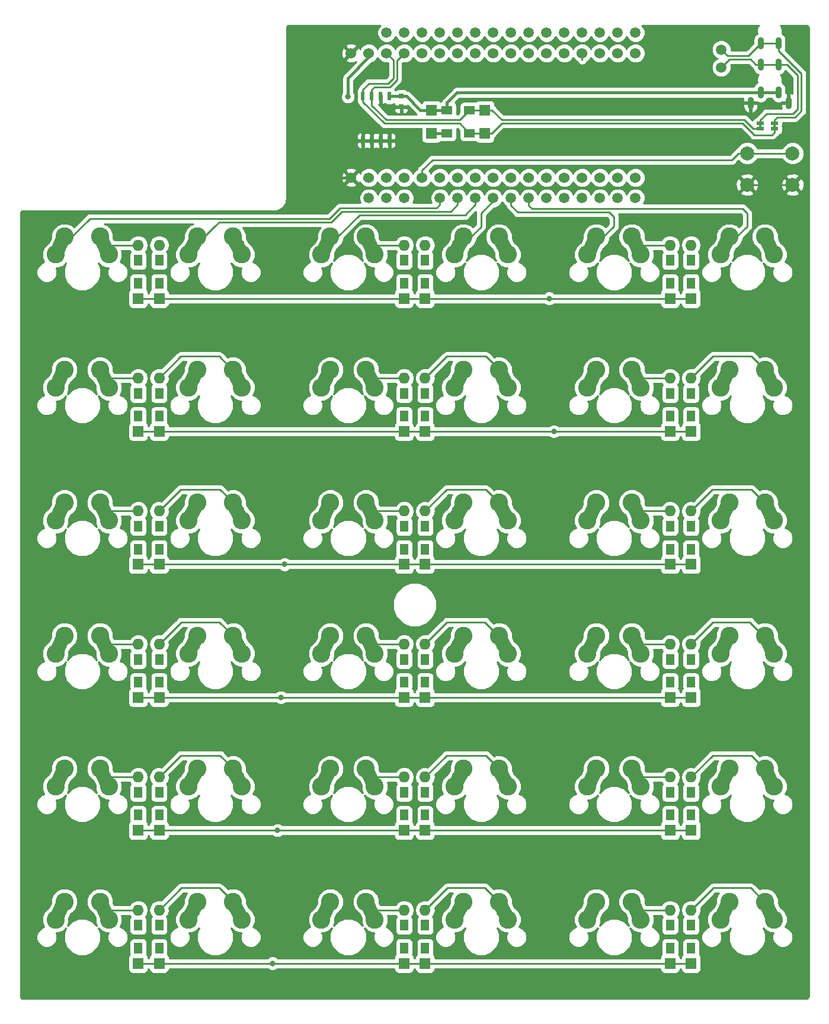
<source format=gbl>
G04 #@! TF.GenerationSoftware,KiCad,Pcbnew,(5.0.0)*
G04 #@! TF.CreationDate,2018-09-01T09:01:23+09:00*
G04 #@! TF.ProjectId,pillcase36,70696C6C6361736533362E6B69636164,rev?*
G04 #@! TF.SameCoordinates,Original*
G04 #@! TF.FileFunction,Copper,L2,Bot,Signal*
G04 #@! TF.FilePolarity,Positive*
%FSLAX46Y46*%
G04 Gerber Fmt 4.6, Leading zero omitted, Abs format (unit mm)*
G04 Created by KiCad (PCBNEW (5.0.0)) date 09/01/18 09:01:23*
%MOMM*%
%LPD*%
G01*
G04 APERTURE LIST*
G04 #@! TA.AperFunction,ComponentPad*
%ADD10C,2.000000*%
G04 #@! TD*
G04 #@! TA.AperFunction,Conductor*
%ADD11C,2.000000*%
G04 #@! TD*
G04 #@! TA.AperFunction,ComponentPad*
%ADD12C,2.600000*%
G04 #@! TD*
G04 #@! TA.AperFunction,ComponentPad*
%ADD13O,0.850000X1.752600*%
G04 #@! TD*
G04 #@! TA.AperFunction,ComponentPad*
%ADD14R,1.200000X1.600000*%
G04 #@! TD*
G04 #@! TA.AperFunction,ComponentPad*
%ADD15R,1.600000X1.600000*%
G04 #@! TD*
G04 #@! TA.AperFunction,ComponentPad*
%ADD16O,1.600000X1.600000*%
G04 #@! TD*
G04 #@! TA.AperFunction,ComponentPad*
%ADD17R,1.600000X1.200000*%
G04 #@! TD*
G04 #@! TA.AperFunction,ComponentPad*
%ADD18C,1.524000*%
G04 #@! TD*
G04 #@! TA.AperFunction,SMDPad,CuDef*
%ADD19R,0.508000X1.143000*%
G04 #@! TD*
G04 #@! TA.AperFunction,SMDPad,CuDef*
%ADD20R,1.000000X0.500000*%
G04 #@! TD*
G04 #@! TA.AperFunction,SMDPad,CuDef*
%ADD21R,0.300000X0.500000*%
G04 #@! TD*
G04 #@! TA.AperFunction,ComponentPad*
%ADD22C,1.500000*%
G04 #@! TD*
G04 #@! TA.AperFunction,SMDPad,CuDef*
%ADD23R,0.750000X0.800000*%
G04 #@! TD*
G04 #@! TA.AperFunction,ViaPad*
%ADD24C,0.800000*%
G04 #@! TD*
G04 #@! TA.AperFunction,Conductor*
%ADD25C,0.250000*%
G04 #@! TD*
G04 #@! TA.AperFunction,Conductor*
%ADD26C,0.381000*%
G04 #@! TD*
G04 #@! TA.AperFunction,Conductor*
%ADD27C,0.254000*%
G04 #@! TD*
G04 APERTURE END LIST*
D10*
G04 #@! TO.P,SW2,2*
G04 #@! TO.N,Net-(D2-Pad2)*
X59175000Y-90190000D03*
D11*
G04 #@! TD*
G04 #@! TO.N,Net-(D2-Pad2)*
G04 #@! TO.C,SW2*
X58736629Y-89291206D02*
X59613371Y-91088794D01*
D12*
G04 #@! TO.P,SW2,1*
G04 #@! TO.N,COL0*
X52190000Y-91460000D03*
X53460000Y-88920000D03*
G04 #@! TO.P,SW2,2*
G04 #@! TO.N,Net-(D2-Pad2)*
X58540000Y-88920000D03*
X59810000Y-91460000D03*
D10*
G04 #@! TO.P,SW2,1*
G04 #@! TO.N,COL0*
X52825000Y-90190000D03*
D11*
G04 #@! TD*
G04 #@! TO.N,COL0*
G04 #@! TO.C,SW2*
X53263371Y-89291206D02*
X52386629Y-91088794D01*
D13*
G04 #@! TO.P,J1,R1*
G04 #@! TO.N,Net-(J1-PadR1)*
X152931570Y-45300000D03*
G04 #@! TO.P,J1,T*
G04 #@! TO.N,VCC*
X152931570Y-49300000D03*
G04 #@! TO.P,J1,S*
G04 #@! TO.N,GND*
X156931570Y-50800000D03*
G04 #@! TO.P,J1,R2*
G04 #@! TO.N,Net-(J1-PadR2)*
X152931570Y-42300000D03*
X155500000Y-42300000D03*
G04 #@! TO.P,J1,T*
G04 #@! TO.N,VCC*
X155500000Y-49300000D03*
G04 #@! TO.P,J1,S*
G04 #@! TO.N,GND*
X151500000Y-50800000D03*
G04 #@! TO.P,J1,R1*
G04 #@! TO.N,Net-(J1-PadR1)*
X155500000Y-45300000D03*
G04 #@! TD*
D14*
G04 #@! TO.P,D1,2*
G04 #@! TO.N,Net-(D1-Pad2)*
X64000000Y-73290000D03*
D15*
G04 #@! TO.P,D1,1*
G04 #@! TO.N,ROW0*
X64000000Y-78730000D03*
D16*
G04 #@! TO.P,D1,2*
G04 #@! TO.N,Net-(D1-Pad2)*
X64000000Y-71110000D03*
D14*
G04 #@! TO.P,D1,1*
G04 #@! TO.N,ROW0*
X64000000Y-76550000D03*
G04 #@! TD*
G04 #@! TO.P,D2,1*
G04 #@! TO.N,ROW1*
X64000000Y-95550000D03*
D16*
G04 #@! TO.P,D2,2*
G04 #@! TO.N,Net-(D2-Pad2)*
X64000000Y-90110000D03*
D15*
G04 #@! TO.P,D2,1*
G04 #@! TO.N,ROW1*
X64000000Y-97730000D03*
D14*
G04 #@! TO.P,D2,2*
G04 #@! TO.N,Net-(D2-Pad2)*
X64000000Y-92290000D03*
G04 #@! TD*
G04 #@! TO.P,D3,1*
G04 #@! TO.N,ROW2*
X64000000Y-114550000D03*
D16*
G04 #@! TO.P,D3,2*
G04 #@! TO.N,Net-(D3-Pad2)*
X64000000Y-109110000D03*
D15*
G04 #@! TO.P,D3,1*
G04 #@! TO.N,ROW2*
X64000000Y-116730000D03*
D14*
G04 #@! TO.P,D3,2*
G04 #@! TO.N,Net-(D3-Pad2)*
X64000000Y-111290000D03*
G04 #@! TD*
G04 #@! TO.P,D4,1*
G04 #@! TO.N,ROW3*
X64000000Y-133550000D03*
D16*
G04 #@! TO.P,D4,2*
G04 #@! TO.N,Net-(D4-Pad2)*
X64000000Y-128110000D03*
D15*
G04 #@! TO.P,D4,1*
G04 #@! TO.N,ROW3*
X64000000Y-135730000D03*
D14*
G04 #@! TO.P,D4,2*
G04 #@! TO.N,Net-(D4-Pad2)*
X64000000Y-130290000D03*
G04 #@! TD*
G04 #@! TO.P,D5,2*
G04 #@! TO.N,Net-(D5-Pad2)*
X64000000Y-149290000D03*
D15*
G04 #@! TO.P,D5,1*
G04 #@! TO.N,ROW4*
X64000000Y-154730000D03*
D16*
G04 #@! TO.P,D5,2*
G04 #@! TO.N,Net-(D5-Pad2)*
X64000000Y-147110000D03*
D14*
G04 #@! TO.P,D5,1*
G04 #@! TO.N,ROW4*
X64000000Y-152550000D03*
G04 #@! TD*
G04 #@! TO.P,D6,2*
G04 #@! TO.N,Net-(D6-Pad2)*
X64000000Y-168290000D03*
D15*
G04 #@! TO.P,D6,1*
G04 #@! TO.N,ROW5*
X64000000Y-173730000D03*
D16*
G04 #@! TO.P,D6,2*
G04 #@! TO.N,Net-(D6-Pad2)*
X64000000Y-166110000D03*
D14*
G04 #@! TO.P,D6,1*
G04 #@! TO.N,ROW5*
X64000000Y-171550000D03*
G04 #@! TD*
G04 #@! TO.P,D7,1*
G04 #@! TO.N,ROW0*
X67000000Y-76550000D03*
D16*
G04 #@! TO.P,D7,2*
G04 #@! TO.N,Net-(D7-Pad2)*
X67000000Y-71110000D03*
D15*
G04 #@! TO.P,D7,1*
G04 #@! TO.N,ROW0*
X67000000Y-78730000D03*
D14*
G04 #@! TO.P,D7,2*
G04 #@! TO.N,Net-(D7-Pad2)*
X67000000Y-73290000D03*
G04 #@! TD*
G04 #@! TO.P,D8,2*
G04 #@! TO.N,Net-(D8-Pad2)*
X67000000Y-92290000D03*
D15*
G04 #@! TO.P,D8,1*
G04 #@! TO.N,ROW1*
X67000000Y-97730000D03*
D16*
G04 #@! TO.P,D8,2*
G04 #@! TO.N,Net-(D8-Pad2)*
X67000000Y-90110000D03*
D14*
G04 #@! TO.P,D8,1*
G04 #@! TO.N,ROW1*
X67000000Y-95550000D03*
G04 #@! TD*
G04 #@! TO.P,D9,1*
G04 #@! TO.N,ROW2*
X67000000Y-114550000D03*
D16*
G04 #@! TO.P,D9,2*
G04 #@! TO.N,Net-(D9-Pad2)*
X67000000Y-109110000D03*
D15*
G04 #@! TO.P,D9,1*
G04 #@! TO.N,ROW2*
X67000000Y-116730000D03*
D14*
G04 #@! TO.P,D9,2*
G04 #@! TO.N,Net-(D9-Pad2)*
X67000000Y-111290000D03*
G04 #@! TD*
G04 #@! TO.P,D10,1*
G04 #@! TO.N,ROW3*
X67000000Y-133550000D03*
D16*
G04 #@! TO.P,D10,2*
G04 #@! TO.N,Net-(D10-Pad2)*
X67000000Y-128110000D03*
D15*
G04 #@! TO.P,D10,1*
G04 #@! TO.N,ROW3*
X67000000Y-135730000D03*
D14*
G04 #@! TO.P,D10,2*
G04 #@! TO.N,Net-(D10-Pad2)*
X67000000Y-130290000D03*
G04 #@! TD*
G04 #@! TO.P,D11,1*
G04 #@! TO.N,ROW4*
X67000000Y-152550000D03*
D16*
G04 #@! TO.P,D11,2*
G04 #@! TO.N,Net-(D11-Pad2)*
X67000000Y-147110000D03*
D15*
G04 #@! TO.P,D11,1*
G04 #@! TO.N,ROW4*
X67000000Y-154730000D03*
D14*
G04 #@! TO.P,D11,2*
G04 #@! TO.N,Net-(D11-Pad2)*
X67000000Y-149290000D03*
G04 #@! TD*
G04 #@! TO.P,D12,2*
G04 #@! TO.N,Net-(D12-Pad2)*
X67000000Y-168290000D03*
D15*
G04 #@! TO.P,D12,1*
G04 #@! TO.N,ROW5*
X67000000Y-173730000D03*
D16*
G04 #@! TO.P,D12,2*
G04 #@! TO.N,Net-(D12-Pad2)*
X67000000Y-166110000D03*
D14*
G04 #@! TO.P,D12,1*
G04 #@! TO.N,ROW5*
X67000000Y-171550000D03*
G04 #@! TD*
G04 #@! TO.P,D13,1*
G04 #@! TO.N,ROW0*
X102000000Y-76550000D03*
D16*
G04 #@! TO.P,D13,2*
G04 #@! TO.N,Net-(D13-Pad2)*
X102000000Y-71110000D03*
D15*
G04 #@! TO.P,D13,1*
G04 #@! TO.N,ROW0*
X102000000Y-78730000D03*
D14*
G04 #@! TO.P,D13,2*
G04 #@! TO.N,Net-(D13-Pad2)*
X102000000Y-73290000D03*
G04 #@! TD*
G04 #@! TO.P,D14,1*
G04 #@! TO.N,ROW1*
X102000000Y-95550000D03*
D16*
G04 #@! TO.P,D14,2*
G04 #@! TO.N,Net-(D14-Pad2)*
X102000000Y-90110000D03*
D15*
G04 #@! TO.P,D14,1*
G04 #@! TO.N,ROW1*
X102000000Y-97730000D03*
D14*
G04 #@! TO.P,D14,2*
G04 #@! TO.N,Net-(D14-Pad2)*
X102000000Y-92290000D03*
G04 #@! TD*
G04 #@! TO.P,D15,1*
G04 #@! TO.N,ROW2*
X102000000Y-114550000D03*
D16*
G04 #@! TO.P,D15,2*
G04 #@! TO.N,Net-(D15-Pad2)*
X102000000Y-109110000D03*
D15*
G04 #@! TO.P,D15,1*
G04 #@! TO.N,ROW2*
X102000000Y-116730000D03*
D14*
G04 #@! TO.P,D15,2*
G04 #@! TO.N,Net-(D15-Pad2)*
X102000000Y-111290000D03*
G04 #@! TD*
G04 #@! TO.P,D16,2*
G04 #@! TO.N,Net-(D16-Pad2)*
X102000000Y-130290000D03*
D15*
G04 #@! TO.P,D16,1*
G04 #@! TO.N,ROW3*
X102000000Y-135730000D03*
D16*
G04 #@! TO.P,D16,2*
G04 #@! TO.N,Net-(D16-Pad2)*
X102000000Y-128110000D03*
D14*
G04 #@! TO.P,D16,1*
G04 #@! TO.N,ROW3*
X102000000Y-133550000D03*
G04 #@! TD*
G04 #@! TO.P,D17,1*
G04 #@! TO.N,ROW4*
X102000000Y-152550000D03*
D16*
G04 #@! TO.P,D17,2*
G04 #@! TO.N,Net-(D17-Pad2)*
X102000000Y-147110000D03*
D15*
G04 #@! TO.P,D17,1*
G04 #@! TO.N,ROW4*
X102000000Y-154730000D03*
D14*
G04 #@! TO.P,D17,2*
G04 #@! TO.N,Net-(D17-Pad2)*
X102000000Y-149290000D03*
G04 #@! TD*
G04 #@! TO.P,D18,2*
G04 #@! TO.N,Net-(D18-Pad2)*
X102000000Y-168290000D03*
D15*
G04 #@! TO.P,D18,1*
G04 #@! TO.N,ROW5*
X102000000Y-173730000D03*
D16*
G04 #@! TO.P,D18,2*
G04 #@! TO.N,Net-(D18-Pad2)*
X102000000Y-166110000D03*
D14*
G04 #@! TO.P,D18,1*
G04 #@! TO.N,ROW5*
X102000000Y-171550000D03*
G04 #@! TD*
G04 #@! TO.P,D19,2*
G04 #@! TO.N,Net-(D19-Pad2)*
X105000000Y-73290000D03*
D15*
G04 #@! TO.P,D19,1*
G04 #@! TO.N,ROW0*
X105000000Y-78730000D03*
D16*
G04 #@! TO.P,D19,2*
G04 #@! TO.N,Net-(D19-Pad2)*
X105000000Y-71110000D03*
D14*
G04 #@! TO.P,D19,1*
G04 #@! TO.N,ROW0*
X105000000Y-76550000D03*
G04 #@! TD*
G04 #@! TO.P,D20,2*
G04 #@! TO.N,Net-(D20-Pad2)*
X105000000Y-92290000D03*
D15*
G04 #@! TO.P,D20,1*
G04 #@! TO.N,ROW1*
X105000000Y-97730000D03*
D16*
G04 #@! TO.P,D20,2*
G04 #@! TO.N,Net-(D20-Pad2)*
X105000000Y-90110000D03*
D14*
G04 #@! TO.P,D20,1*
G04 #@! TO.N,ROW1*
X105000000Y-95550000D03*
G04 #@! TD*
G04 #@! TO.P,D21,1*
G04 #@! TO.N,ROW2*
X105000000Y-114550000D03*
D16*
G04 #@! TO.P,D21,2*
G04 #@! TO.N,Net-(D21-Pad2)*
X105000000Y-109110000D03*
D15*
G04 #@! TO.P,D21,1*
G04 #@! TO.N,ROW2*
X105000000Y-116730000D03*
D14*
G04 #@! TO.P,D21,2*
G04 #@! TO.N,Net-(D21-Pad2)*
X105000000Y-111290000D03*
G04 #@! TD*
G04 #@! TO.P,D22,2*
G04 #@! TO.N,Net-(D22-Pad2)*
X105000000Y-130290000D03*
D15*
G04 #@! TO.P,D22,1*
G04 #@! TO.N,ROW3*
X105000000Y-135730000D03*
D16*
G04 #@! TO.P,D22,2*
G04 #@! TO.N,Net-(D22-Pad2)*
X105000000Y-128110000D03*
D14*
G04 #@! TO.P,D22,1*
G04 #@! TO.N,ROW3*
X105000000Y-133550000D03*
G04 #@! TD*
G04 #@! TO.P,D23,1*
G04 #@! TO.N,ROW4*
X105000000Y-152550000D03*
D16*
G04 #@! TO.P,D23,2*
G04 #@! TO.N,Net-(D23-Pad2)*
X105000000Y-147110000D03*
D15*
G04 #@! TO.P,D23,1*
G04 #@! TO.N,ROW4*
X105000000Y-154730000D03*
D14*
G04 #@! TO.P,D23,2*
G04 #@! TO.N,Net-(D23-Pad2)*
X105000000Y-149290000D03*
G04 #@! TD*
G04 #@! TO.P,D24,2*
G04 #@! TO.N,Net-(D24-Pad2)*
X105000000Y-168290000D03*
D15*
G04 #@! TO.P,D24,1*
G04 #@! TO.N,ROW5*
X105000000Y-173730000D03*
D16*
G04 #@! TO.P,D24,2*
G04 #@! TO.N,Net-(D24-Pad2)*
X105000000Y-166110000D03*
D14*
G04 #@! TO.P,D24,1*
G04 #@! TO.N,ROW5*
X105000000Y-171550000D03*
G04 #@! TD*
G04 #@! TO.P,D25,1*
G04 #@! TO.N,ROW0*
X140000000Y-76550000D03*
D16*
G04 #@! TO.P,D25,2*
G04 #@! TO.N,Net-(D25-Pad2)*
X140000000Y-71110000D03*
D15*
G04 #@! TO.P,D25,1*
G04 #@! TO.N,ROW0*
X140000000Y-78730000D03*
D14*
G04 #@! TO.P,D25,2*
G04 #@! TO.N,Net-(D25-Pad2)*
X140000000Y-73290000D03*
G04 #@! TD*
G04 #@! TO.P,D26,1*
G04 #@! TO.N,ROW1*
X140000000Y-95550000D03*
D16*
G04 #@! TO.P,D26,2*
G04 #@! TO.N,Net-(D26-Pad2)*
X140000000Y-90110000D03*
D15*
G04 #@! TO.P,D26,1*
G04 #@! TO.N,ROW1*
X140000000Y-97730000D03*
D14*
G04 #@! TO.P,D26,2*
G04 #@! TO.N,Net-(D26-Pad2)*
X140000000Y-92290000D03*
G04 #@! TD*
G04 #@! TO.P,D27,1*
G04 #@! TO.N,ROW2*
X140000000Y-114550000D03*
D16*
G04 #@! TO.P,D27,2*
G04 #@! TO.N,Net-(D27-Pad2)*
X140000000Y-109110000D03*
D15*
G04 #@! TO.P,D27,1*
G04 #@! TO.N,ROW2*
X140000000Y-116730000D03*
D14*
G04 #@! TO.P,D27,2*
G04 #@! TO.N,Net-(D27-Pad2)*
X140000000Y-111290000D03*
G04 #@! TD*
G04 #@! TO.P,D28,2*
G04 #@! TO.N,Net-(D28-Pad2)*
X140000000Y-130290000D03*
D15*
G04 #@! TO.P,D28,1*
G04 #@! TO.N,ROW3*
X140000000Y-135730000D03*
D16*
G04 #@! TO.P,D28,2*
G04 #@! TO.N,Net-(D28-Pad2)*
X140000000Y-128110000D03*
D14*
G04 #@! TO.P,D28,1*
G04 #@! TO.N,ROW3*
X140000000Y-133550000D03*
G04 #@! TD*
G04 #@! TO.P,D29,1*
G04 #@! TO.N,ROW4*
X140000000Y-152550000D03*
D16*
G04 #@! TO.P,D29,2*
G04 #@! TO.N,Net-(D29-Pad2)*
X140000000Y-147110000D03*
D15*
G04 #@! TO.P,D29,1*
G04 #@! TO.N,ROW4*
X140000000Y-154730000D03*
D14*
G04 #@! TO.P,D29,2*
G04 #@! TO.N,Net-(D29-Pad2)*
X140000000Y-149290000D03*
G04 #@! TD*
G04 #@! TO.P,D30,2*
G04 #@! TO.N,Net-(D30-Pad2)*
X140000000Y-168290000D03*
D15*
G04 #@! TO.P,D30,1*
G04 #@! TO.N,ROW5*
X140000000Y-173730000D03*
D16*
G04 #@! TO.P,D30,2*
G04 #@! TO.N,Net-(D30-Pad2)*
X140000000Y-166110000D03*
D14*
G04 #@! TO.P,D30,1*
G04 #@! TO.N,ROW5*
X140000000Y-171550000D03*
G04 #@! TD*
G04 #@! TO.P,D31,2*
G04 #@! TO.N,Net-(D31-Pad2)*
X143000000Y-73290000D03*
D15*
G04 #@! TO.P,D31,1*
G04 #@! TO.N,ROW0*
X143000000Y-78730000D03*
D16*
G04 #@! TO.P,D31,2*
G04 #@! TO.N,Net-(D31-Pad2)*
X143000000Y-71110000D03*
D14*
G04 #@! TO.P,D31,1*
G04 #@! TO.N,ROW0*
X143000000Y-76550000D03*
G04 #@! TD*
G04 #@! TO.P,D32,2*
G04 #@! TO.N,Net-(D32-Pad2)*
X143000000Y-92290000D03*
D15*
G04 #@! TO.P,D32,1*
G04 #@! TO.N,ROW1*
X143000000Y-97730000D03*
D16*
G04 #@! TO.P,D32,2*
G04 #@! TO.N,Net-(D32-Pad2)*
X143000000Y-90110000D03*
D14*
G04 #@! TO.P,D32,1*
G04 #@! TO.N,ROW1*
X143000000Y-95550000D03*
G04 #@! TD*
G04 #@! TO.P,D33,1*
G04 #@! TO.N,ROW2*
X143000000Y-114550000D03*
D16*
G04 #@! TO.P,D33,2*
G04 #@! TO.N,Net-(D33-Pad2)*
X143000000Y-109110000D03*
D15*
G04 #@! TO.P,D33,1*
G04 #@! TO.N,ROW2*
X143000000Y-116730000D03*
D14*
G04 #@! TO.P,D33,2*
G04 #@! TO.N,Net-(D33-Pad2)*
X143000000Y-111290000D03*
G04 #@! TD*
G04 #@! TO.P,D34,2*
G04 #@! TO.N,Net-(D34-Pad2)*
X143000000Y-130290000D03*
D15*
G04 #@! TO.P,D34,1*
G04 #@! TO.N,ROW3*
X143000000Y-135730000D03*
D16*
G04 #@! TO.P,D34,2*
G04 #@! TO.N,Net-(D34-Pad2)*
X143000000Y-128110000D03*
D14*
G04 #@! TO.P,D34,1*
G04 #@! TO.N,ROW3*
X143000000Y-133550000D03*
G04 #@! TD*
G04 #@! TO.P,D35,2*
G04 #@! TO.N,Net-(D35-Pad2)*
X143000000Y-149290000D03*
D15*
G04 #@! TO.P,D35,1*
G04 #@! TO.N,ROW4*
X143000000Y-154730000D03*
D16*
G04 #@! TO.P,D35,2*
G04 #@! TO.N,Net-(D35-Pad2)*
X143000000Y-147110000D03*
D14*
G04 #@! TO.P,D35,1*
G04 #@! TO.N,ROW4*
X143000000Y-152550000D03*
G04 #@! TD*
G04 #@! TO.P,D36,2*
G04 #@! TO.N,Net-(D36-Pad2)*
X143000000Y-168290000D03*
D15*
G04 #@! TO.P,D36,1*
G04 #@! TO.N,ROW5*
X143000000Y-173730000D03*
D16*
G04 #@! TO.P,D36,2*
G04 #@! TO.N,Net-(D36-Pad2)*
X143000000Y-166110000D03*
D14*
G04 #@! TO.P,D36,1*
G04 #@! TO.N,ROW5*
X143000000Y-171550000D03*
G04 #@! TD*
D17*
G04 #@! TO.P,R1,1*
G04 #@! TO.N,VCC*
X108098000Y-51816000D03*
D15*
G04 #@! TO.P,R1,2*
G04 #@! TO.N,SCL1*
X113538000Y-51816000D03*
G04 #@! TO.P,R1,1*
G04 #@! TO.N,VCC*
X105918000Y-51816000D03*
D17*
G04 #@! TO.P,R1,2*
G04 #@! TO.N,SCL1*
X111358000Y-51816000D03*
G04 #@! TD*
G04 #@! TO.P,R2,2*
G04 #@! TO.N,SDA1*
X111337000Y-55118000D03*
D15*
G04 #@! TO.P,R2,1*
G04 #@! TO.N,VCC*
X105897000Y-55118000D03*
G04 #@! TO.P,R2,2*
G04 #@! TO.N,SDA1*
X113517000Y-55118000D03*
D17*
G04 #@! TO.P,R2,1*
G04 #@! TO.N,VCC*
X108077000Y-55118000D03*
G04 #@! TD*
D10*
G04 #@! TO.P,SW1,2*
G04 #@! TO.N,Net-(D1-Pad2)*
X59175000Y-71190000D03*
D11*
G04 #@! TD*
G04 #@! TO.N,Net-(D1-Pad2)*
G04 #@! TO.C,SW1*
X58736629Y-70291206D02*
X59613371Y-72088794D01*
D12*
G04 #@! TO.P,SW1,1*
G04 #@! TO.N,COL0*
X52190000Y-72460000D03*
X53460000Y-69920000D03*
G04 #@! TO.P,SW1,2*
G04 #@! TO.N,Net-(D1-Pad2)*
X58540000Y-69920000D03*
X59810000Y-72460000D03*
D10*
G04 #@! TO.P,SW1,1*
G04 #@! TO.N,COL0*
X52825000Y-71190000D03*
D11*
G04 #@! TD*
G04 #@! TO.N,COL0*
G04 #@! TO.C,SW1*
X53263371Y-70291206D02*
X52386629Y-72088794D01*
D10*
G04 #@! TO.P,SW3,2*
G04 #@! TO.N,Net-(D3-Pad2)*
X59175000Y-109190000D03*
D11*
G04 #@! TD*
G04 #@! TO.N,Net-(D3-Pad2)*
G04 #@! TO.C,SW3*
X58736629Y-108291206D02*
X59613371Y-110088794D01*
D12*
G04 #@! TO.P,SW3,1*
G04 #@! TO.N,COL0*
X52190000Y-110460000D03*
X53460000Y-107920000D03*
G04 #@! TO.P,SW3,2*
G04 #@! TO.N,Net-(D3-Pad2)*
X58540000Y-107920000D03*
X59810000Y-110460000D03*
D10*
G04 #@! TO.P,SW3,1*
G04 #@! TO.N,COL0*
X52825000Y-109190000D03*
D11*
G04 #@! TD*
G04 #@! TO.N,COL0*
G04 #@! TO.C,SW3*
X53263371Y-108291206D02*
X52386629Y-110088794D01*
D10*
G04 #@! TO.P,SW4,1*
G04 #@! TO.N,COL0*
X52825000Y-128190000D03*
D11*
G04 #@! TD*
G04 #@! TO.N,COL0*
G04 #@! TO.C,SW4*
X53263371Y-127291206D02*
X52386629Y-129088794D01*
D12*
G04 #@! TO.P,SW4,2*
G04 #@! TO.N,Net-(D4-Pad2)*
X59810000Y-129460000D03*
X58540000Y-126920000D03*
G04 #@! TO.P,SW4,1*
G04 #@! TO.N,COL0*
X53460000Y-126920000D03*
X52190000Y-129460000D03*
D10*
G04 #@! TO.P,SW4,2*
G04 #@! TO.N,Net-(D4-Pad2)*
X59175000Y-128190000D03*
D11*
G04 #@! TD*
G04 #@! TO.N,Net-(D4-Pad2)*
G04 #@! TO.C,SW4*
X58736629Y-127291206D02*
X59613371Y-129088794D01*
D10*
G04 #@! TO.P,SW5,1*
G04 #@! TO.N,COL0*
X52825000Y-147190000D03*
D11*
G04 #@! TD*
G04 #@! TO.N,COL0*
G04 #@! TO.C,SW5*
X53263371Y-146291206D02*
X52386629Y-148088794D01*
D12*
G04 #@! TO.P,SW5,2*
G04 #@! TO.N,Net-(D5-Pad2)*
X59810000Y-148460000D03*
X58540000Y-145920000D03*
G04 #@! TO.P,SW5,1*
G04 #@! TO.N,COL0*
X53460000Y-145920000D03*
X52190000Y-148460000D03*
D10*
G04 #@! TO.P,SW5,2*
G04 #@! TO.N,Net-(D5-Pad2)*
X59175000Y-147190000D03*
D11*
G04 #@! TD*
G04 #@! TO.N,Net-(D5-Pad2)*
G04 #@! TO.C,SW5*
X58736629Y-146291206D02*
X59613371Y-148088794D01*
D10*
G04 #@! TO.P,SW6,1*
G04 #@! TO.N,COL0*
X52825000Y-166190000D03*
D11*
G04 #@! TD*
G04 #@! TO.N,COL0*
G04 #@! TO.C,SW6*
X53263371Y-165291206D02*
X52386629Y-167088794D01*
D12*
G04 #@! TO.P,SW6,2*
G04 #@! TO.N,Net-(D6-Pad2)*
X59810000Y-167460000D03*
X58540000Y-164920000D03*
G04 #@! TO.P,SW6,1*
G04 #@! TO.N,COL0*
X53460000Y-164920000D03*
X52190000Y-167460000D03*
D10*
G04 #@! TO.P,SW6,2*
G04 #@! TO.N,Net-(D6-Pad2)*
X59175000Y-166190000D03*
D11*
G04 #@! TD*
G04 #@! TO.N,Net-(D6-Pad2)*
G04 #@! TO.C,SW6*
X58736629Y-165291206D02*
X59613371Y-167088794D01*
D10*
G04 #@! TO.P,SW7,2*
G04 #@! TO.N,Net-(D7-Pad2)*
X78175000Y-71190000D03*
D11*
G04 #@! TD*
G04 #@! TO.N,Net-(D7-Pad2)*
G04 #@! TO.C,SW7*
X77736629Y-70291206D02*
X78613371Y-72088794D01*
D12*
G04 #@! TO.P,SW7,1*
G04 #@! TO.N,COL1*
X71190000Y-72460000D03*
X72460000Y-69920000D03*
G04 #@! TO.P,SW7,2*
G04 #@! TO.N,Net-(D7-Pad2)*
X77540000Y-69920000D03*
X78810000Y-72460000D03*
D10*
G04 #@! TO.P,SW7,1*
G04 #@! TO.N,COL1*
X71825000Y-71190000D03*
D11*
G04 #@! TD*
G04 #@! TO.N,COL1*
G04 #@! TO.C,SW7*
X72263371Y-70291206D02*
X71386629Y-72088794D01*
D10*
G04 #@! TO.P,SW8,2*
G04 #@! TO.N,Net-(D8-Pad2)*
X78175000Y-90190000D03*
D11*
G04 #@! TD*
G04 #@! TO.N,Net-(D8-Pad2)*
G04 #@! TO.C,SW8*
X77736629Y-89291206D02*
X78613371Y-91088794D01*
D12*
G04 #@! TO.P,SW8,1*
G04 #@! TO.N,COL1*
X71190000Y-91460000D03*
X72460000Y-88920000D03*
G04 #@! TO.P,SW8,2*
G04 #@! TO.N,Net-(D8-Pad2)*
X77540000Y-88920000D03*
X78810000Y-91460000D03*
D10*
G04 #@! TO.P,SW8,1*
G04 #@! TO.N,COL1*
X71825000Y-90190000D03*
D11*
G04 #@! TD*
G04 #@! TO.N,COL1*
G04 #@! TO.C,SW8*
X72263371Y-89291206D02*
X71386629Y-91088794D01*
D10*
G04 #@! TO.P,SW9,2*
G04 #@! TO.N,Net-(D9-Pad2)*
X78175000Y-109190000D03*
D11*
G04 #@! TD*
G04 #@! TO.N,Net-(D9-Pad2)*
G04 #@! TO.C,SW9*
X77736629Y-108291206D02*
X78613371Y-110088794D01*
D12*
G04 #@! TO.P,SW9,1*
G04 #@! TO.N,COL1*
X71190000Y-110460000D03*
X72460000Y-107920000D03*
G04 #@! TO.P,SW9,2*
G04 #@! TO.N,Net-(D9-Pad2)*
X77540000Y-107920000D03*
X78810000Y-110460000D03*
D10*
G04 #@! TO.P,SW9,1*
G04 #@! TO.N,COL1*
X71825000Y-109190000D03*
D11*
G04 #@! TD*
G04 #@! TO.N,COL1*
G04 #@! TO.C,SW9*
X72263371Y-108291206D02*
X71386629Y-110088794D01*
D10*
G04 #@! TO.P,SW10,1*
G04 #@! TO.N,COL1*
X71825000Y-128190000D03*
D11*
G04 #@! TD*
G04 #@! TO.N,COL1*
G04 #@! TO.C,SW10*
X72263371Y-127291206D02*
X71386629Y-129088794D01*
D12*
G04 #@! TO.P,SW10,2*
G04 #@! TO.N,Net-(D10-Pad2)*
X78810000Y-129460000D03*
X77540000Y-126920000D03*
G04 #@! TO.P,SW10,1*
G04 #@! TO.N,COL1*
X72460000Y-126920000D03*
X71190000Y-129460000D03*
D10*
G04 #@! TO.P,SW10,2*
G04 #@! TO.N,Net-(D10-Pad2)*
X78175000Y-128190000D03*
D11*
G04 #@! TD*
G04 #@! TO.N,Net-(D10-Pad2)*
G04 #@! TO.C,SW10*
X77736629Y-127291206D02*
X78613371Y-129088794D01*
D10*
G04 #@! TO.P,SW11,1*
G04 #@! TO.N,COL1*
X71825000Y-147190000D03*
D11*
G04 #@! TD*
G04 #@! TO.N,COL1*
G04 #@! TO.C,SW11*
X72263371Y-146291206D02*
X71386629Y-148088794D01*
D12*
G04 #@! TO.P,SW11,2*
G04 #@! TO.N,Net-(D11-Pad2)*
X78810000Y-148460000D03*
X77540000Y-145920000D03*
G04 #@! TO.P,SW11,1*
G04 #@! TO.N,COL1*
X72460000Y-145920000D03*
X71190000Y-148460000D03*
D10*
G04 #@! TO.P,SW11,2*
G04 #@! TO.N,Net-(D11-Pad2)*
X78175000Y-147190000D03*
D11*
G04 #@! TD*
G04 #@! TO.N,Net-(D11-Pad2)*
G04 #@! TO.C,SW11*
X77736629Y-146291206D02*
X78613371Y-148088794D01*
D10*
G04 #@! TO.P,SW12,1*
G04 #@! TO.N,COL1*
X71825000Y-166190000D03*
D11*
G04 #@! TD*
G04 #@! TO.N,COL1*
G04 #@! TO.C,SW12*
X72263371Y-165291206D02*
X71386629Y-167088794D01*
D12*
G04 #@! TO.P,SW12,2*
G04 #@! TO.N,Net-(D12-Pad2)*
X78810000Y-167460000D03*
X77540000Y-164920000D03*
G04 #@! TO.P,SW12,1*
G04 #@! TO.N,COL1*
X72460000Y-164920000D03*
X71190000Y-167460000D03*
D10*
G04 #@! TO.P,SW12,2*
G04 #@! TO.N,Net-(D12-Pad2)*
X78175000Y-166190000D03*
D11*
G04 #@! TD*
G04 #@! TO.N,Net-(D12-Pad2)*
G04 #@! TO.C,SW12*
X77736629Y-165291206D02*
X78613371Y-167088794D01*
D10*
G04 #@! TO.P,SW13,1*
G04 #@! TO.N,COL2*
X90825000Y-71190000D03*
D11*
G04 #@! TD*
G04 #@! TO.N,COL2*
G04 #@! TO.C,SW13*
X91263371Y-70291206D02*
X90386629Y-72088794D01*
D12*
G04 #@! TO.P,SW13,2*
G04 #@! TO.N,Net-(D13-Pad2)*
X97810000Y-72460000D03*
X96540000Y-69920000D03*
G04 #@! TO.P,SW13,1*
G04 #@! TO.N,COL2*
X91460000Y-69920000D03*
X90190000Y-72460000D03*
D10*
G04 #@! TO.P,SW13,2*
G04 #@! TO.N,Net-(D13-Pad2)*
X97175000Y-71190000D03*
D11*
G04 #@! TD*
G04 #@! TO.N,Net-(D13-Pad2)*
G04 #@! TO.C,SW13*
X96736629Y-70291206D02*
X97613371Y-72088794D01*
D10*
G04 #@! TO.P,SW14,2*
G04 #@! TO.N,Net-(D14-Pad2)*
X97175000Y-90190000D03*
D11*
G04 #@! TD*
G04 #@! TO.N,Net-(D14-Pad2)*
G04 #@! TO.C,SW14*
X96736629Y-89291206D02*
X97613371Y-91088794D01*
D12*
G04 #@! TO.P,SW14,1*
G04 #@! TO.N,COL2*
X90190000Y-91460000D03*
X91460000Y-88920000D03*
G04 #@! TO.P,SW14,2*
G04 #@! TO.N,Net-(D14-Pad2)*
X96540000Y-88920000D03*
X97810000Y-91460000D03*
D10*
G04 #@! TO.P,SW14,1*
G04 #@! TO.N,COL2*
X90825000Y-90190000D03*
D11*
G04 #@! TD*
G04 #@! TO.N,COL2*
G04 #@! TO.C,SW14*
X91263371Y-89291206D02*
X90386629Y-91088794D01*
D10*
G04 #@! TO.P,SW15,2*
G04 #@! TO.N,Net-(D15-Pad2)*
X97175000Y-109190000D03*
D11*
G04 #@! TD*
G04 #@! TO.N,Net-(D15-Pad2)*
G04 #@! TO.C,SW15*
X96736629Y-108291206D02*
X97613371Y-110088794D01*
D12*
G04 #@! TO.P,SW15,1*
G04 #@! TO.N,COL2*
X90190000Y-110460000D03*
X91460000Y-107920000D03*
G04 #@! TO.P,SW15,2*
G04 #@! TO.N,Net-(D15-Pad2)*
X96540000Y-107920000D03*
X97810000Y-110460000D03*
D10*
G04 #@! TO.P,SW15,1*
G04 #@! TO.N,COL2*
X90825000Y-109190000D03*
D11*
G04 #@! TD*
G04 #@! TO.N,COL2*
G04 #@! TO.C,SW15*
X91263371Y-108291206D02*
X90386629Y-110088794D01*
D10*
G04 #@! TO.P,SW16,1*
G04 #@! TO.N,COL2*
X90825000Y-128190000D03*
D11*
G04 #@! TD*
G04 #@! TO.N,COL2*
G04 #@! TO.C,SW16*
X91263371Y-127291206D02*
X90386629Y-129088794D01*
D12*
G04 #@! TO.P,SW16,2*
G04 #@! TO.N,Net-(D16-Pad2)*
X97810000Y-129460000D03*
X96540000Y-126920000D03*
G04 #@! TO.P,SW16,1*
G04 #@! TO.N,COL2*
X91460000Y-126920000D03*
X90190000Y-129460000D03*
D10*
G04 #@! TO.P,SW16,2*
G04 #@! TO.N,Net-(D16-Pad2)*
X97175000Y-128190000D03*
D11*
G04 #@! TD*
G04 #@! TO.N,Net-(D16-Pad2)*
G04 #@! TO.C,SW16*
X96736629Y-127291206D02*
X97613371Y-129088794D01*
D10*
G04 #@! TO.P,SW17,2*
G04 #@! TO.N,Net-(D17-Pad2)*
X97175000Y-147190000D03*
D11*
G04 #@! TD*
G04 #@! TO.N,Net-(D17-Pad2)*
G04 #@! TO.C,SW17*
X96736629Y-146291206D02*
X97613371Y-148088794D01*
D12*
G04 #@! TO.P,SW17,1*
G04 #@! TO.N,COL2*
X90190000Y-148460000D03*
X91460000Y-145920000D03*
G04 #@! TO.P,SW17,2*
G04 #@! TO.N,Net-(D17-Pad2)*
X96540000Y-145920000D03*
X97810000Y-148460000D03*
D10*
G04 #@! TO.P,SW17,1*
G04 #@! TO.N,COL2*
X90825000Y-147190000D03*
D11*
G04 #@! TD*
G04 #@! TO.N,COL2*
G04 #@! TO.C,SW17*
X91263371Y-146291206D02*
X90386629Y-148088794D01*
D10*
G04 #@! TO.P,SW18,1*
G04 #@! TO.N,COL2*
X90825000Y-166190000D03*
D11*
G04 #@! TD*
G04 #@! TO.N,COL2*
G04 #@! TO.C,SW18*
X91263371Y-165291206D02*
X90386629Y-167088794D01*
D12*
G04 #@! TO.P,SW18,2*
G04 #@! TO.N,Net-(D18-Pad2)*
X97810000Y-167460000D03*
X96540000Y-164920000D03*
G04 #@! TO.P,SW18,1*
G04 #@! TO.N,COL2*
X91460000Y-164920000D03*
X90190000Y-167460000D03*
D10*
G04 #@! TO.P,SW18,2*
G04 #@! TO.N,Net-(D18-Pad2)*
X97175000Y-166190000D03*
D11*
G04 #@! TD*
G04 #@! TO.N,Net-(D18-Pad2)*
G04 #@! TO.C,SW18*
X96736629Y-165291206D02*
X97613371Y-167088794D01*
D10*
G04 #@! TO.P,SW19,1*
G04 #@! TO.N,COL3*
X109825000Y-71190000D03*
D11*
G04 #@! TD*
G04 #@! TO.N,COL3*
G04 #@! TO.C,SW19*
X110263371Y-70291206D02*
X109386629Y-72088794D01*
D12*
G04 #@! TO.P,SW19,2*
G04 #@! TO.N,Net-(D19-Pad2)*
X116810000Y-72460000D03*
X115540000Y-69920000D03*
G04 #@! TO.P,SW19,1*
G04 #@! TO.N,COL3*
X110460000Y-69920000D03*
X109190000Y-72460000D03*
D10*
G04 #@! TO.P,SW19,2*
G04 #@! TO.N,Net-(D19-Pad2)*
X116175000Y-71190000D03*
D11*
G04 #@! TD*
G04 #@! TO.N,Net-(D19-Pad2)*
G04 #@! TO.C,SW19*
X115736629Y-70291206D02*
X116613371Y-72088794D01*
D10*
G04 #@! TO.P,SW20,2*
G04 #@! TO.N,Net-(D20-Pad2)*
X116175000Y-90190000D03*
D11*
G04 #@! TD*
G04 #@! TO.N,Net-(D20-Pad2)*
G04 #@! TO.C,SW20*
X115736629Y-89291206D02*
X116613371Y-91088794D01*
D12*
G04 #@! TO.P,SW20,1*
G04 #@! TO.N,COL3*
X109190000Y-91460000D03*
X110460000Y-88920000D03*
G04 #@! TO.P,SW20,2*
G04 #@! TO.N,Net-(D20-Pad2)*
X115540000Y-88920000D03*
X116810000Y-91460000D03*
D10*
G04 #@! TO.P,SW20,1*
G04 #@! TO.N,COL3*
X109825000Y-90190000D03*
D11*
G04 #@! TD*
G04 #@! TO.N,COL3*
G04 #@! TO.C,SW20*
X110263371Y-89291206D02*
X109386629Y-91088794D01*
D10*
G04 #@! TO.P,SW21,2*
G04 #@! TO.N,Net-(D21-Pad2)*
X116175000Y-109190000D03*
D11*
G04 #@! TD*
G04 #@! TO.N,Net-(D21-Pad2)*
G04 #@! TO.C,SW21*
X115736629Y-108291206D02*
X116613371Y-110088794D01*
D12*
G04 #@! TO.P,SW21,1*
G04 #@! TO.N,COL3*
X109190000Y-110460000D03*
X110460000Y-107920000D03*
G04 #@! TO.P,SW21,2*
G04 #@! TO.N,Net-(D21-Pad2)*
X115540000Y-107920000D03*
X116810000Y-110460000D03*
D10*
G04 #@! TO.P,SW21,1*
G04 #@! TO.N,COL3*
X109825000Y-109190000D03*
D11*
G04 #@! TD*
G04 #@! TO.N,COL3*
G04 #@! TO.C,SW21*
X110263371Y-108291206D02*
X109386629Y-110088794D01*
D10*
G04 #@! TO.P,SW22,1*
G04 #@! TO.N,COL3*
X109825000Y-128190000D03*
D11*
G04 #@! TD*
G04 #@! TO.N,COL3*
G04 #@! TO.C,SW22*
X110263371Y-127291206D02*
X109386629Y-129088794D01*
D12*
G04 #@! TO.P,SW22,2*
G04 #@! TO.N,Net-(D22-Pad2)*
X116810000Y-129460000D03*
X115540000Y-126920000D03*
G04 #@! TO.P,SW22,1*
G04 #@! TO.N,COL3*
X110460000Y-126920000D03*
X109190000Y-129460000D03*
D10*
G04 #@! TO.P,SW22,2*
G04 #@! TO.N,Net-(D22-Pad2)*
X116175000Y-128190000D03*
D11*
G04 #@! TD*
G04 #@! TO.N,Net-(D22-Pad2)*
G04 #@! TO.C,SW22*
X115736629Y-127291206D02*
X116613371Y-129088794D01*
D10*
G04 #@! TO.P,SW23,1*
G04 #@! TO.N,COL3*
X109825000Y-147190000D03*
D11*
G04 #@! TD*
G04 #@! TO.N,COL3*
G04 #@! TO.C,SW23*
X110263371Y-146291206D02*
X109386629Y-148088794D01*
D12*
G04 #@! TO.P,SW23,2*
G04 #@! TO.N,Net-(D23-Pad2)*
X116810000Y-148460000D03*
X115540000Y-145920000D03*
G04 #@! TO.P,SW23,1*
G04 #@! TO.N,COL3*
X110460000Y-145920000D03*
X109190000Y-148460000D03*
D10*
G04 #@! TO.P,SW23,2*
G04 #@! TO.N,Net-(D23-Pad2)*
X116175000Y-147190000D03*
D11*
G04 #@! TD*
G04 #@! TO.N,Net-(D23-Pad2)*
G04 #@! TO.C,SW23*
X115736629Y-146291206D02*
X116613371Y-148088794D01*
D10*
G04 #@! TO.P,SW24,1*
G04 #@! TO.N,COL3*
X109825000Y-166190000D03*
D11*
G04 #@! TD*
G04 #@! TO.N,COL3*
G04 #@! TO.C,SW24*
X110263371Y-165291206D02*
X109386629Y-167088794D01*
D12*
G04 #@! TO.P,SW24,2*
G04 #@! TO.N,Net-(D24-Pad2)*
X116810000Y-167460000D03*
X115540000Y-164920000D03*
G04 #@! TO.P,SW24,1*
G04 #@! TO.N,COL3*
X110460000Y-164920000D03*
X109190000Y-167460000D03*
D10*
G04 #@! TO.P,SW24,2*
G04 #@! TO.N,Net-(D24-Pad2)*
X116175000Y-166190000D03*
D11*
G04 #@! TD*
G04 #@! TO.N,Net-(D24-Pad2)*
G04 #@! TO.C,SW24*
X115736629Y-165291206D02*
X116613371Y-167088794D01*
D10*
G04 #@! TO.P,SW25,2*
G04 #@! TO.N,Net-(D25-Pad2)*
X135175000Y-71190000D03*
D11*
G04 #@! TD*
G04 #@! TO.N,Net-(D25-Pad2)*
G04 #@! TO.C,SW25*
X134736629Y-70291206D02*
X135613371Y-72088794D01*
D12*
G04 #@! TO.P,SW25,1*
G04 #@! TO.N,COL4*
X128190000Y-72460000D03*
X129460000Y-69920000D03*
G04 #@! TO.P,SW25,2*
G04 #@! TO.N,Net-(D25-Pad2)*
X134540000Y-69920000D03*
X135810000Y-72460000D03*
D10*
G04 #@! TO.P,SW25,1*
G04 #@! TO.N,COL4*
X128825000Y-71190000D03*
D11*
G04 #@! TD*
G04 #@! TO.N,COL4*
G04 #@! TO.C,SW25*
X129263371Y-70291206D02*
X128386629Y-72088794D01*
D10*
G04 #@! TO.P,SW26,2*
G04 #@! TO.N,Net-(D26-Pad2)*
X135175000Y-90190000D03*
D11*
G04 #@! TD*
G04 #@! TO.N,Net-(D26-Pad2)*
G04 #@! TO.C,SW26*
X134736629Y-89291206D02*
X135613371Y-91088794D01*
D12*
G04 #@! TO.P,SW26,1*
G04 #@! TO.N,COL4*
X128190000Y-91460000D03*
X129460000Y-88920000D03*
G04 #@! TO.P,SW26,2*
G04 #@! TO.N,Net-(D26-Pad2)*
X134540000Y-88920000D03*
X135810000Y-91460000D03*
D10*
G04 #@! TO.P,SW26,1*
G04 #@! TO.N,COL4*
X128825000Y-90190000D03*
D11*
G04 #@! TD*
G04 #@! TO.N,COL4*
G04 #@! TO.C,SW26*
X129263371Y-89291206D02*
X128386629Y-91088794D01*
D10*
G04 #@! TO.P,SW27,2*
G04 #@! TO.N,Net-(D27-Pad2)*
X135175000Y-109190000D03*
D11*
G04 #@! TD*
G04 #@! TO.N,Net-(D27-Pad2)*
G04 #@! TO.C,SW27*
X134736629Y-108291206D02*
X135613371Y-110088794D01*
D12*
G04 #@! TO.P,SW27,1*
G04 #@! TO.N,COL4*
X128190000Y-110460000D03*
X129460000Y-107920000D03*
G04 #@! TO.P,SW27,2*
G04 #@! TO.N,Net-(D27-Pad2)*
X134540000Y-107920000D03*
X135810000Y-110460000D03*
D10*
G04 #@! TO.P,SW27,1*
G04 #@! TO.N,COL4*
X128825000Y-109190000D03*
D11*
G04 #@! TD*
G04 #@! TO.N,COL4*
G04 #@! TO.C,SW27*
X129263371Y-108291206D02*
X128386629Y-110088794D01*
D10*
G04 #@! TO.P,SW28,1*
G04 #@! TO.N,COL4*
X128825000Y-128190000D03*
D11*
G04 #@! TD*
G04 #@! TO.N,COL4*
G04 #@! TO.C,SW28*
X129263371Y-127291206D02*
X128386629Y-129088794D01*
D12*
G04 #@! TO.P,SW28,2*
G04 #@! TO.N,Net-(D28-Pad2)*
X135810000Y-129460000D03*
X134540000Y-126920000D03*
G04 #@! TO.P,SW28,1*
G04 #@! TO.N,COL4*
X129460000Y-126920000D03*
X128190000Y-129460000D03*
D10*
G04 #@! TO.P,SW28,2*
G04 #@! TO.N,Net-(D28-Pad2)*
X135175000Y-128190000D03*
D11*
G04 #@! TD*
G04 #@! TO.N,Net-(D28-Pad2)*
G04 #@! TO.C,SW28*
X134736629Y-127291206D02*
X135613371Y-129088794D01*
D10*
G04 #@! TO.P,SW29,1*
G04 #@! TO.N,COL4*
X128825000Y-147190000D03*
D11*
G04 #@! TD*
G04 #@! TO.N,COL4*
G04 #@! TO.C,SW29*
X129263371Y-146291206D02*
X128386629Y-148088794D01*
D12*
G04 #@! TO.P,SW29,2*
G04 #@! TO.N,Net-(D29-Pad2)*
X135810000Y-148460000D03*
X134540000Y-145920000D03*
G04 #@! TO.P,SW29,1*
G04 #@! TO.N,COL4*
X129460000Y-145920000D03*
X128190000Y-148460000D03*
D10*
G04 #@! TO.P,SW29,2*
G04 #@! TO.N,Net-(D29-Pad2)*
X135175000Y-147190000D03*
D11*
G04 #@! TD*
G04 #@! TO.N,Net-(D29-Pad2)*
G04 #@! TO.C,SW29*
X134736629Y-146291206D02*
X135613371Y-148088794D01*
D10*
G04 #@! TO.P,SW30,1*
G04 #@! TO.N,COL4*
X128825000Y-166190000D03*
D11*
G04 #@! TD*
G04 #@! TO.N,COL4*
G04 #@! TO.C,SW30*
X129263371Y-165291206D02*
X128386629Y-167088794D01*
D12*
G04 #@! TO.P,SW30,2*
G04 #@! TO.N,Net-(D30-Pad2)*
X135810000Y-167460000D03*
X134540000Y-164920000D03*
G04 #@! TO.P,SW30,1*
G04 #@! TO.N,COL4*
X129460000Y-164920000D03*
X128190000Y-167460000D03*
D10*
G04 #@! TO.P,SW30,2*
G04 #@! TO.N,Net-(D30-Pad2)*
X135175000Y-166190000D03*
D11*
G04 #@! TD*
G04 #@! TO.N,Net-(D30-Pad2)*
G04 #@! TO.C,SW30*
X134736629Y-165291206D02*
X135613371Y-167088794D01*
D10*
G04 #@! TO.P,SW31,2*
G04 #@! TO.N,Net-(D31-Pad2)*
X154175000Y-71190000D03*
D11*
G04 #@! TD*
G04 #@! TO.N,Net-(D31-Pad2)*
G04 #@! TO.C,SW31*
X153736629Y-70291206D02*
X154613371Y-72088794D01*
D12*
G04 #@! TO.P,SW31,1*
G04 #@! TO.N,COL5*
X147190000Y-72460000D03*
X148460000Y-69920000D03*
G04 #@! TO.P,SW31,2*
G04 #@! TO.N,Net-(D31-Pad2)*
X153540000Y-69920000D03*
X154810000Y-72460000D03*
D10*
G04 #@! TO.P,SW31,1*
G04 #@! TO.N,COL5*
X147825000Y-71190000D03*
D11*
G04 #@! TD*
G04 #@! TO.N,COL5*
G04 #@! TO.C,SW31*
X148263371Y-70291206D02*
X147386629Y-72088794D01*
D10*
G04 #@! TO.P,SW32,2*
G04 #@! TO.N,Net-(D32-Pad2)*
X154175000Y-90190000D03*
D11*
G04 #@! TD*
G04 #@! TO.N,Net-(D32-Pad2)*
G04 #@! TO.C,SW32*
X153736629Y-89291206D02*
X154613371Y-91088794D01*
D12*
G04 #@! TO.P,SW32,1*
G04 #@! TO.N,COL5*
X147190000Y-91460000D03*
X148460000Y-88920000D03*
G04 #@! TO.P,SW32,2*
G04 #@! TO.N,Net-(D32-Pad2)*
X153540000Y-88920000D03*
X154810000Y-91460000D03*
D10*
G04 #@! TO.P,SW32,1*
G04 #@! TO.N,COL5*
X147825000Y-90190000D03*
D11*
G04 #@! TD*
G04 #@! TO.N,COL5*
G04 #@! TO.C,SW32*
X148263371Y-89291206D02*
X147386629Y-91088794D01*
D10*
G04 #@! TO.P,SW33,2*
G04 #@! TO.N,Net-(D33-Pad2)*
X154175000Y-109190000D03*
D11*
G04 #@! TD*
G04 #@! TO.N,Net-(D33-Pad2)*
G04 #@! TO.C,SW33*
X153736629Y-108291206D02*
X154613371Y-110088794D01*
D12*
G04 #@! TO.P,SW33,1*
G04 #@! TO.N,COL5*
X147190000Y-110460000D03*
X148460000Y-107920000D03*
G04 #@! TO.P,SW33,2*
G04 #@! TO.N,Net-(D33-Pad2)*
X153540000Y-107920000D03*
X154810000Y-110460000D03*
D10*
G04 #@! TO.P,SW33,1*
G04 #@! TO.N,COL5*
X147825000Y-109190000D03*
D11*
G04 #@! TD*
G04 #@! TO.N,COL5*
G04 #@! TO.C,SW33*
X148263371Y-108291206D02*
X147386629Y-110088794D01*
D10*
G04 #@! TO.P,SW34,2*
G04 #@! TO.N,Net-(D34-Pad2)*
X154175000Y-128190000D03*
D11*
G04 #@! TD*
G04 #@! TO.N,Net-(D34-Pad2)*
G04 #@! TO.C,SW34*
X153736629Y-127291206D02*
X154613371Y-129088794D01*
D12*
G04 #@! TO.P,SW34,1*
G04 #@! TO.N,COL5*
X147190000Y-129460000D03*
X148460000Y-126920000D03*
G04 #@! TO.P,SW34,2*
G04 #@! TO.N,Net-(D34-Pad2)*
X153540000Y-126920000D03*
X154810000Y-129460000D03*
D10*
G04 #@! TO.P,SW34,1*
G04 #@! TO.N,COL5*
X147825000Y-128190000D03*
D11*
G04 #@! TD*
G04 #@! TO.N,COL5*
G04 #@! TO.C,SW34*
X148263371Y-127291206D02*
X147386629Y-129088794D01*
D10*
G04 #@! TO.P,SW35,1*
G04 #@! TO.N,COL5*
X147825000Y-147190000D03*
D11*
G04 #@! TD*
G04 #@! TO.N,COL5*
G04 #@! TO.C,SW35*
X148263371Y-146291206D02*
X147386629Y-148088794D01*
D12*
G04 #@! TO.P,SW35,2*
G04 #@! TO.N,Net-(D35-Pad2)*
X154810000Y-148460000D03*
X153540000Y-145920000D03*
G04 #@! TO.P,SW35,1*
G04 #@! TO.N,COL5*
X148460000Y-145920000D03*
X147190000Y-148460000D03*
D10*
G04 #@! TO.P,SW35,2*
G04 #@! TO.N,Net-(D35-Pad2)*
X154175000Y-147190000D03*
D11*
G04 #@! TD*
G04 #@! TO.N,Net-(D35-Pad2)*
G04 #@! TO.C,SW35*
X153736629Y-146291206D02*
X154613371Y-148088794D01*
D10*
G04 #@! TO.P,SW36,1*
G04 #@! TO.N,COL5*
X147825000Y-166190000D03*
D11*
G04 #@! TD*
G04 #@! TO.N,COL5*
G04 #@! TO.C,SW36*
X148263371Y-165291206D02*
X147386629Y-167088794D01*
D12*
G04 #@! TO.P,SW36,2*
G04 #@! TO.N,Net-(D36-Pad2)*
X154810000Y-167460000D03*
X153540000Y-164920000D03*
G04 #@! TO.P,SW36,1*
G04 #@! TO.N,COL5*
X148460000Y-164920000D03*
X147190000Y-167460000D03*
D10*
G04 #@! TO.P,SW36,2*
G04 #@! TO.N,Net-(D36-Pad2)*
X154175000Y-166190000D03*
D11*
G04 #@! TD*
G04 #@! TO.N,Net-(D36-Pad2)*
G04 #@! TO.C,SW36*
X153736629Y-165291206D02*
X154613371Y-167088794D01*
D10*
G04 #@! TO.P,RESET,1*
G04 #@! TO.N,RESET*
X157500000Y-58000000D03*
G04 #@! TO.P,RESET,2*
G04 #@! TO.N,GND*
X157500000Y-62500000D03*
G04 #@! TO.P,RESET,1*
G04 #@! TO.N,RESET*
X151000000Y-58000000D03*
G04 #@! TO.P,RESET,2*
G04 #@! TO.N,GND*
X151000000Y-62500000D03*
G04 #@! TD*
D18*
G04 #@! TO.P,U1,1*
G04 #@! TO.N,ROW2*
X135062000Y-43688000D03*
G04 #@! TO.P,U1,2*
G04 #@! TO.N,ROW3*
X132522000Y-43688000D03*
G04 #@! TO.P,U1,3*
G04 #@! TO.N,ROW4*
X129982000Y-43688000D03*
G04 #@! TO.P,U1,4*
G04 #@! TO.N,ROW5*
X127442000Y-43688000D03*
G04 #@! TO.P,U1,5*
G04 #@! TO.N,Net-(TP10-Pad1)*
X124902000Y-43688000D03*
G04 #@! TO.P,U1,6*
G04 #@! TO.N,Net-(TP3-Pad1)*
X122362000Y-43688000D03*
G04 #@! TO.P,U1,7*
G04 #@! TO.N,Net-(TP11-Pad1)*
X119822000Y-43688000D03*
G04 #@! TO.P,U1,8*
G04 #@! TO.N,Net-(TP4-Pad1)*
X117282000Y-43688000D03*
G04 #@! TO.P,U1,9*
G04 #@! TO.N,Net-(TP12-Pad1)*
X114742000Y-43688000D03*
G04 #@! TO.P,U1,10*
G04 #@! TO.N,Net-(TP5-Pad1)*
X112202000Y-43688000D03*
G04 #@! TO.P,U1,11*
G04 #@! TO.N,Net-(TP13-Pad1)*
X109662000Y-43688000D03*
G04 #@! TO.P,U1,12*
G04 #@! TO.N,Net-(TP6-Pad1)*
X107122000Y-43688000D03*
G04 #@! TO.P,U1,13*
G04 #@! TO.N,Net-(TP14-Pad1)*
X104582000Y-43688000D03*
G04 #@! TO.P,U1,14*
G04 #@! TO.N,SCL1*
X102042000Y-43688000D03*
G04 #@! TO.P,U1,15*
G04 #@! TO.N,SDA1*
X99502000Y-43688000D03*
G04 #@! TO.P,U1,16*
G04 #@! TO.N,VCC*
X96962000Y-43688000D03*
G04 #@! TO.P,U1,17*
G04 #@! TO.N,GND*
X94422000Y-43688000D03*
G04 #@! TO.P,U1,18*
X94422000Y-61468000D03*
G04 #@! TO.P,U1,19*
G04 #@! TO.N,Net-(TP23-Pad1)*
X96962000Y-61468000D03*
G04 #@! TO.P,U1,20*
G04 #@! TO.N,Net-(TP30-Pad1)*
X99502000Y-61468000D03*
G04 #@! TO.P,U1,21*
G04 #@! TO.N,Net-(TP22-Pad1)*
X102042000Y-61468000D03*
G04 #@! TO.P,U1,22*
G04 #@! TO.N,RESET*
X104582000Y-61468000D03*
G04 #@! TO.P,U1,23*
G04 #@! TO.N,COL0*
X107122000Y-61468000D03*
G04 #@! TO.P,U1,24*
G04 #@! TO.N,COL1*
X109662000Y-61468000D03*
G04 #@! TO.P,U1,25*
G04 #@! TO.N,COL2*
X112202000Y-61468000D03*
G04 #@! TO.P,U1,26*
G04 #@! TO.N,COL3*
X114742000Y-61468000D03*
G04 #@! TO.P,U1,27*
G04 #@! TO.N,COL4*
X117282000Y-61468000D03*
G04 #@! TO.P,U1,28*
G04 #@! TO.N,COL5*
X119822000Y-61468000D03*
G04 #@! TO.P,U1,29*
G04 #@! TO.N,Net-(TP26-Pad1)*
X122362000Y-61468000D03*
G04 #@! TO.P,U1,30*
G04 #@! TO.N,Net-(TP18-Pad1)*
X124902000Y-61468000D03*
G04 #@! TO.P,U1,31*
G04 #@! TO.N,Net-(TP25-Pad1)*
X127442000Y-61468000D03*
G04 #@! TO.P,U1,32*
G04 #@! TO.N,Net-(TP17-Pad1)*
X129982000Y-61468000D03*
G04 #@! TO.P,U1,33*
G04 #@! TO.N,ROW0*
X132522000Y-61468000D03*
G04 #@! TO.P,U1,34*
G04 #@! TO.N,ROW1*
X135062000Y-61468000D03*
G04 #@! TD*
D19*
G04 #@! TO.P,U2,1*
G04 #@! TO.N,GND*
X99905000Y-56175000D03*
G04 #@! TO.P,U2,2*
X98635000Y-56175000D03*
G04 #@! TO.P,U2,3*
X97365000Y-56175000D03*
G04 #@! TO.P,U2,4*
X96095000Y-56175000D03*
G04 #@! TO.P,U2,5*
G04 #@! TO.N,SDA1*
X96095000Y-49825000D03*
G04 #@! TO.P,U2,6*
G04 #@! TO.N,SCL1*
X97365000Y-49825000D03*
G04 #@! TO.P,U2,7*
G04 #@! TO.N,GND*
X98635000Y-49825000D03*
G04 #@! TO.P,U2,8*
G04 #@! TO.N,VCC*
X99905000Y-49825000D03*
G04 #@! TD*
D20*
G04 #@! TO.P,SDA1,1*
G04 #@! TO.N,SDA1*
X154940000Y-54483000D03*
G04 #@! TO.P,SDA1,2*
G04 #@! TO.N,Net-(J1-PadR2)*
X154940000Y-53721000D03*
D21*
G04 #@! TO.P,SDA1,1*
G04 #@! TO.N,SDA1*
X154940000Y-54102000D03*
G04 #@! TD*
G04 #@! TO.P,SCL1 ,1*
G04 #@! TO.N,SCL1*
X152913000Y-54102000D03*
D20*
G04 #@! TO.P,SCL1 ,2*
G04 #@! TO.N,Net-(J1-PadR1)*
X152913000Y-53721000D03*
G04 #@! TO.P,SCL1 ,1*
G04 #@! TO.N,SCL1*
X152913000Y-54483000D03*
G04 #@! TD*
D22*
G04 #@! TO.P,TP1,1*
G04 #@! TO.N,ROW3*
X132522000Y-40767000D03*
G04 #@! TD*
G04 #@! TO.P,TP2,1*
G04 #@! TO.N,ROW5*
X127442000Y-40767000D03*
G04 #@! TD*
G04 #@! TO.P,TP3,1*
G04 #@! TO.N,Net-(TP3-Pad1)*
X122362000Y-40767000D03*
G04 #@! TD*
G04 #@! TO.P,TP4,1*
G04 #@! TO.N,Net-(TP4-Pad1)*
X117282000Y-40767000D03*
G04 #@! TD*
G04 #@! TO.P,TP5,1*
G04 #@! TO.N,Net-(TP5-Pad1)*
X112202000Y-40767000D03*
G04 #@! TD*
G04 #@! TO.P,TP6,1*
G04 #@! TO.N,Net-(TP6-Pad1)*
X107122000Y-40767000D03*
G04 #@! TD*
G04 #@! TO.P,TP7,1*
G04 #@! TO.N,SCL1*
X102042000Y-40767000D03*
G04 #@! TD*
G04 #@! TO.P,TP8,1*
G04 #@! TO.N,ROW2*
X135062000Y-40767000D03*
G04 #@! TD*
G04 #@! TO.P,TP9,1*
G04 #@! TO.N,ROW4*
X129982000Y-40767000D03*
G04 #@! TD*
G04 #@! TO.P,TP10,1*
G04 #@! TO.N,Net-(TP10-Pad1)*
X124902000Y-40767000D03*
G04 #@! TD*
G04 #@! TO.P,TP11,1*
G04 #@! TO.N,Net-(TP11-Pad1)*
X119822000Y-40767000D03*
G04 #@! TD*
G04 #@! TO.P,TP12,1*
G04 #@! TO.N,Net-(TP12-Pad1)*
X114742000Y-40767000D03*
G04 #@! TD*
G04 #@! TO.P,TP13,1*
G04 #@! TO.N,Net-(TP13-Pad1)*
X109662000Y-40767000D03*
G04 #@! TD*
G04 #@! TO.P,TP14,1*
G04 #@! TO.N,Net-(TP14-Pad1)*
X104582000Y-40767000D03*
G04 #@! TD*
G04 #@! TO.P,TP15,1*
G04 #@! TO.N,SDA1*
X99502000Y-40767000D03*
G04 #@! TD*
G04 #@! TO.P,TP16,1*
G04 #@! TO.N,ROW1*
X135062000Y-64389000D03*
G04 #@! TD*
G04 #@! TO.P,TP17,1*
G04 #@! TO.N,Net-(TP17-Pad1)*
X129982000Y-64389000D03*
G04 #@! TD*
G04 #@! TO.P,TP18,1*
G04 #@! TO.N,Net-(TP18-Pad1)*
X124902000Y-64389000D03*
G04 #@! TD*
G04 #@! TO.P,TP19,1*
G04 #@! TO.N,COL5*
X119822000Y-64389000D03*
G04 #@! TD*
G04 #@! TO.P,TP20,1*
G04 #@! TO.N,COL3*
X114742000Y-64389000D03*
G04 #@! TD*
G04 #@! TO.P,TP21,1*
G04 #@! TO.N,COL1*
X109662000Y-64389000D03*
G04 #@! TD*
G04 #@! TO.P,TP22,1*
G04 #@! TO.N,Net-(TP22-Pad1)*
X102042000Y-64389000D03*
G04 #@! TD*
G04 #@! TO.P,TP23,1*
G04 #@! TO.N,Net-(TP23-Pad1)*
X96962000Y-64389000D03*
G04 #@! TD*
G04 #@! TO.P,TP24,1*
G04 #@! TO.N,ROW0*
X132522000Y-64389000D03*
G04 #@! TD*
G04 #@! TO.P,TP25,1*
G04 #@! TO.N,Net-(TP25-Pad1)*
X127442000Y-64389000D03*
G04 #@! TD*
G04 #@! TO.P,TP26,1*
G04 #@! TO.N,Net-(TP26-Pad1)*
X122362000Y-64389000D03*
G04 #@! TD*
G04 #@! TO.P,TP27,1*
G04 #@! TO.N,COL4*
X117282000Y-64389000D03*
G04 #@! TD*
G04 #@! TO.P,TP28,1*
G04 #@! TO.N,COL2*
X112202000Y-64389000D03*
G04 #@! TD*
G04 #@! TO.P,TP29,1*
G04 #@! TO.N,COL0*
X107122000Y-64389000D03*
G04 #@! TD*
G04 #@! TO.P,TP30,1*
G04 #@! TO.N,Net-(TP30-Pad1)*
X99502000Y-64389000D03*
G04 #@! TD*
G04 #@! TO.P,R1,1*
G04 #@! TO.N,Net-(J1-PadR1)*
X147320000Y-45720000D03*
G04 #@! TD*
G04 #@! TO.P,R2,1*
G04 #@! TO.N,Net-(J1-PadR2)*
X147320000Y-43180000D03*
G04 #@! TD*
D23*
G04 #@! TO.P,0.1u,1*
G04 #@! TO.N,VCC*
X101600000Y-49850000D03*
G04 #@! TO.P,0.1u,2*
G04 #@! TO.N,GND*
X101600000Y-51350000D03*
G04 #@! TD*
D24*
G04 #@! TO.N,ROW0*
X122725010Y-78730000D03*
G04 #@! TO.N,ROW1*
X123400000Y-97730000D03*
G04 #@! TO.N,ROW2*
X84929200Y-116730000D03*
G04 #@! TO.N,ROW3*
X84421200Y-135730000D03*
G04 #@! TO.N,ROW4*
X83913200Y-154730000D03*
G04 #@! TO.N,ROW5*
X83200000Y-173730000D03*
G04 #@! TO.N,VCC*
X93980000Y-49911000D03*
G04 #@! TO.N,GND*
X98679000Y-54610000D03*
X157607000Y-54229000D03*
X99441000Y-51689000D03*
X88011000Y-61468000D03*
G04 #@! TD*
D25*
G04 #@! TO.N,Net-(D1-Pad2)*
X59730000Y-71110000D02*
X58540000Y-69920000D01*
X64000000Y-71110000D02*
X59730000Y-71110000D01*
G04 #@! TO.N,Net-(D2-Pad2)*
X59255000Y-90110000D02*
X59175000Y-90190000D01*
X64000000Y-90110000D02*
X59255000Y-90110000D01*
G04 #@! TO.N,Net-(D3-Pad2)*
X59255000Y-109110000D02*
X59175000Y-109190000D01*
X64000000Y-109110000D02*
X59255000Y-109110000D01*
G04 #@! TO.N,Net-(D4-Pad2)*
X59255000Y-128110000D02*
X59175000Y-128190000D01*
X64000000Y-128110000D02*
X59255000Y-128110000D01*
G04 #@! TO.N,Net-(D5-Pad2)*
X59255000Y-147110000D02*
X59175000Y-147190000D01*
X64000000Y-147110000D02*
X59255000Y-147110000D01*
G04 #@! TO.N,Net-(D6-Pad2)*
X59255000Y-166110000D02*
X59175000Y-166190000D01*
X64000000Y-166110000D02*
X59255000Y-166110000D01*
G04 #@! TO.N,Net-(D8-Pad2)*
X77540000Y-88920000D02*
X77490000Y-88920000D01*
X77490000Y-88920000D02*
X75565000Y-86995000D01*
X70115000Y-86995000D02*
X67000000Y-90110000D01*
X75565000Y-86995000D02*
X70115000Y-86995000D01*
G04 #@! TO.N,Net-(D9-Pad2)*
X78175000Y-109190000D02*
X78175000Y-108528000D01*
X78175000Y-108528000D02*
X75692000Y-106045000D01*
X70065000Y-106045000D02*
X67000000Y-109110000D01*
X75692000Y-106045000D02*
X70065000Y-106045000D01*
G04 #@! TO.N,Net-(D10-Pad2)*
X78175000Y-128190000D02*
X78175000Y-127578000D01*
X78175000Y-127578000D02*
X75565000Y-124968000D01*
X70142000Y-124968000D02*
X67000000Y-128110000D01*
X75565000Y-124968000D02*
X70142000Y-124968000D01*
G04 #@! TO.N,Net-(D11-Pad2)*
X77540000Y-145920000D02*
X77540000Y-145866000D01*
X77540000Y-145866000D02*
X75692000Y-144018000D01*
X70092000Y-144018000D02*
X67000000Y-147110000D01*
X75692000Y-144018000D02*
X70092000Y-144018000D01*
G04 #@! TO.N,Net-(D12-Pad2)*
X77540000Y-164920000D02*
X77540000Y-164916000D01*
X77540000Y-164916000D02*
X75565000Y-162941000D01*
X70169000Y-162941000D02*
X67000000Y-166110000D01*
X75565000Y-162941000D02*
X70169000Y-162941000D01*
G04 #@! TO.N,Net-(D13-Pad2)*
X97255000Y-71110000D02*
X97175000Y-71190000D01*
X102000000Y-71110000D02*
X97255000Y-71110000D01*
G04 #@! TO.N,Net-(D14-Pad2)*
X97255000Y-90110000D02*
X97175000Y-90190000D01*
X102000000Y-90110000D02*
X97255000Y-90110000D01*
G04 #@! TO.N,Net-(D15-Pad2)*
X97255000Y-109110000D02*
X97175000Y-109190000D01*
X102000000Y-109110000D02*
X97255000Y-109110000D01*
G04 #@! TO.N,Net-(D16-Pad2)*
X97255000Y-128110000D02*
X97175000Y-128190000D01*
X102000000Y-128110000D02*
X97255000Y-128110000D01*
G04 #@! TO.N,Net-(D17-Pad2)*
X97255000Y-147110000D02*
X97175000Y-147190000D01*
X102000000Y-147110000D02*
X97255000Y-147110000D01*
G04 #@! TO.N,Net-(D18-Pad2)*
X97255000Y-166110000D02*
X97175000Y-166190000D01*
X102000000Y-166110000D02*
X97255000Y-166110000D01*
G04 #@! TO.N,Net-(D20-Pad2)*
X115540000Y-88920000D02*
X115540000Y-88870000D01*
X115540000Y-88870000D02*
X113665000Y-86995000D01*
X108115000Y-86995000D02*
X105000000Y-90110000D01*
X113665000Y-86995000D02*
X108115000Y-86995000D01*
G04 #@! TO.N,Net-(D21-Pad2)*
X113665000Y-106045000D02*
X115540000Y-107920000D01*
X108065000Y-106045000D02*
X113665000Y-106045000D01*
X105000000Y-109110000D02*
X108065000Y-106045000D01*
G04 #@! TO.N,Net-(D22-Pad2)*
X115540000Y-126920000D02*
X115490000Y-126920000D01*
X115490000Y-126920000D02*
X113538000Y-124968000D01*
X108142000Y-124968000D02*
X105000000Y-128110000D01*
X113538000Y-124968000D02*
X108142000Y-124968000D01*
G04 #@! TO.N,Net-(D23-Pad2)*
X115540000Y-145920000D02*
X115540000Y-145893000D01*
X115540000Y-145893000D02*
X113665000Y-144018000D01*
X108092000Y-144018000D02*
X105000000Y-147110000D01*
X113665000Y-144018000D02*
X108092000Y-144018000D01*
G04 #@! TO.N,Net-(D24-Pad2)*
X115540000Y-164920000D02*
X115517000Y-164920000D01*
X115517000Y-164920000D02*
X113538000Y-162941000D01*
X108169000Y-162941000D02*
X105000000Y-166110000D01*
X113538000Y-162941000D02*
X108169000Y-162941000D01*
G04 #@! TO.N,Net-(D25-Pad2)*
X135255000Y-71110000D02*
X135175000Y-71190000D01*
X140000000Y-71110000D02*
X135255000Y-71110000D01*
G04 #@! TO.N,Net-(D26-Pad2)*
X135255000Y-90110000D02*
X135175000Y-90190000D01*
X140000000Y-90110000D02*
X135255000Y-90110000D01*
G04 #@! TO.N,Net-(D27-Pad2)*
X135255000Y-109110000D02*
X135175000Y-109190000D01*
X140000000Y-109110000D02*
X135255000Y-109110000D01*
G04 #@! TO.N,Net-(D28-Pad2)*
X135255000Y-128110000D02*
X135175000Y-128190000D01*
X140000000Y-128110000D02*
X135255000Y-128110000D01*
G04 #@! TO.N,Net-(D29-Pad2)*
X135255000Y-147110000D02*
X135175000Y-147190000D01*
X140000000Y-147110000D02*
X135255000Y-147110000D01*
G04 #@! TO.N,Net-(D30-Pad2)*
X135255000Y-166110000D02*
X135175000Y-166190000D01*
X140000000Y-166110000D02*
X135255000Y-166110000D01*
G04 #@! TO.N,Net-(D32-Pad2)*
X153540000Y-88920000D02*
X153540000Y-88897000D01*
X153540000Y-88897000D02*
X151638000Y-86995000D01*
X146115000Y-86995000D02*
X143000000Y-90110000D01*
X151638000Y-86995000D02*
X146115000Y-86995000D01*
G04 #@! TO.N,Net-(D33-Pad2)*
X153540000Y-107920000D02*
X153513000Y-107920000D01*
X153513000Y-107920000D02*
X151638000Y-106045000D01*
X146065000Y-106045000D02*
X143000000Y-109110000D01*
X151638000Y-106045000D02*
X146065000Y-106045000D01*
G04 #@! TO.N,Net-(D34-Pad2)*
X146142000Y-124968000D02*
X143000000Y-128110000D01*
X151384000Y-124968000D02*
X146142000Y-124968000D01*
X154175000Y-128190000D02*
X154175000Y-127759000D01*
X154175000Y-127759000D02*
X151384000Y-124968000D01*
G04 #@! TO.N,Net-(D35-Pad2)*
X154175000Y-147190000D02*
X154175000Y-146555000D01*
X154175000Y-146555000D02*
X151638000Y-144018000D01*
X146092000Y-144018000D02*
X143000000Y-147110000D01*
X151638000Y-144018000D02*
X146092000Y-144018000D01*
G04 #@! TO.N,Net-(D36-Pad2)*
X154175000Y-166190000D02*
X154175000Y-165605000D01*
X154175000Y-165605000D02*
X151511000Y-162941000D01*
X146169000Y-162941000D02*
X143000000Y-166110000D01*
X151511000Y-162941000D02*
X146169000Y-162941000D01*
G04 #@! TO.N,ROW0*
X64000000Y-78730000D02*
X67000000Y-78730000D01*
X102000000Y-78730000D02*
X105000000Y-78730000D01*
X141050000Y-78730000D02*
X143000000Y-78730000D01*
X140000000Y-78730000D02*
X141050000Y-78730000D01*
X67000000Y-78730000D02*
X102000000Y-78730000D01*
X123000000Y-78730000D02*
X140000000Y-78730000D01*
X105000000Y-78730000D02*
X122725010Y-78730000D01*
X122725010Y-78730000D02*
X123000000Y-78730000D01*
G04 #@! TO.N,ROW1*
X64000000Y-97730000D02*
X67000000Y-97730000D01*
X102000000Y-97730000D02*
X105000000Y-97730000D01*
X140000000Y-97730000D02*
X143000000Y-97730000D01*
X67000000Y-97730000D02*
X102000000Y-97730000D01*
X123400000Y-97730000D02*
X140000000Y-97730000D01*
X105000000Y-97730000D02*
X123400000Y-97730000D01*
G04 #@! TO.N,ROW2*
X64000000Y-116730000D02*
X67000000Y-116730000D01*
X102000000Y-116730000D02*
X105000000Y-116730000D01*
X140000000Y-116730000D02*
X143000000Y-116730000D01*
X105000000Y-116730000D02*
X140000000Y-116730000D01*
X67000000Y-116730000D02*
X84929200Y-116730000D01*
X84929200Y-116730000D02*
X102000000Y-116730000D01*
G04 #@! TO.N,ROW3*
X65050000Y-135730000D02*
X67000000Y-135730000D01*
X64000000Y-135730000D02*
X65050000Y-135730000D01*
X102000000Y-135730000D02*
X105000000Y-135730000D01*
X140000000Y-135730000D02*
X143000000Y-135730000D01*
X105000000Y-135730000D02*
X140000000Y-135730000D01*
X84421200Y-135730000D02*
X102000000Y-135730000D01*
X67000000Y-135730000D02*
X84421200Y-135730000D01*
G04 #@! TO.N,ROW4*
X65050000Y-154730000D02*
X67000000Y-154730000D01*
X64000000Y-154730000D02*
X65050000Y-154730000D01*
X102000000Y-154730000D02*
X105000000Y-154730000D01*
X140000000Y-154730000D02*
X143000000Y-154730000D01*
X105000000Y-154730000D02*
X140000000Y-154730000D01*
X83913200Y-154730000D02*
X102000000Y-154730000D01*
X67000000Y-154730000D02*
X83913200Y-154730000D01*
G04 #@! TO.N,ROW5*
X64000000Y-173730000D02*
X67000000Y-173730000D01*
X102000000Y-173730000D02*
X105000000Y-173730000D01*
X140000000Y-173730000D02*
X143000000Y-173730000D01*
X101340000Y-173730000D02*
X102000000Y-173730000D01*
X105000000Y-173730000D02*
X140000000Y-173730000D01*
X127442000Y-43688000D02*
X127442000Y-44643000D01*
X67000000Y-173730000D02*
X83200000Y-173730000D01*
X83200000Y-173730000D02*
X101340000Y-173730000D01*
G04 #@! TO.N,COL0*
X53270000Y-71190000D02*
X52825000Y-71190000D01*
X107122000Y-64389000D02*
X107122000Y-65344000D01*
X106680000Y-65786000D02*
X92837000Y-65786000D01*
X107122000Y-65344000D02*
X106680000Y-65786000D01*
X92837000Y-65786000D02*
X91313000Y-67310000D01*
X91313000Y-67310000D02*
X57150000Y-67310000D01*
X57150000Y-67310000D02*
X53270000Y-71190000D01*
G04 #@! TO.N,COL1*
X73463000Y-69920000D02*
X75000000Y-68383000D01*
X93091000Y-66294000D02*
X108712000Y-66294000D01*
X72460000Y-69920000D02*
X73463000Y-69920000D01*
X75000000Y-68383000D02*
X75017000Y-68383000D01*
X109662000Y-65344000D02*
X109662000Y-64389000D01*
X75017000Y-68383000D02*
X75582000Y-67818000D01*
X108712000Y-66294000D02*
X109662000Y-65344000D01*
X75582000Y-67818000D02*
X91567000Y-67818000D01*
X91567000Y-67818000D02*
X93091000Y-66294000D01*
G04 #@! TO.N,COL2*
X92513000Y-69920000D02*
X91460000Y-69920000D01*
X112202000Y-65344000D02*
X110744000Y-66802000D01*
X112202000Y-64389000D02*
X112202000Y-65344000D01*
X110744000Y-66802000D02*
X98902000Y-66802000D01*
X98902000Y-66802000D02*
X98900000Y-66800000D01*
X98900000Y-66800000D02*
X95633000Y-66800000D01*
X95633000Y-66800000D02*
X92513000Y-69920000D01*
G04 #@! TO.N,COL3*
X111563000Y-69920000D02*
X110460000Y-69920000D01*
X113000000Y-68483000D02*
X111563000Y-69920000D01*
X113000000Y-66578000D02*
X113000000Y-68483000D01*
X114742000Y-64389000D02*
X114742000Y-64836000D01*
X114742000Y-64836000D02*
X113000000Y-66578000D01*
G04 #@! TO.N,COL4*
X117282000Y-64389000D02*
X117282000Y-65466000D01*
X129216000Y-71190000D02*
X128825000Y-71190000D01*
X118237000Y-66421000D02*
X131302000Y-66421000D01*
X131302000Y-66421000D02*
X132000000Y-67119000D01*
X117282000Y-65466000D02*
X118237000Y-66421000D01*
X132000000Y-67119000D02*
X132000000Y-68406000D01*
X132000000Y-68406000D02*
X129216000Y-71190000D01*
G04 #@! TO.N,COL5*
X148266000Y-71190000D02*
X147825000Y-71190000D01*
X119822000Y-65439000D02*
X120296000Y-65913000D01*
X119822000Y-64389000D02*
X119822000Y-65439000D01*
X120296000Y-65913000D02*
X150368000Y-65913000D01*
X150368000Y-65913000D02*
X151000000Y-66545000D01*
X151000000Y-66545000D02*
X151000000Y-68456000D01*
X151000000Y-68456000D02*
X148266000Y-71190000D01*
D26*
G04 #@! TO.N,VCC*
X152931570Y-49300000D02*
X155500000Y-49300000D01*
X96962000Y-43688000D02*
X96962000Y-43754000D01*
X96962000Y-43688000D02*
X96962000Y-44262000D01*
X96962000Y-44262000D02*
X93980000Y-47244000D01*
X93980000Y-47244000D02*
X93980000Y-49911000D01*
X105918000Y-51816000D02*
X108098000Y-51816000D01*
X108098000Y-50779000D02*
X108098000Y-51816000D01*
X152931570Y-49300000D02*
X109577000Y-49300000D01*
X109577000Y-49300000D02*
X108098000Y-50779000D01*
X105918000Y-51816000D02*
X104734000Y-51816000D01*
X105897000Y-55118000D02*
X108077000Y-55118000D01*
X99930000Y-49850000D02*
X99905000Y-49825000D01*
X101600000Y-49850000D02*
X99930000Y-49850000D01*
X104322000Y-51816000D02*
X104734000Y-51816000D01*
X102356000Y-49850000D02*
X104322000Y-51816000D01*
X101600000Y-49850000D02*
X102356000Y-49850000D01*
D25*
G04 #@! TO.N,SCL1*
X152913000Y-54483000D02*
X152913000Y-54296001D01*
X151892000Y-54483000D02*
X150622000Y-53213000D01*
X152913000Y-54483000D02*
X151892000Y-54483000D01*
X106680000Y-53213000D02*
X99441000Y-53213000D01*
X97365000Y-51137000D02*
X97365000Y-49825000D01*
X99441000Y-53213000D02*
X97365000Y-51137000D01*
X97746000Y-48514000D02*
X97365000Y-48895000D01*
X97365000Y-49825000D02*
X97365000Y-48895000D01*
X102042000Y-43688000D02*
X101981000Y-43688000D01*
X101981000Y-43688000D02*
X100965000Y-44704000D01*
X100965000Y-47498000D02*
X99949000Y-48514000D01*
X100965000Y-44704000D02*
X100965000Y-47498000D01*
X99949000Y-48514000D02*
X97746000Y-48514000D01*
X109961000Y-53213000D02*
X111358000Y-51816000D01*
X106680000Y-53213000D02*
X109961000Y-53213000D01*
X111358000Y-51816000D02*
X113538000Y-51816000D01*
X114554000Y-51816000D02*
X115951000Y-53213000D01*
X113538000Y-51816000D02*
X114554000Y-51816000D01*
X150622000Y-53213000D02*
X115951000Y-53213000D01*
G04 #@! TO.N,SDA1*
X154940000Y-54483000D02*
X154940000Y-54296001D01*
X154940000Y-54983000D02*
X154940000Y-54483000D01*
X150368000Y-53721000D02*
X152019000Y-55372000D01*
X152019000Y-55372000D02*
X154551000Y-55372000D01*
X154551000Y-55372000D02*
X154940000Y-54983000D01*
X96095000Y-50629000D02*
X99187000Y-53721000D01*
X96095000Y-49825000D02*
X96095000Y-50629000D01*
X96095000Y-48895000D02*
X96095000Y-49825000D01*
X96984000Y-48006000D02*
X96095000Y-48895000D01*
X99695000Y-48006000D02*
X96984000Y-48006000D01*
X100457000Y-47244000D02*
X99695000Y-48006000D01*
X100457000Y-44643000D02*
X100457000Y-47244000D01*
X99502000Y-43688000D02*
X100457000Y-44643000D01*
X109940000Y-53721000D02*
X111337000Y-55118000D01*
X106426000Y-53721000D02*
X109940000Y-53721000D01*
X99187000Y-53721000D02*
X106426000Y-53721000D01*
X114554000Y-55118000D02*
X115951000Y-53721000D01*
X113517000Y-55118000D02*
X114554000Y-55118000D01*
X115951000Y-53721000D02*
X150368000Y-53721000D01*
X113517000Y-55118000D02*
X111337000Y-55118000D01*
G04 #@! TO.N,RESET*
X151000000Y-58000000D02*
X157500000Y-58000000D01*
X104582000Y-60391000D02*
X104582000Y-61468000D01*
X106045000Y-58928000D02*
X104582000Y-60391000D01*
X149772000Y-58000000D02*
X148844000Y-58928000D01*
X151000000Y-58000000D02*
X149772000Y-58000000D01*
X148844000Y-58928000D02*
X106045000Y-58928000D01*
G04 #@! TO.N,GND*
X152175000Y-50800000D02*
X156931570Y-50800000D01*
X151500000Y-50800000D02*
X152175000Y-50800000D01*
X151000000Y-62500000D02*
X157500000Y-62500000D01*
D26*
X98635000Y-54654000D02*
X98679000Y-54610000D01*
X157500000Y-62500000D02*
X157500000Y-62337000D01*
X157500000Y-62337000D02*
X159512000Y-60325000D01*
X159512000Y-60325000D02*
X159512000Y-57277000D01*
X159512000Y-57277000D02*
X158369000Y-56134000D01*
X99905000Y-56175000D02*
X99905000Y-55328000D01*
X99905000Y-55328000D02*
X99568000Y-54991000D01*
X98889000Y-54991000D02*
X98635000Y-55245000D01*
X99568000Y-54991000D02*
X98889000Y-54991000D01*
X98635000Y-56175000D02*
X98635000Y-55245000D01*
X98635000Y-55245000D02*
X98635000Y-54654000D01*
X97365000Y-56175000D02*
X97365000Y-55328000D01*
X97365000Y-55328000D02*
X97028000Y-54991000D01*
X97028000Y-54991000D02*
X96393000Y-54991000D01*
X96095000Y-55289000D02*
X96095000Y-56175000D01*
X96393000Y-54991000D02*
X96095000Y-55289000D01*
X98635000Y-55245000D02*
X98635000Y-55201000D01*
X98635000Y-55201000D02*
X98425000Y-54991000D01*
X97702000Y-54991000D02*
X97365000Y-55328000D01*
X98425000Y-54991000D02*
X97702000Y-54991000D01*
X158369000Y-54991000D02*
X158369000Y-56134000D01*
X157607000Y-54229000D02*
X158369000Y-54991000D01*
X98635000Y-49825000D02*
X98635000Y-50883000D01*
X98635000Y-50883000D02*
X99441000Y-51689000D01*
X88011000Y-61468000D02*
X94422000Y-61468000D01*
X100625000Y-56175000D02*
X99905000Y-56175000D01*
X101981000Y-57531000D02*
X100625000Y-56175000D01*
X115062000Y-57531000D02*
X101981000Y-57531000D01*
X158369000Y-56134000D02*
X116459000Y-56134000D01*
X116459000Y-56134000D02*
X115062000Y-57531000D01*
X99780000Y-51350000D02*
X99441000Y-51689000D01*
X101600000Y-51350000D02*
X99780000Y-51350000D01*
D25*
G04 #@! TO.N,Net-(J1-PadR2)*
X153606570Y-42300000D02*
X155500000Y-42300000D01*
X152931570Y-42300000D02*
X153606570Y-42300000D01*
X158750000Y-51943000D02*
X157861000Y-52832000D01*
X157861000Y-52832000D02*
X155321000Y-52832000D01*
X154940000Y-53213000D02*
X154940000Y-53523799D01*
X155321000Y-52832000D02*
X154940000Y-53213000D01*
X158750000Y-47371000D02*
X158750000Y-47117000D01*
X158750000Y-47371000D02*
X158750000Y-51943000D01*
X155500000Y-42300000D02*
X155500000Y-43359000D01*
X158750000Y-46609000D02*
X158750000Y-47371000D01*
X155500000Y-43359000D02*
X158750000Y-46609000D01*
X151638000Y-43593570D02*
X152931570Y-42300000D01*
X151162570Y-44069000D02*
X151638000Y-43593570D01*
X148209000Y-44069000D02*
X151162570Y-44069000D01*
X147320000Y-43180000D02*
X148209000Y-44069000D01*
G04 #@! TO.N,Net-(J1-PadR1)*
X153606570Y-45300000D02*
X155500000Y-45300000D01*
X152931570Y-45300000D02*
X153606570Y-45300000D01*
X152931570Y-45300000D02*
X152234000Y-45300000D01*
X148463000Y-44577000D02*
X151511000Y-44577000D01*
X152234000Y-45300000D02*
X151511000Y-44577000D01*
X148463000Y-44577000D02*
X147320000Y-45720000D01*
X155500000Y-45300000D02*
X156679000Y-45300000D01*
X152913000Y-53213000D02*
X152913000Y-53526999D01*
X156679000Y-45300000D02*
X158242000Y-46863000D01*
X158242000Y-46863000D02*
X158242000Y-51641563D01*
X158242000Y-51641563D02*
X157559563Y-52324000D01*
X157559563Y-52324000D02*
X153802000Y-52324000D01*
X153802000Y-52324000D02*
X152913000Y-53213000D01*
G04 #@! TD*
D27*
G04 #@! TO.N,GND*
G36*
X98327853Y-39982460D02*
X98117000Y-40491506D01*
X98117000Y-41042494D01*
X98327853Y-41551540D01*
X98717460Y-41941147D01*
X99226506Y-42152000D01*
X99777494Y-42152000D01*
X100286540Y-41941147D01*
X100676147Y-41551540D01*
X100772000Y-41320130D01*
X100867853Y-41551540D01*
X101257460Y-41941147D01*
X101766506Y-42152000D01*
X102317494Y-42152000D01*
X102826540Y-41941147D01*
X103216147Y-41551540D01*
X103312000Y-41320130D01*
X103407853Y-41551540D01*
X103797460Y-41941147D01*
X104306506Y-42152000D01*
X104857494Y-42152000D01*
X105366540Y-41941147D01*
X105756147Y-41551540D01*
X105852000Y-41320130D01*
X105947853Y-41551540D01*
X106337460Y-41941147D01*
X106846506Y-42152000D01*
X107397494Y-42152000D01*
X107906540Y-41941147D01*
X108296147Y-41551540D01*
X108392000Y-41320130D01*
X108487853Y-41551540D01*
X108877460Y-41941147D01*
X109386506Y-42152000D01*
X109937494Y-42152000D01*
X110446540Y-41941147D01*
X110836147Y-41551540D01*
X110932000Y-41320130D01*
X111027853Y-41551540D01*
X111417460Y-41941147D01*
X111926506Y-42152000D01*
X112477494Y-42152000D01*
X112986540Y-41941147D01*
X113376147Y-41551540D01*
X113472000Y-41320130D01*
X113567853Y-41551540D01*
X113957460Y-41941147D01*
X114466506Y-42152000D01*
X115017494Y-42152000D01*
X115526540Y-41941147D01*
X115916147Y-41551540D01*
X116012000Y-41320130D01*
X116107853Y-41551540D01*
X116497460Y-41941147D01*
X117006506Y-42152000D01*
X117557494Y-42152000D01*
X118066540Y-41941147D01*
X118456147Y-41551540D01*
X118552000Y-41320130D01*
X118647853Y-41551540D01*
X119037460Y-41941147D01*
X119546506Y-42152000D01*
X120097494Y-42152000D01*
X120606540Y-41941147D01*
X120996147Y-41551540D01*
X121092000Y-41320130D01*
X121187853Y-41551540D01*
X121577460Y-41941147D01*
X122086506Y-42152000D01*
X122637494Y-42152000D01*
X123146540Y-41941147D01*
X123536147Y-41551540D01*
X123632000Y-41320130D01*
X123727853Y-41551540D01*
X124117460Y-41941147D01*
X124626506Y-42152000D01*
X125177494Y-42152000D01*
X125686540Y-41941147D01*
X126076147Y-41551540D01*
X126172000Y-41320130D01*
X126267853Y-41551540D01*
X126657460Y-41941147D01*
X127166506Y-42152000D01*
X127717494Y-42152000D01*
X128226540Y-41941147D01*
X128616147Y-41551540D01*
X128712000Y-41320130D01*
X128807853Y-41551540D01*
X129197460Y-41941147D01*
X129706506Y-42152000D01*
X130257494Y-42152000D01*
X130766540Y-41941147D01*
X131156147Y-41551540D01*
X131252000Y-41320130D01*
X131347853Y-41551540D01*
X131737460Y-41941147D01*
X132246506Y-42152000D01*
X132797494Y-42152000D01*
X133306540Y-41941147D01*
X133696147Y-41551540D01*
X133792000Y-41320130D01*
X133887853Y-41551540D01*
X134277460Y-41941147D01*
X134786506Y-42152000D01*
X135337494Y-42152000D01*
X135846540Y-41941147D01*
X136236147Y-41551540D01*
X136447000Y-41042494D01*
X136447000Y-40491506D01*
X136236147Y-39982460D01*
X135963687Y-39710000D01*
X152691514Y-39710000D01*
X152541778Y-39859736D01*
X152369700Y-40275169D01*
X152369700Y-40724831D01*
X152442516Y-40900625D01*
X152167354Y-41084483D01*
X151933073Y-41435109D01*
X151871570Y-41744302D01*
X151871570Y-42285198D01*
X151153528Y-43003241D01*
X150847769Y-43309000D01*
X148705000Y-43309000D01*
X148705000Y-42904506D01*
X148494147Y-42395460D01*
X148104540Y-42005853D01*
X147595494Y-41795000D01*
X147044506Y-41795000D01*
X146535460Y-42005853D01*
X146145853Y-42395460D01*
X145935000Y-42904506D01*
X145935000Y-43455494D01*
X146145853Y-43964540D01*
X146535460Y-44354147D01*
X146766870Y-44450000D01*
X146535460Y-44545853D01*
X146145853Y-44935460D01*
X145935000Y-45444506D01*
X145935000Y-45995494D01*
X146145853Y-46504540D01*
X146535460Y-46894147D01*
X147044506Y-47105000D01*
X147595494Y-47105000D01*
X148104540Y-46894147D01*
X148494147Y-46504540D01*
X148705000Y-45995494D01*
X148705000Y-45444506D01*
X148694835Y-45419966D01*
X148777802Y-45337000D01*
X151196198Y-45337000D01*
X151643672Y-45784475D01*
X151686071Y-45847929D01*
X151749524Y-45890327D01*
X151749526Y-45890329D01*
X151874902Y-45974102D01*
X151898221Y-45989684D01*
X151933072Y-46164890D01*
X152167353Y-46515517D01*
X152517979Y-46749798D01*
X152629528Y-46771986D01*
X152541778Y-46859736D01*
X152369700Y-47275169D01*
X152369700Y-47724831D01*
X152442516Y-47900625D01*
X152167354Y-48084483D01*
X151933073Y-48435109D01*
X151925238Y-48474500D01*
X109658303Y-48474500D01*
X109577000Y-48458328D01*
X109254905Y-48522396D01*
X109144258Y-48596329D01*
X108981848Y-48704848D01*
X108935793Y-48773774D01*
X107571777Y-50137791D01*
X107502848Y-50183848D01*
X107320396Y-50456907D01*
X107298187Y-50568560D01*
X107298000Y-50568560D01*
X107196260Y-50588797D01*
X107175809Y-50558191D01*
X106965765Y-50417843D01*
X106718000Y-50368560D01*
X105118000Y-50368560D01*
X104870235Y-50417843D01*
X104660191Y-50558191D01*
X104519843Y-50768235D01*
X104506873Y-50833440D01*
X102997209Y-49323777D01*
X102951152Y-49254848D01*
X102678094Y-49072396D01*
X102457018Y-49028421D01*
X102432809Y-48992191D01*
X102222765Y-48851843D01*
X101975000Y-48802560D01*
X101225000Y-48802560D01*
X100977235Y-48851843D01*
X100767191Y-48992191D01*
X100757383Y-49006870D01*
X100757157Y-49005735D01*
X100666998Y-48870803D01*
X101449473Y-48088329D01*
X101512929Y-48045929D01*
X101680904Y-47794537D01*
X101725000Y-47572852D01*
X101725000Y-47572847D01*
X101739888Y-47498000D01*
X101725000Y-47423153D01*
X101725000Y-45068796D01*
X101764119Y-45085000D01*
X102319881Y-45085000D01*
X102833337Y-44872320D01*
X103226320Y-44479337D01*
X103312000Y-44272487D01*
X103397680Y-44479337D01*
X103790663Y-44872320D01*
X104304119Y-45085000D01*
X104859881Y-45085000D01*
X105373337Y-44872320D01*
X105766320Y-44479337D01*
X105852000Y-44272487D01*
X105937680Y-44479337D01*
X106330663Y-44872320D01*
X106844119Y-45085000D01*
X107399881Y-45085000D01*
X107913337Y-44872320D01*
X108306320Y-44479337D01*
X108392000Y-44272487D01*
X108477680Y-44479337D01*
X108870663Y-44872320D01*
X109384119Y-45085000D01*
X109939881Y-45085000D01*
X110453337Y-44872320D01*
X110846320Y-44479337D01*
X110932000Y-44272487D01*
X111017680Y-44479337D01*
X111410663Y-44872320D01*
X111924119Y-45085000D01*
X112479881Y-45085000D01*
X112993337Y-44872320D01*
X113386320Y-44479337D01*
X113472000Y-44272487D01*
X113557680Y-44479337D01*
X113950663Y-44872320D01*
X114464119Y-45085000D01*
X115019881Y-45085000D01*
X115533337Y-44872320D01*
X115926320Y-44479337D01*
X116012000Y-44272487D01*
X116097680Y-44479337D01*
X116490663Y-44872320D01*
X117004119Y-45085000D01*
X117559881Y-45085000D01*
X118073337Y-44872320D01*
X118466320Y-44479337D01*
X118552000Y-44272487D01*
X118637680Y-44479337D01*
X119030663Y-44872320D01*
X119544119Y-45085000D01*
X120099881Y-45085000D01*
X120613337Y-44872320D01*
X121006320Y-44479337D01*
X121092000Y-44272487D01*
X121177680Y-44479337D01*
X121570663Y-44872320D01*
X122084119Y-45085000D01*
X122639881Y-45085000D01*
X123153337Y-44872320D01*
X123546320Y-44479337D01*
X123632000Y-44272487D01*
X123717680Y-44479337D01*
X124110663Y-44872320D01*
X124624119Y-45085000D01*
X125179881Y-45085000D01*
X125693337Y-44872320D01*
X126086320Y-44479337D01*
X126172000Y-44272487D01*
X126257680Y-44479337D01*
X126650663Y-44872320D01*
X126718299Y-44900336D01*
X126726097Y-44939537D01*
X126894072Y-45190929D01*
X127145464Y-45358904D01*
X127442000Y-45417889D01*
X127738537Y-45358904D01*
X127989929Y-45190929D01*
X128157904Y-44939537D01*
X128165702Y-44900335D01*
X128233337Y-44872320D01*
X128626320Y-44479337D01*
X128712000Y-44272487D01*
X128797680Y-44479337D01*
X129190663Y-44872320D01*
X129704119Y-45085000D01*
X130259881Y-45085000D01*
X130773337Y-44872320D01*
X131166320Y-44479337D01*
X131252000Y-44272487D01*
X131337680Y-44479337D01*
X131730663Y-44872320D01*
X132244119Y-45085000D01*
X132799881Y-45085000D01*
X133313337Y-44872320D01*
X133706320Y-44479337D01*
X133792000Y-44272487D01*
X133877680Y-44479337D01*
X134270663Y-44872320D01*
X134784119Y-45085000D01*
X135339881Y-45085000D01*
X135853337Y-44872320D01*
X136246320Y-44479337D01*
X136459000Y-43965881D01*
X136459000Y-43410119D01*
X136246320Y-42896663D01*
X135853337Y-42503680D01*
X135339881Y-42291000D01*
X134784119Y-42291000D01*
X134270663Y-42503680D01*
X133877680Y-42896663D01*
X133792000Y-43103513D01*
X133706320Y-42896663D01*
X133313337Y-42503680D01*
X132799881Y-42291000D01*
X132244119Y-42291000D01*
X131730663Y-42503680D01*
X131337680Y-42896663D01*
X131252000Y-43103513D01*
X131166320Y-42896663D01*
X130773337Y-42503680D01*
X130259881Y-42291000D01*
X129704119Y-42291000D01*
X129190663Y-42503680D01*
X128797680Y-42896663D01*
X128712000Y-43103513D01*
X128626320Y-42896663D01*
X128233337Y-42503680D01*
X127719881Y-42291000D01*
X127164119Y-42291000D01*
X126650663Y-42503680D01*
X126257680Y-42896663D01*
X126172000Y-43103513D01*
X126086320Y-42896663D01*
X125693337Y-42503680D01*
X125179881Y-42291000D01*
X124624119Y-42291000D01*
X124110663Y-42503680D01*
X123717680Y-42896663D01*
X123632000Y-43103513D01*
X123546320Y-42896663D01*
X123153337Y-42503680D01*
X122639881Y-42291000D01*
X122084119Y-42291000D01*
X121570663Y-42503680D01*
X121177680Y-42896663D01*
X121092000Y-43103513D01*
X121006320Y-42896663D01*
X120613337Y-42503680D01*
X120099881Y-42291000D01*
X119544119Y-42291000D01*
X119030663Y-42503680D01*
X118637680Y-42896663D01*
X118552000Y-43103513D01*
X118466320Y-42896663D01*
X118073337Y-42503680D01*
X117559881Y-42291000D01*
X117004119Y-42291000D01*
X116490663Y-42503680D01*
X116097680Y-42896663D01*
X116012000Y-43103513D01*
X115926320Y-42896663D01*
X115533337Y-42503680D01*
X115019881Y-42291000D01*
X114464119Y-42291000D01*
X113950663Y-42503680D01*
X113557680Y-42896663D01*
X113472000Y-43103513D01*
X113386320Y-42896663D01*
X112993337Y-42503680D01*
X112479881Y-42291000D01*
X111924119Y-42291000D01*
X111410663Y-42503680D01*
X111017680Y-42896663D01*
X110932000Y-43103513D01*
X110846320Y-42896663D01*
X110453337Y-42503680D01*
X109939881Y-42291000D01*
X109384119Y-42291000D01*
X108870663Y-42503680D01*
X108477680Y-42896663D01*
X108392000Y-43103513D01*
X108306320Y-42896663D01*
X107913337Y-42503680D01*
X107399881Y-42291000D01*
X106844119Y-42291000D01*
X106330663Y-42503680D01*
X105937680Y-42896663D01*
X105852000Y-43103513D01*
X105766320Y-42896663D01*
X105373337Y-42503680D01*
X104859881Y-42291000D01*
X104304119Y-42291000D01*
X103790663Y-42503680D01*
X103397680Y-42896663D01*
X103312000Y-43103513D01*
X103226320Y-42896663D01*
X102833337Y-42503680D01*
X102319881Y-42291000D01*
X101764119Y-42291000D01*
X101250663Y-42503680D01*
X100857680Y-42896663D01*
X100772000Y-43103513D01*
X100686320Y-42896663D01*
X100293337Y-42503680D01*
X99779881Y-42291000D01*
X99224119Y-42291000D01*
X98710663Y-42503680D01*
X98317680Y-42896663D01*
X98232000Y-43103513D01*
X98146320Y-42896663D01*
X97753337Y-42503680D01*
X97239881Y-42291000D01*
X96684119Y-42291000D01*
X96170663Y-42503680D01*
X95777680Y-42896663D01*
X95698572Y-43087647D01*
X95644397Y-42956857D01*
X95402213Y-42887392D01*
X94601605Y-43688000D01*
X94615748Y-43702143D01*
X94436143Y-43881748D01*
X94422000Y-43867605D01*
X93621392Y-44668213D01*
X93690857Y-44910397D01*
X94214302Y-45097144D01*
X94769368Y-45069362D01*
X95141240Y-44915327D01*
X93453777Y-46602791D01*
X93384848Y-46648848D01*
X93202396Y-46921907D01*
X93178479Y-47042148D01*
X93138328Y-47244000D01*
X93154500Y-47325302D01*
X93154501Y-49272788D01*
X93102569Y-49324720D01*
X92945000Y-49705126D01*
X92945000Y-50116874D01*
X93102569Y-50497280D01*
X93393720Y-50788431D01*
X93774126Y-50946000D01*
X94185874Y-50946000D01*
X94566280Y-50788431D01*
X94857431Y-50497280D01*
X95015000Y-50116874D01*
X95015000Y-49705126D01*
X94857431Y-49324720D01*
X94805500Y-49272789D01*
X94805500Y-47585932D01*
X97353492Y-45037941D01*
X97753337Y-44872320D01*
X98146320Y-44479337D01*
X98232000Y-44272487D01*
X98317680Y-44479337D01*
X98710663Y-44872320D01*
X99224119Y-45085000D01*
X99697000Y-45085000D01*
X99697001Y-46929197D01*
X99380199Y-47246000D01*
X97058847Y-47246000D01*
X96984000Y-47231112D01*
X96909153Y-47246000D01*
X96909148Y-47246000D01*
X96687463Y-47290096D01*
X96436071Y-47458071D01*
X96393671Y-47521527D01*
X95610530Y-48304669D01*
X95547071Y-48347071D01*
X95379096Y-48598464D01*
X95335000Y-48820149D01*
X95335000Y-48820153D01*
X95321501Y-48888015D01*
X95242843Y-49005735D01*
X95193560Y-49253500D01*
X95193560Y-50396500D01*
X95242843Y-50644265D01*
X95357187Y-50815392D01*
X95368597Y-50872750D01*
X95379097Y-50925537D01*
X95496401Y-51101094D01*
X95547072Y-51176929D01*
X95610528Y-51219329D01*
X98596673Y-54205476D01*
X98639071Y-54268929D01*
X98702524Y-54311327D01*
X98702526Y-54311329D01*
X98763395Y-54352000D01*
X98890463Y-54436904D01*
X99112148Y-54481000D01*
X99112152Y-54481000D01*
X99186999Y-54495888D01*
X99261846Y-54481000D01*
X104449560Y-54481000D01*
X104449560Y-55918000D01*
X104498843Y-56165765D01*
X104639191Y-56375809D01*
X104849235Y-56516157D01*
X105097000Y-56565440D01*
X106697000Y-56565440D01*
X106944765Y-56516157D01*
X107154809Y-56375809D01*
X107175260Y-56345203D01*
X107277000Y-56365440D01*
X108877000Y-56365440D01*
X109124765Y-56316157D01*
X109334809Y-56175809D01*
X109475157Y-55965765D01*
X109524440Y-55718000D01*
X109524440Y-54518000D01*
X109517080Y-54481000D01*
X109625199Y-54481000D01*
X109889560Y-54745362D01*
X109889560Y-55718000D01*
X109938843Y-55965765D01*
X110079191Y-56175809D01*
X110289235Y-56316157D01*
X110537000Y-56365440D01*
X112137000Y-56365440D01*
X112238740Y-56345203D01*
X112259191Y-56375809D01*
X112469235Y-56516157D01*
X112717000Y-56565440D01*
X114317000Y-56565440D01*
X114564765Y-56516157D01*
X114774809Y-56375809D01*
X114915157Y-56165765D01*
X114964440Y-55918000D01*
X114964440Y-55757796D01*
X115101929Y-55665929D01*
X115144331Y-55602470D01*
X116265803Y-54481000D01*
X150053199Y-54481000D01*
X151428671Y-55856473D01*
X151471071Y-55919929D01*
X151722463Y-56087904D01*
X151944148Y-56132000D01*
X151944152Y-56132000D01*
X152019000Y-56146888D01*
X152093848Y-56132000D01*
X154476153Y-56132000D01*
X154551000Y-56146888D01*
X154625847Y-56132000D01*
X154625852Y-56132000D01*
X154847537Y-56087904D01*
X155098929Y-55919929D01*
X155141331Y-55856470D01*
X155424470Y-55573331D01*
X155487929Y-55530929D01*
X155611242Y-55346378D01*
X155687765Y-55331157D01*
X155897809Y-55190809D01*
X156038157Y-54980765D01*
X156087440Y-54733000D01*
X156087440Y-54233000D01*
X156061383Y-54102000D01*
X156087440Y-53971000D01*
X156087440Y-53592000D01*
X157786153Y-53592000D01*
X157861000Y-53606888D01*
X157935847Y-53592000D01*
X157935852Y-53592000D01*
X158157537Y-53547904D01*
X158408929Y-53379929D01*
X158451331Y-53316470D01*
X159234473Y-52533329D01*
X159297929Y-52490929D01*
X159465904Y-52239537D01*
X159510000Y-52017852D01*
X159510000Y-52017847D01*
X159524888Y-51943000D01*
X159510000Y-51868153D01*
X159510000Y-46683846D01*
X159524888Y-46608999D01*
X159510000Y-46534152D01*
X159510000Y-46534148D01*
X159465904Y-46312463D01*
X159297929Y-46061071D01*
X159234473Y-46018671D01*
X156451312Y-43235510D01*
X156498498Y-43164891D01*
X156560000Y-42855698D01*
X156560000Y-41744303D01*
X156498498Y-41435109D01*
X156264217Y-41084483D01*
X155989054Y-40900625D01*
X156061870Y-40724831D01*
X156061870Y-40275169D01*
X155889792Y-39859736D01*
X155740056Y-39710000D01*
X159430070Y-39710000D01*
X159605655Y-39744926D01*
X159695225Y-39804774D01*
X159755074Y-39894345D01*
X159790000Y-40069930D01*
X159790001Y-178430065D01*
X159755074Y-178605655D01*
X159695225Y-178695226D01*
X159605655Y-178755074D01*
X159430070Y-178790000D01*
X47569930Y-178790000D01*
X47394345Y-178755074D01*
X47304774Y-178695225D01*
X47244926Y-178605655D01*
X47210000Y-178430070D01*
X47210000Y-172930000D01*
X62552560Y-172930000D01*
X62552560Y-174530000D01*
X62601843Y-174777765D01*
X62742191Y-174987809D01*
X62952235Y-175128157D01*
X63200000Y-175177440D01*
X64800000Y-175177440D01*
X65047765Y-175128157D01*
X65257809Y-174987809D01*
X65398157Y-174777765D01*
X65447440Y-174530000D01*
X65447440Y-174490000D01*
X65552560Y-174490000D01*
X65552560Y-174530000D01*
X65601843Y-174777765D01*
X65742191Y-174987809D01*
X65952235Y-175128157D01*
X66200000Y-175177440D01*
X67800000Y-175177440D01*
X68047765Y-175128157D01*
X68257809Y-174987809D01*
X68398157Y-174777765D01*
X68447440Y-174530000D01*
X68447440Y-174490000D01*
X82496289Y-174490000D01*
X82613720Y-174607431D01*
X82994126Y-174765000D01*
X83405874Y-174765000D01*
X83786280Y-174607431D01*
X83903711Y-174490000D01*
X100552560Y-174490000D01*
X100552560Y-174530000D01*
X100601843Y-174777765D01*
X100742191Y-174987809D01*
X100952235Y-175128157D01*
X101200000Y-175177440D01*
X102800000Y-175177440D01*
X103047765Y-175128157D01*
X103257809Y-174987809D01*
X103398157Y-174777765D01*
X103447440Y-174530000D01*
X103447440Y-174490000D01*
X103552560Y-174490000D01*
X103552560Y-174530000D01*
X103601843Y-174777765D01*
X103742191Y-174987809D01*
X103952235Y-175128157D01*
X104200000Y-175177440D01*
X105800000Y-175177440D01*
X106047765Y-175128157D01*
X106257809Y-174987809D01*
X106398157Y-174777765D01*
X106447440Y-174530000D01*
X106447440Y-174490000D01*
X138552560Y-174490000D01*
X138552560Y-174530000D01*
X138601843Y-174777765D01*
X138742191Y-174987809D01*
X138952235Y-175128157D01*
X139200000Y-175177440D01*
X140800000Y-175177440D01*
X141047765Y-175128157D01*
X141257809Y-174987809D01*
X141398157Y-174777765D01*
X141447440Y-174530000D01*
X141447440Y-174490000D01*
X141552560Y-174490000D01*
X141552560Y-174530000D01*
X141601843Y-174777765D01*
X141742191Y-174987809D01*
X141952235Y-175128157D01*
X142200000Y-175177440D01*
X143800000Y-175177440D01*
X144047765Y-175128157D01*
X144257809Y-174987809D01*
X144398157Y-174777765D01*
X144447440Y-174530000D01*
X144447440Y-172930000D01*
X144398157Y-172682235D01*
X144257809Y-172472191D01*
X144227203Y-172451740D01*
X144247440Y-172350000D01*
X144247440Y-170750000D01*
X144198157Y-170502235D01*
X144057809Y-170292191D01*
X143847765Y-170151843D01*
X143600000Y-170102560D01*
X142400000Y-170102560D01*
X142152235Y-170151843D01*
X141942191Y-170292191D01*
X141801843Y-170502235D01*
X141752560Y-170750000D01*
X141752560Y-172350000D01*
X141772797Y-172451740D01*
X141742191Y-172472191D01*
X141601843Y-172682235D01*
X141552560Y-172930000D01*
X141552560Y-172970000D01*
X141447440Y-172970000D01*
X141447440Y-172930000D01*
X141398157Y-172682235D01*
X141257809Y-172472191D01*
X141227203Y-172451740D01*
X141247440Y-172350000D01*
X141247440Y-170750000D01*
X141198157Y-170502235D01*
X141057809Y-170292191D01*
X140847765Y-170151843D01*
X140600000Y-170102560D01*
X139400000Y-170102560D01*
X139152235Y-170151843D01*
X138942191Y-170292191D01*
X138801843Y-170502235D01*
X138752560Y-170750000D01*
X138752560Y-172350000D01*
X138772797Y-172451740D01*
X138742191Y-172472191D01*
X138601843Y-172682235D01*
X138552560Y-172930000D01*
X138552560Y-172970000D01*
X106447440Y-172970000D01*
X106447440Y-172930000D01*
X106398157Y-172682235D01*
X106257809Y-172472191D01*
X106227203Y-172451740D01*
X106247440Y-172350000D01*
X106247440Y-170750000D01*
X106198157Y-170502235D01*
X106057809Y-170292191D01*
X105847765Y-170151843D01*
X105600000Y-170102560D01*
X104400000Y-170102560D01*
X104152235Y-170151843D01*
X103942191Y-170292191D01*
X103801843Y-170502235D01*
X103752560Y-170750000D01*
X103752560Y-172350000D01*
X103772797Y-172451740D01*
X103742191Y-172472191D01*
X103601843Y-172682235D01*
X103552560Y-172930000D01*
X103552560Y-172970000D01*
X103447440Y-172970000D01*
X103447440Y-172930000D01*
X103398157Y-172682235D01*
X103257809Y-172472191D01*
X103227203Y-172451740D01*
X103247440Y-172350000D01*
X103247440Y-170750000D01*
X103198157Y-170502235D01*
X103057809Y-170292191D01*
X102847765Y-170151843D01*
X102600000Y-170102560D01*
X101400000Y-170102560D01*
X101152235Y-170151843D01*
X100942191Y-170292191D01*
X100801843Y-170502235D01*
X100752560Y-170750000D01*
X100752560Y-172350000D01*
X100772797Y-172451740D01*
X100742191Y-172472191D01*
X100601843Y-172682235D01*
X100552560Y-172930000D01*
X100552560Y-172970000D01*
X83903711Y-172970000D01*
X83786280Y-172852569D01*
X83405874Y-172695000D01*
X82994126Y-172695000D01*
X82613720Y-172852569D01*
X82496289Y-172970000D01*
X68447440Y-172970000D01*
X68447440Y-172930000D01*
X68398157Y-172682235D01*
X68257809Y-172472191D01*
X68227203Y-172451740D01*
X68247440Y-172350000D01*
X68247440Y-170750000D01*
X68198157Y-170502235D01*
X68057809Y-170292191D01*
X67847765Y-170151843D01*
X67600000Y-170102560D01*
X66400000Y-170102560D01*
X66152235Y-170151843D01*
X65942191Y-170292191D01*
X65801843Y-170502235D01*
X65752560Y-170750000D01*
X65752560Y-172350000D01*
X65772797Y-172451740D01*
X65742191Y-172472191D01*
X65601843Y-172682235D01*
X65552560Y-172930000D01*
X65552560Y-172970000D01*
X65447440Y-172970000D01*
X65447440Y-172930000D01*
X65398157Y-172682235D01*
X65257809Y-172472191D01*
X65227203Y-172451740D01*
X65247440Y-172350000D01*
X65247440Y-170750000D01*
X65198157Y-170502235D01*
X65057809Y-170292191D01*
X64847765Y-170151843D01*
X64600000Y-170102560D01*
X63400000Y-170102560D01*
X63152235Y-170151843D01*
X62942191Y-170292191D01*
X62801843Y-170502235D01*
X62752560Y-170750000D01*
X62752560Y-172350000D01*
X62772797Y-172451740D01*
X62742191Y-172472191D01*
X62601843Y-172682235D01*
X62552560Y-172930000D01*
X47210000Y-172930000D01*
X47210000Y-169704436D01*
X49434100Y-169704436D01*
X49434100Y-170295564D01*
X49660314Y-170841695D01*
X50078305Y-171259686D01*
X50624436Y-171485900D01*
X51215564Y-171485900D01*
X51761695Y-171259686D01*
X52179686Y-170841695D01*
X52405900Y-170295564D01*
X52405900Y-169704436D01*
X52277728Y-169395000D01*
X52574895Y-169395000D01*
X53286090Y-169100414D01*
X53697554Y-168688950D01*
X53371100Y-169477079D01*
X53371100Y-170522921D01*
X53771326Y-171489152D01*
X54510848Y-172228674D01*
X55477079Y-172628900D01*
X56522921Y-172628900D01*
X57489152Y-172228674D01*
X58228674Y-171489152D01*
X58628900Y-170522921D01*
X58628900Y-169477079D01*
X58302446Y-168688950D01*
X58713910Y-169100414D01*
X59425105Y-169395000D01*
X59722272Y-169395000D01*
X59594100Y-169704436D01*
X59594100Y-170295564D01*
X59820314Y-170841695D01*
X60238305Y-171259686D01*
X60784436Y-171485900D01*
X61375564Y-171485900D01*
X61921695Y-171259686D01*
X62339686Y-170841695D01*
X62565900Y-170295564D01*
X62565900Y-169704436D01*
X62339686Y-169158305D01*
X61921695Y-168740314D01*
X61454298Y-168546713D01*
X61745000Y-167844895D01*
X61745000Y-167075105D01*
X61660043Y-166870000D01*
X62781957Y-166870000D01*
X62916260Y-167070999D01*
X62801843Y-167242235D01*
X62752560Y-167490000D01*
X62752560Y-169090000D01*
X62801843Y-169337765D01*
X62942191Y-169547809D01*
X63152235Y-169688157D01*
X63400000Y-169737440D01*
X64600000Y-169737440D01*
X64847765Y-169688157D01*
X65057809Y-169547809D01*
X65198157Y-169337765D01*
X65247440Y-169090000D01*
X65247440Y-167490000D01*
X65198157Y-167242235D01*
X65083740Y-167070999D01*
X65351740Y-166669909D01*
X65463113Y-166110000D01*
X65536887Y-166110000D01*
X65648260Y-166669909D01*
X65916260Y-167070999D01*
X65801843Y-167242235D01*
X65752560Y-167490000D01*
X65752560Y-169090000D01*
X65801843Y-169337765D01*
X65942191Y-169547809D01*
X66152235Y-169688157D01*
X66400000Y-169737440D01*
X67600000Y-169737440D01*
X67847765Y-169688157D01*
X68057809Y-169547809D01*
X68198157Y-169337765D01*
X68247440Y-169090000D01*
X68247440Y-167490000D01*
X68198157Y-167242235D01*
X68083740Y-167070999D01*
X68351740Y-166669909D01*
X68463113Y-166110000D01*
X68398688Y-165786113D01*
X70483802Y-163701000D01*
X70942496Y-163701000D01*
X70819586Y-163823910D01*
X70525000Y-164535105D01*
X70525000Y-165125681D01*
X70210016Y-165771493D01*
X70093910Y-165819586D01*
X69549586Y-166363910D01*
X69255000Y-167075105D01*
X69255000Y-167844895D01*
X69545702Y-168546713D01*
X69078305Y-168740314D01*
X68660314Y-169158305D01*
X68434100Y-169704436D01*
X68434100Y-170295564D01*
X68660314Y-170841695D01*
X69078305Y-171259686D01*
X69624436Y-171485900D01*
X70215564Y-171485900D01*
X70761695Y-171259686D01*
X71179686Y-170841695D01*
X71405900Y-170295564D01*
X71405900Y-169704436D01*
X71277728Y-169395000D01*
X71574895Y-169395000D01*
X72286090Y-169100414D01*
X72697554Y-168688950D01*
X72371100Y-169477079D01*
X72371100Y-170522921D01*
X72771326Y-171489152D01*
X73510848Y-172228674D01*
X74477079Y-172628900D01*
X75522921Y-172628900D01*
X76489152Y-172228674D01*
X77228674Y-171489152D01*
X77628900Y-170522921D01*
X77628900Y-169477079D01*
X77302446Y-168688950D01*
X77713910Y-169100414D01*
X78425105Y-169395000D01*
X78722272Y-169395000D01*
X78594100Y-169704436D01*
X78594100Y-170295564D01*
X78820314Y-170841695D01*
X79238305Y-171259686D01*
X79784436Y-171485900D01*
X80375564Y-171485900D01*
X80921695Y-171259686D01*
X81339686Y-170841695D01*
X81565900Y-170295564D01*
X81565900Y-169704436D01*
X87434100Y-169704436D01*
X87434100Y-170295564D01*
X87660314Y-170841695D01*
X88078305Y-171259686D01*
X88624436Y-171485900D01*
X89215564Y-171485900D01*
X89761695Y-171259686D01*
X90179686Y-170841695D01*
X90405900Y-170295564D01*
X90405900Y-169704436D01*
X90277728Y-169395000D01*
X90574895Y-169395000D01*
X91286090Y-169100414D01*
X91697554Y-168688950D01*
X91371100Y-169477079D01*
X91371100Y-170522921D01*
X91771326Y-171489152D01*
X92510848Y-172228674D01*
X93477079Y-172628900D01*
X94522921Y-172628900D01*
X95489152Y-172228674D01*
X96228674Y-171489152D01*
X96628900Y-170522921D01*
X96628900Y-169477079D01*
X96302446Y-168688950D01*
X96713910Y-169100414D01*
X97425105Y-169395000D01*
X97722272Y-169395000D01*
X97594100Y-169704436D01*
X97594100Y-170295564D01*
X97820314Y-170841695D01*
X98238305Y-171259686D01*
X98784436Y-171485900D01*
X99375564Y-171485900D01*
X99921695Y-171259686D01*
X100339686Y-170841695D01*
X100565900Y-170295564D01*
X100565900Y-169704436D01*
X100339686Y-169158305D01*
X99921695Y-168740314D01*
X99454298Y-168546713D01*
X99745000Y-167844895D01*
X99745000Y-167075105D01*
X99660043Y-166870000D01*
X100781957Y-166870000D01*
X100916260Y-167070999D01*
X100801843Y-167242235D01*
X100752560Y-167490000D01*
X100752560Y-169090000D01*
X100801843Y-169337765D01*
X100942191Y-169547809D01*
X101152235Y-169688157D01*
X101400000Y-169737440D01*
X102600000Y-169737440D01*
X102847765Y-169688157D01*
X103057809Y-169547809D01*
X103198157Y-169337765D01*
X103247440Y-169090000D01*
X103247440Y-167490000D01*
X103198157Y-167242235D01*
X103083740Y-167070999D01*
X103351740Y-166669909D01*
X103463113Y-166110000D01*
X103536887Y-166110000D01*
X103648260Y-166669909D01*
X103916260Y-167070999D01*
X103801843Y-167242235D01*
X103752560Y-167490000D01*
X103752560Y-169090000D01*
X103801843Y-169337765D01*
X103942191Y-169547809D01*
X104152235Y-169688157D01*
X104400000Y-169737440D01*
X105600000Y-169737440D01*
X105847765Y-169688157D01*
X106057809Y-169547809D01*
X106198157Y-169337765D01*
X106247440Y-169090000D01*
X106247440Y-167490000D01*
X106198157Y-167242235D01*
X106083740Y-167070999D01*
X106351740Y-166669909D01*
X106463113Y-166110000D01*
X106398688Y-165786113D01*
X108483802Y-163701000D01*
X108942496Y-163701000D01*
X108819586Y-163823910D01*
X108525000Y-164535105D01*
X108525000Y-165125681D01*
X108210016Y-165771493D01*
X108093910Y-165819586D01*
X107549586Y-166363910D01*
X107255000Y-167075105D01*
X107255000Y-167844895D01*
X107545702Y-168546713D01*
X107078305Y-168740314D01*
X106660314Y-169158305D01*
X106434100Y-169704436D01*
X106434100Y-170295564D01*
X106660314Y-170841695D01*
X107078305Y-171259686D01*
X107624436Y-171485900D01*
X108215564Y-171485900D01*
X108761695Y-171259686D01*
X109179686Y-170841695D01*
X109405900Y-170295564D01*
X109405900Y-169704436D01*
X109277728Y-169395000D01*
X109574895Y-169395000D01*
X110286090Y-169100414D01*
X110697554Y-168688950D01*
X110371100Y-169477079D01*
X110371100Y-170522921D01*
X110771326Y-171489152D01*
X111510848Y-172228674D01*
X112477079Y-172628900D01*
X113522921Y-172628900D01*
X114489152Y-172228674D01*
X115228674Y-171489152D01*
X115628900Y-170522921D01*
X115628900Y-169477079D01*
X115302446Y-168688950D01*
X115713910Y-169100414D01*
X116425105Y-169395000D01*
X116722272Y-169395000D01*
X116594100Y-169704436D01*
X116594100Y-170295564D01*
X116820314Y-170841695D01*
X117238305Y-171259686D01*
X117784436Y-171485900D01*
X118375564Y-171485900D01*
X118921695Y-171259686D01*
X119339686Y-170841695D01*
X119565900Y-170295564D01*
X119565900Y-169704436D01*
X125434100Y-169704436D01*
X125434100Y-170295564D01*
X125660314Y-170841695D01*
X126078305Y-171259686D01*
X126624436Y-171485900D01*
X127215564Y-171485900D01*
X127761695Y-171259686D01*
X128179686Y-170841695D01*
X128405900Y-170295564D01*
X128405900Y-169704436D01*
X128277728Y-169395000D01*
X128574895Y-169395000D01*
X129286090Y-169100414D01*
X129697554Y-168688950D01*
X129371100Y-169477079D01*
X129371100Y-170522921D01*
X129771326Y-171489152D01*
X130510848Y-172228674D01*
X131477079Y-172628900D01*
X132522921Y-172628900D01*
X133489152Y-172228674D01*
X134228674Y-171489152D01*
X134628900Y-170522921D01*
X134628900Y-169477079D01*
X134302446Y-168688950D01*
X134713910Y-169100414D01*
X135425105Y-169395000D01*
X135722272Y-169395000D01*
X135594100Y-169704436D01*
X135594100Y-170295564D01*
X135820314Y-170841695D01*
X136238305Y-171259686D01*
X136784436Y-171485900D01*
X137375564Y-171485900D01*
X137921695Y-171259686D01*
X138339686Y-170841695D01*
X138565900Y-170295564D01*
X138565900Y-169704436D01*
X138339686Y-169158305D01*
X137921695Y-168740314D01*
X137454298Y-168546713D01*
X137745000Y-167844895D01*
X137745000Y-167075105D01*
X137660043Y-166870000D01*
X138781957Y-166870000D01*
X138916260Y-167070999D01*
X138801843Y-167242235D01*
X138752560Y-167490000D01*
X138752560Y-169090000D01*
X138801843Y-169337765D01*
X138942191Y-169547809D01*
X139152235Y-169688157D01*
X139400000Y-169737440D01*
X140600000Y-169737440D01*
X140847765Y-169688157D01*
X141057809Y-169547809D01*
X141198157Y-169337765D01*
X141247440Y-169090000D01*
X141247440Y-167490000D01*
X141198157Y-167242235D01*
X141083740Y-167070999D01*
X141351740Y-166669909D01*
X141463113Y-166110000D01*
X141536887Y-166110000D01*
X141648260Y-166669909D01*
X141916260Y-167070999D01*
X141801843Y-167242235D01*
X141752560Y-167490000D01*
X141752560Y-169090000D01*
X141801843Y-169337765D01*
X141942191Y-169547809D01*
X142152235Y-169688157D01*
X142400000Y-169737440D01*
X143600000Y-169737440D01*
X143847765Y-169688157D01*
X144057809Y-169547809D01*
X144198157Y-169337765D01*
X144247440Y-169090000D01*
X144247440Y-167490000D01*
X144198157Y-167242235D01*
X144083740Y-167070999D01*
X144351740Y-166669909D01*
X144463113Y-166110000D01*
X144398688Y-165786113D01*
X146483802Y-163701000D01*
X146942496Y-163701000D01*
X146819586Y-163823910D01*
X146525000Y-164535105D01*
X146525000Y-165125681D01*
X146210016Y-165771493D01*
X146093910Y-165819586D01*
X145549586Y-166363910D01*
X145255000Y-167075105D01*
X145255000Y-167844895D01*
X145545702Y-168546713D01*
X145078305Y-168740314D01*
X144660314Y-169158305D01*
X144434100Y-169704436D01*
X144434100Y-170295564D01*
X144660314Y-170841695D01*
X145078305Y-171259686D01*
X145624436Y-171485900D01*
X146215564Y-171485900D01*
X146761695Y-171259686D01*
X147179686Y-170841695D01*
X147405900Y-170295564D01*
X147405900Y-169704436D01*
X147277728Y-169395000D01*
X147574895Y-169395000D01*
X148286090Y-169100414D01*
X148697554Y-168688950D01*
X148371100Y-169477079D01*
X148371100Y-170522921D01*
X148771326Y-171489152D01*
X149510848Y-172228674D01*
X150477079Y-172628900D01*
X151522921Y-172628900D01*
X152489152Y-172228674D01*
X153228674Y-171489152D01*
X153628900Y-170522921D01*
X153628900Y-169477079D01*
X153302446Y-168688950D01*
X153713910Y-169100414D01*
X154425105Y-169395000D01*
X154722272Y-169395000D01*
X154594100Y-169704436D01*
X154594100Y-170295564D01*
X154820314Y-170841695D01*
X155238305Y-171259686D01*
X155784436Y-171485900D01*
X156375564Y-171485900D01*
X156921695Y-171259686D01*
X157339686Y-170841695D01*
X157565900Y-170295564D01*
X157565900Y-169704436D01*
X157339686Y-169158305D01*
X156921695Y-168740314D01*
X156454298Y-168546713D01*
X156745000Y-167844895D01*
X156745000Y-167075105D01*
X156450414Y-166363910D01*
X155906090Y-165819586D01*
X155789984Y-165771494D01*
X155475000Y-165125679D01*
X155475000Y-164535105D01*
X155180414Y-163823910D01*
X154636090Y-163279586D01*
X153924895Y-162985000D01*
X153155105Y-162985000D01*
X152783659Y-163138858D01*
X152101331Y-162456530D01*
X152058929Y-162393071D01*
X151807537Y-162225096D01*
X151585852Y-162181000D01*
X151585847Y-162181000D01*
X151511000Y-162166112D01*
X151436153Y-162181000D01*
X146243848Y-162181000D01*
X146169000Y-162166112D01*
X146094152Y-162181000D01*
X146094148Y-162181000D01*
X145920605Y-162215520D01*
X145872462Y-162225096D01*
X145685418Y-162350076D01*
X145621071Y-162393071D01*
X145578671Y-162456527D01*
X143323887Y-164711312D01*
X143141333Y-164675000D01*
X142858667Y-164675000D01*
X142440091Y-164758260D01*
X141965423Y-165075423D01*
X141648260Y-165550091D01*
X141536887Y-166110000D01*
X141463113Y-166110000D01*
X141351740Y-165550091D01*
X141034577Y-165075423D01*
X140559909Y-164758260D01*
X140141333Y-164675000D01*
X139858667Y-164675000D01*
X139440091Y-164758260D01*
X138965423Y-165075423D01*
X138781957Y-165350000D01*
X136584408Y-165350000D01*
X136475000Y-165125679D01*
X136475000Y-164535105D01*
X136180414Y-163823910D01*
X135636090Y-163279586D01*
X134924895Y-162985000D01*
X134155105Y-162985000D01*
X133443910Y-163279586D01*
X132899586Y-163823910D01*
X132605000Y-164535105D01*
X132605000Y-165304895D01*
X132899586Y-166016090D01*
X133443910Y-166560414D01*
X133560016Y-166608507D01*
X133875000Y-167254319D01*
X133875000Y-167844895D01*
X134095814Y-168377988D01*
X133489152Y-167771326D01*
X132522921Y-167371100D01*
X131477079Y-167371100D01*
X130510848Y-167771326D01*
X129904186Y-168377988D01*
X130125000Y-167844895D01*
X130125000Y-167254321D01*
X130439984Y-166608506D01*
X130556090Y-166560414D01*
X131100414Y-166016090D01*
X131395000Y-165304895D01*
X131395000Y-164535105D01*
X131100414Y-163823910D01*
X130556090Y-163279586D01*
X129844895Y-162985000D01*
X129075105Y-162985000D01*
X128363910Y-163279586D01*
X127819586Y-163823910D01*
X127525000Y-164535105D01*
X127525000Y-165125681D01*
X127210016Y-165771493D01*
X127093910Y-165819586D01*
X126549586Y-166363910D01*
X126255000Y-167075105D01*
X126255000Y-167844895D01*
X126545702Y-168546713D01*
X126078305Y-168740314D01*
X125660314Y-169158305D01*
X125434100Y-169704436D01*
X119565900Y-169704436D01*
X119339686Y-169158305D01*
X118921695Y-168740314D01*
X118454298Y-168546713D01*
X118745000Y-167844895D01*
X118745000Y-167075105D01*
X118450414Y-166363910D01*
X117906090Y-165819586D01*
X117789984Y-165771494D01*
X117475000Y-165125679D01*
X117475000Y-164535105D01*
X117180414Y-163823910D01*
X116636090Y-163279586D01*
X115924895Y-162985000D01*
X115155105Y-162985000D01*
X114802751Y-163130950D01*
X114128331Y-162456530D01*
X114085929Y-162393071D01*
X113834537Y-162225096D01*
X113612852Y-162181000D01*
X113612847Y-162181000D01*
X113538000Y-162166112D01*
X113463153Y-162181000D01*
X108243848Y-162181000D01*
X108169000Y-162166112D01*
X108094152Y-162181000D01*
X108094148Y-162181000D01*
X107920605Y-162215520D01*
X107872462Y-162225096D01*
X107685418Y-162350076D01*
X107621071Y-162393071D01*
X107578671Y-162456527D01*
X105323887Y-164711312D01*
X105141333Y-164675000D01*
X104858667Y-164675000D01*
X104440091Y-164758260D01*
X103965423Y-165075423D01*
X103648260Y-165550091D01*
X103536887Y-166110000D01*
X103463113Y-166110000D01*
X103351740Y-165550091D01*
X103034577Y-165075423D01*
X102559909Y-164758260D01*
X102141333Y-164675000D01*
X101858667Y-164675000D01*
X101440091Y-164758260D01*
X100965423Y-165075423D01*
X100781957Y-165350000D01*
X98584408Y-165350000D01*
X98475000Y-165125679D01*
X98475000Y-164535105D01*
X98180414Y-163823910D01*
X97636090Y-163279586D01*
X96924895Y-162985000D01*
X96155105Y-162985000D01*
X95443910Y-163279586D01*
X94899586Y-163823910D01*
X94605000Y-164535105D01*
X94605000Y-165304895D01*
X94899586Y-166016090D01*
X95443910Y-166560414D01*
X95560016Y-166608507D01*
X95875000Y-167254319D01*
X95875000Y-167844895D01*
X96095814Y-168377988D01*
X95489152Y-167771326D01*
X94522921Y-167371100D01*
X93477079Y-167371100D01*
X92510848Y-167771326D01*
X91904186Y-168377988D01*
X92125000Y-167844895D01*
X92125000Y-167254321D01*
X92439984Y-166608506D01*
X92556090Y-166560414D01*
X93100414Y-166016090D01*
X93395000Y-165304895D01*
X93395000Y-164535105D01*
X93100414Y-163823910D01*
X92556090Y-163279586D01*
X91844895Y-162985000D01*
X91075105Y-162985000D01*
X90363910Y-163279586D01*
X89819586Y-163823910D01*
X89525000Y-164535105D01*
X89525000Y-165125681D01*
X89210016Y-165771493D01*
X89093910Y-165819586D01*
X88549586Y-166363910D01*
X88255000Y-167075105D01*
X88255000Y-167844895D01*
X88545702Y-168546713D01*
X88078305Y-168740314D01*
X87660314Y-169158305D01*
X87434100Y-169704436D01*
X81565900Y-169704436D01*
X81339686Y-169158305D01*
X80921695Y-168740314D01*
X80454298Y-168546713D01*
X80745000Y-167844895D01*
X80745000Y-167075105D01*
X80450414Y-166363910D01*
X79906090Y-165819586D01*
X79789984Y-165771494D01*
X79475000Y-165125679D01*
X79475000Y-164535105D01*
X79180414Y-163823910D01*
X78636090Y-163279586D01*
X77924895Y-162985000D01*
X77155105Y-162985000D01*
X76821843Y-163123041D01*
X76155331Y-162456530D01*
X76112929Y-162393071D01*
X75861537Y-162225096D01*
X75639852Y-162181000D01*
X75639847Y-162181000D01*
X75565000Y-162166112D01*
X75490153Y-162181000D01*
X70243848Y-162181000D01*
X70169000Y-162166112D01*
X70094152Y-162181000D01*
X70094148Y-162181000D01*
X69920605Y-162215520D01*
X69872462Y-162225096D01*
X69685418Y-162350076D01*
X69621071Y-162393071D01*
X69578671Y-162456527D01*
X67323887Y-164711312D01*
X67141333Y-164675000D01*
X66858667Y-164675000D01*
X66440091Y-164758260D01*
X65965423Y-165075423D01*
X65648260Y-165550091D01*
X65536887Y-166110000D01*
X65463113Y-166110000D01*
X65351740Y-165550091D01*
X65034577Y-165075423D01*
X64559909Y-164758260D01*
X64141333Y-164675000D01*
X63858667Y-164675000D01*
X63440091Y-164758260D01*
X62965423Y-165075423D01*
X62781957Y-165350000D01*
X60584408Y-165350000D01*
X60475000Y-165125679D01*
X60475000Y-164535105D01*
X60180414Y-163823910D01*
X59636090Y-163279586D01*
X58924895Y-162985000D01*
X58155105Y-162985000D01*
X57443910Y-163279586D01*
X56899586Y-163823910D01*
X56605000Y-164535105D01*
X56605000Y-165304895D01*
X56899586Y-166016090D01*
X57443910Y-166560414D01*
X57560016Y-166608507D01*
X57875000Y-167254319D01*
X57875000Y-167844895D01*
X58095814Y-168377988D01*
X57489152Y-167771326D01*
X56522921Y-167371100D01*
X55477079Y-167371100D01*
X54510848Y-167771326D01*
X53904186Y-168377988D01*
X54125000Y-167844895D01*
X54125000Y-167254321D01*
X54439984Y-166608506D01*
X54556090Y-166560414D01*
X55100414Y-166016090D01*
X55395000Y-165304895D01*
X55395000Y-164535105D01*
X55100414Y-163823910D01*
X54556090Y-163279586D01*
X53844895Y-162985000D01*
X53075105Y-162985000D01*
X52363910Y-163279586D01*
X51819586Y-163823910D01*
X51525000Y-164535105D01*
X51525000Y-165125681D01*
X51210016Y-165771493D01*
X51093910Y-165819586D01*
X50549586Y-166363910D01*
X50255000Y-167075105D01*
X50255000Y-167844895D01*
X50545702Y-168546713D01*
X50078305Y-168740314D01*
X49660314Y-169158305D01*
X49434100Y-169704436D01*
X47210000Y-169704436D01*
X47210000Y-153930000D01*
X62552560Y-153930000D01*
X62552560Y-155530000D01*
X62601843Y-155777765D01*
X62742191Y-155987809D01*
X62952235Y-156128157D01*
X63200000Y-156177440D01*
X64800000Y-156177440D01*
X65047765Y-156128157D01*
X65257809Y-155987809D01*
X65398157Y-155777765D01*
X65447440Y-155530000D01*
X65447440Y-155490000D01*
X65552560Y-155490000D01*
X65552560Y-155530000D01*
X65601843Y-155777765D01*
X65742191Y-155987809D01*
X65952235Y-156128157D01*
X66200000Y-156177440D01*
X67800000Y-156177440D01*
X68047765Y-156128157D01*
X68257809Y-155987809D01*
X68398157Y-155777765D01*
X68447440Y-155530000D01*
X68447440Y-155490000D01*
X83209489Y-155490000D01*
X83326920Y-155607431D01*
X83707326Y-155765000D01*
X84119074Y-155765000D01*
X84499480Y-155607431D01*
X84616911Y-155490000D01*
X100552560Y-155490000D01*
X100552560Y-155530000D01*
X100601843Y-155777765D01*
X100742191Y-155987809D01*
X100952235Y-156128157D01*
X101200000Y-156177440D01*
X102800000Y-156177440D01*
X103047765Y-156128157D01*
X103257809Y-155987809D01*
X103398157Y-155777765D01*
X103447440Y-155530000D01*
X103447440Y-155490000D01*
X103552560Y-155490000D01*
X103552560Y-155530000D01*
X103601843Y-155777765D01*
X103742191Y-155987809D01*
X103952235Y-156128157D01*
X104200000Y-156177440D01*
X105800000Y-156177440D01*
X106047765Y-156128157D01*
X106257809Y-155987809D01*
X106398157Y-155777765D01*
X106447440Y-155530000D01*
X106447440Y-155490000D01*
X138552560Y-155490000D01*
X138552560Y-155530000D01*
X138601843Y-155777765D01*
X138742191Y-155987809D01*
X138952235Y-156128157D01*
X139200000Y-156177440D01*
X140800000Y-156177440D01*
X141047765Y-156128157D01*
X141257809Y-155987809D01*
X141398157Y-155777765D01*
X141447440Y-155530000D01*
X141447440Y-155490000D01*
X141552560Y-155490000D01*
X141552560Y-155530000D01*
X141601843Y-155777765D01*
X141742191Y-155987809D01*
X141952235Y-156128157D01*
X142200000Y-156177440D01*
X143800000Y-156177440D01*
X144047765Y-156128157D01*
X144257809Y-155987809D01*
X144398157Y-155777765D01*
X144447440Y-155530000D01*
X144447440Y-153930000D01*
X144398157Y-153682235D01*
X144257809Y-153472191D01*
X144227203Y-153451740D01*
X144247440Y-153350000D01*
X144247440Y-151750000D01*
X144198157Y-151502235D01*
X144057809Y-151292191D01*
X143847765Y-151151843D01*
X143600000Y-151102560D01*
X142400000Y-151102560D01*
X142152235Y-151151843D01*
X141942191Y-151292191D01*
X141801843Y-151502235D01*
X141752560Y-151750000D01*
X141752560Y-153350000D01*
X141772797Y-153451740D01*
X141742191Y-153472191D01*
X141601843Y-153682235D01*
X141552560Y-153930000D01*
X141552560Y-153970000D01*
X141447440Y-153970000D01*
X141447440Y-153930000D01*
X141398157Y-153682235D01*
X141257809Y-153472191D01*
X141227203Y-153451740D01*
X141247440Y-153350000D01*
X141247440Y-151750000D01*
X141198157Y-151502235D01*
X141057809Y-151292191D01*
X140847765Y-151151843D01*
X140600000Y-151102560D01*
X139400000Y-151102560D01*
X139152235Y-151151843D01*
X138942191Y-151292191D01*
X138801843Y-151502235D01*
X138752560Y-151750000D01*
X138752560Y-153350000D01*
X138772797Y-153451740D01*
X138742191Y-153472191D01*
X138601843Y-153682235D01*
X138552560Y-153930000D01*
X138552560Y-153970000D01*
X106447440Y-153970000D01*
X106447440Y-153930000D01*
X106398157Y-153682235D01*
X106257809Y-153472191D01*
X106227203Y-153451740D01*
X106247440Y-153350000D01*
X106247440Y-151750000D01*
X106198157Y-151502235D01*
X106057809Y-151292191D01*
X105847765Y-151151843D01*
X105600000Y-151102560D01*
X104400000Y-151102560D01*
X104152235Y-151151843D01*
X103942191Y-151292191D01*
X103801843Y-151502235D01*
X103752560Y-151750000D01*
X103752560Y-153350000D01*
X103772797Y-153451740D01*
X103742191Y-153472191D01*
X103601843Y-153682235D01*
X103552560Y-153930000D01*
X103552560Y-153970000D01*
X103447440Y-153970000D01*
X103447440Y-153930000D01*
X103398157Y-153682235D01*
X103257809Y-153472191D01*
X103227203Y-153451740D01*
X103247440Y-153350000D01*
X103247440Y-151750000D01*
X103198157Y-151502235D01*
X103057809Y-151292191D01*
X102847765Y-151151843D01*
X102600000Y-151102560D01*
X101400000Y-151102560D01*
X101152235Y-151151843D01*
X100942191Y-151292191D01*
X100801843Y-151502235D01*
X100752560Y-151750000D01*
X100752560Y-153350000D01*
X100772797Y-153451740D01*
X100742191Y-153472191D01*
X100601843Y-153682235D01*
X100552560Y-153930000D01*
X100552560Y-153970000D01*
X84616911Y-153970000D01*
X84499480Y-153852569D01*
X84119074Y-153695000D01*
X83707326Y-153695000D01*
X83326920Y-153852569D01*
X83209489Y-153970000D01*
X68447440Y-153970000D01*
X68447440Y-153930000D01*
X68398157Y-153682235D01*
X68257809Y-153472191D01*
X68227203Y-153451740D01*
X68247440Y-153350000D01*
X68247440Y-151750000D01*
X68198157Y-151502235D01*
X68057809Y-151292191D01*
X67847765Y-151151843D01*
X67600000Y-151102560D01*
X66400000Y-151102560D01*
X66152235Y-151151843D01*
X65942191Y-151292191D01*
X65801843Y-151502235D01*
X65752560Y-151750000D01*
X65752560Y-153350000D01*
X65772797Y-153451740D01*
X65742191Y-153472191D01*
X65601843Y-153682235D01*
X65552560Y-153930000D01*
X65552560Y-153970000D01*
X65447440Y-153970000D01*
X65447440Y-153930000D01*
X65398157Y-153682235D01*
X65257809Y-153472191D01*
X65227203Y-153451740D01*
X65247440Y-153350000D01*
X65247440Y-151750000D01*
X65198157Y-151502235D01*
X65057809Y-151292191D01*
X64847765Y-151151843D01*
X64600000Y-151102560D01*
X63400000Y-151102560D01*
X63152235Y-151151843D01*
X62942191Y-151292191D01*
X62801843Y-151502235D01*
X62752560Y-151750000D01*
X62752560Y-153350000D01*
X62772797Y-153451740D01*
X62742191Y-153472191D01*
X62601843Y-153682235D01*
X62552560Y-153930000D01*
X47210000Y-153930000D01*
X47210000Y-150704436D01*
X49434100Y-150704436D01*
X49434100Y-151295564D01*
X49660314Y-151841695D01*
X50078305Y-152259686D01*
X50624436Y-152485900D01*
X51215564Y-152485900D01*
X51761695Y-152259686D01*
X52179686Y-151841695D01*
X52405900Y-151295564D01*
X52405900Y-150704436D01*
X52277728Y-150395000D01*
X52574895Y-150395000D01*
X53286090Y-150100414D01*
X53697554Y-149688950D01*
X53371100Y-150477079D01*
X53371100Y-151522921D01*
X53771326Y-152489152D01*
X54510848Y-153228674D01*
X55477079Y-153628900D01*
X56522921Y-153628900D01*
X57489152Y-153228674D01*
X58228674Y-152489152D01*
X58628900Y-151522921D01*
X58628900Y-150477079D01*
X58302446Y-149688950D01*
X58713910Y-150100414D01*
X59425105Y-150395000D01*
X59722272Y-150395000D01*
X59594100Y-150704436D01*
X59594100Y-151295564D01*
X59820314Y-151841695D01*
X60238305Y-152259686D01*
X60784436Y-152485900D01*
X61375564Y-152485900D01*
X61921695Y-152259686D01*
X62339686Y-151841695D01*
X62565900Y-151295564D01*
X62565900Y-150704436D01*
X62339686Y-150158305D01*
X61921695Y-149740314D01*
X61454298Y-149546713D01*
X61745000Y-148844895D01*
X61745000Y-148075105D01*
X61660043Y-147870000D01*
X62781957Y-147870000D01*
X62916260Y-148070999D01*
X62801843Y-148242235D01*
X62752560Y-148490000D01*
X62752560Y-150090000D01*
X62801843Y-150337765D01*
X62942191Y-150547809D01*
X63152235Y-150688157D01*
X63400000Y-150737440D01*
X64600000Y-150737440D01*
X64847765Y-150688157D01*
X65057809Y-150547809D01*
X65198157Y-150337765D01*
X65247440Y-150090000D01*
X65247440Y-148490000D01*
X65198157Y-148242235D01*
X65083740Y-148070999D01*
X65351740Y-147669909D01*
X65463113Y-147110000D01*
X65536887Y-147110000D01*
X65648260Y-147669909D01*
X65916260Y-148070999D01*
X65801843Y-148242235D01*
X65752560Y-148490000D01*
X65752560Y-150090000D01*
X65801843Y-150337765D01*
X65942191Y-150547809D01*
X66152235Y-150688157D01*
X66400000Y-150737440D01*
X67600000Y-150737440D01*
X67847765Y-150688157D01*
X68057809Y-150547809D01*
X68198157Y-150337765D01*
X68247440Y-150090000D01*
X68247440Y-148490000D01*
X68198157Y-148242235D01*
X68083740Y-148070999D01*
X68351740Y-147669909D01*
X68463113Y-147110000D01*
X68398688Y-146786114D01*
X70406803Y-144778000D01*
X70865496Y-144778000D01*
X70819586Y-144823910D01*
X70525000Y-145535105D01*
X70525000Y-146125681D01*
X70210016Y-146771493D01*
X70093910Y-146819586D01*
X69549586Y-147363910D01*
X69255000Y-148075105D01*
X69255000Y-148844895D01*
X69545702Y-149546713D01*
X69078305Y-149740314D01*
X68660314Y-150158305D01*
X68434100Y-150704436D01*
X68434100Y-151295564D01*
X68660314Y-151841695D01*
X69078305Y-152259686D01*
X69624436Y-152485900D01*
X70215564Y-152485900D01*
X70761695Y-152259686D01*
X71179686Y-151841695D01*
X71405900Y-151295564D01*
X71405900Y-150704436D01*
X71277728Y-150395000D01*
X71574895Y-150395000D01*
X72286090Y-150100414D01*
X72697554Y-149688950D01*
X72371100Y-150477079D01*
X72371100Y-151522921D01*
X72771326Y-152489152D01*
X73510848Y-153228674D01*
X74477079Y-153628900D01*
X75522921Y-153628900D01*
X76489152Y-153228674D01*
X77228674Y-152489152D01*
X77628900Y-151522921D01*
X77628900Y-150477079D01*
X77302446Y-149688950D01*
X77713910Y-150100414D01*
X78425105Y-150395000D01*
X78722272Y-150395000D01*
X78594100Y-150704436D01*
X78594100Y-151295564D01*
X78820314Y-151841695D01*
X79238305Y-152259686D01*
X79784436Y-152485900D01*
X80375564Y-152485900D01*
X80921695Y-152259686D01*
X81339686Y-151841695D01*
X81565900Y-151295564D01*
X81565900Y-150704436D01*
X87434100Y-150704436D01*
X87434100Y-151295564D01*
X87660314Y-151841695D01*
X88078305Y-152259686D01*
X88624436Y-152485900D01*
X89215564Y-152485900D01*
X89761695Y-152259686D01*
X90179686Y-151841695D01*
X90405900Y-151295564D01*
X90405900Y-150704436D01*
X90277728Y-150395000D01*
X90574895Y-150395000D01*
X91286090Y-150100414D01*
X91697554Y-149688950D01*
X91371100Y-150477079D01*
X91371100Y-151522921D01*
X91771326Y-152489152D01*
X92510848Y-153228674D01*
X93477079Y-153628900D01*
X94522921Y-153628900D01*
X95489152Y-153228674D01*
X96228674Y-152489152D01*
X96628900Y-151522921D01*
X96628900Y-150477079D01*
X96302446Y-149688950D01*
X96713910Y-150100414D01*
X97425105Y-150395000D01*
X97722272Y-150395000D01*
X97594100Y-150704436D01*
X97594100Y-151295564D01*
X97820314Y-151841695D01*
X98238305Y-152259686D01*
X98784436Y-152485900D01*
X99375564Y-152485900D01*
X99921695Y-152259686D01*
X100339686Y-151841695D01*
X100565900Y-151295564D01*
X100565900Y-150704436D01*
X100339686Y-150158305D01*
X99921695Y-149740314D01*
X99454298Y-149546713D01*
X99745000Y-148844895D01*
X99745000Y-148075105D01*
X99660043Y-147870000D01*
X100781957Y-147870000D01*
X100916260Y-148070999D01*
X100801843Y-148242235D01*
X100752560Y-148490000D01*
X100752560Y-150090000D01*
X100801843Y-150337765D01*
X100942191Y-150547809D01*
X101152235Y-150688157D01*
X101400000Y-150737440D01*
X102600000Y-150737440D01*
X102847765Y-150688157D01*
X103057809Y-150547809D01*
X103198157Y-150337765D01*
X103247440Y-150090000D01*
X103247440Y-148490000D01*
X103198157Y-148242235D01*
X103083740Y-148070999D01*
X103351740Y-147669909D01*
X103463113Y-147110000D01*
X103536887Y-147110000D01*
X103648260Y-147669909D01*
X103916260Y-148070999D01*
X103801843Y-148242235D01*
X103752560Y-148490000D01*
X103752560Y-150090000D01*
X103801843Y-150337765D01*
X103942191Y-150547809D01*
X104152235Y-150688157D01*
X104400000Y-150737440D01*
X105600000Y-150737440D01*
X105847765Y-150688157D01*
X106057809Y-150547809D01*
X106198157Y-150337765D01*
X106247440Y-150090000D01*
X106247440Y-148490000D01*
X106198157Y-148242235D01*
X106083740Y-148070999D01*
X106351740Y-147669909D01*
X106463113Y-147110000D01*
X106398688Y-146786114D01*
X108406803Y-144778000D01*
X108865496Y-144778000D01*
X108819586Y-144823910D01*
X108525000Y-145535105D01*
X108525000Y-146125681D01*
X108210016Y-146771493D01*
X108093910Y-146819586D01*
X107549586Y-147363910D01*
X107255000Y-148075105D01*
X107255000Y-148844895D01*
X107545702Y-149546713D01*
X107078305Y-149740314D01*
X106660314Y-150158305D01*
X106434100Y-150704436D01*
X106434100Y-151295564D01*
X106660314Y-151841695D01*
X107078305Y-152259686D01*
X107624436Y-152485900D01*
X108215564Y-152485900D01*
X108761695Y-152259686D01*
X109179686Y-151841695D01*
X109405900Y-151295564D01*
X109405900Y-150704436D01*
X109277728Y-150395000D01*
X109574895Y-150395000D01*
X110286090Y-150100414D01*
X110697554Y-149688950D01*
X110371100Y-150477079D01*
X110371100Y-151522921D01*
X110771326Y-152489152D01*
X111510848Y-153228674D01*
X112477079Y-153628900D01*
X113522921Y-153628900D01*
X114489152Y-153228674D01*
X115228674Y-152489152D01*
X115628900Y-151522921D01*
X115628900Y-150477079D01*
X115302446Y-149688950D01*
X115713910Y-150100414D01*
X116425105Y-150395000D01*
X116722272Y-150395000D01*
X116594100Y-150704436D01*
X116594100Y-151295564D01*
X116820314Y-151841695D01*
X117238305Y-152259686D01*
X117784436Y-152485900D01*
X118375564Y-152485900D01*
X118921695Y-152259686D01*
X119339686Y-151841695D01*
X119565900Y-151295564D01*
X119565900Y-150704436D01*
X125434100Y-150704436D01*
X125434100Y-151295564D01*
X125660314Y-151841695D01*
X126078305Y-152259686D01*
X126624436Y-152485900D01*
X127215564Y-152485900D01*
X127761695Y-152259686D01*
X128179686Y-151841695D01*
X128405900Y-151295564D01*
X128405900Y-150704436D01*
X128277728Y-150395000D01*
X128574895Y-150395000D01*
X129286090Y-150100414D01*
X129697554Y-149688950D01*
X129371100Y-150477079D01*
X129371100Y-151522921D01*
X129771326Y-152489152D01*
X130510848Y-153228674D01*
X131477079Y-153628900D01*
X132522921Y-153628900D01*
X133489152Y-153228674D01*
X134228674Y-152489152D01*
X134628900Y-151522921D01*
X134628900Y-150477079D01*
X134302446Y-149688950D01*
X134713910Y-150100414D01*
X135425105Y-150395000D01*
X135722272Y-150395000D01*
X135594100Y-150704436D01*
X135594100Y-151295564D01*
X135820314Y-151841695D01*
X136238305Y-152259686D01*
X136784436Y-152485900D01*
X137375564Y-152485900D01*
X137921695Y-152259686D01*
X138339686Y-151841695D01*
X138565900Y-151295564D01*
X138565900Y-150704436D01*
X138339686Y-150158305D01*
X137921695Y-149740314D01*
X137454298Y-149546713D01*
X137745000Y-148844895D01*
X137745000Y-148075105D01*
X137660043Y-147870000D01*
X138781957Y-147870000D01*
X138916260Y-148070999D01*
X138801843Y-148242235D01*
X138752560Y-148490000D01*
X138752560Y-150090000D01*
X138801843Y-150337765D01*
X138942191Y-150547809D01*
X139152235Y-150688157D01*
X139400000Y-150737440D01*
X140600000Y-150737440D01*
X140847765Y-150688157D01*
X141057809Y-150547809D01*
X141198157Y-150337765D01*
X141247440Y-150090000D01*
X141247440Y-148490000D01*
X141198157Y-148242235D01*
X141083740Y-148070999D01*
X141351740Y-147669909D01*
X141463113Y-147110000D01*
X141536887Y-147110000D01*
X141648260Y-147669909D01*
X141916260Y-148070999D01*
X141801843Y-148242235D01*
X141752560Y-148490000D01*
X141752560Y-150090000D01*
X141801843Y-150337765D01*
X141942191Y-150547809D01*
X142152235Y-150688157D01*
X142400000Y-150737440D01*
X143600000Y-150737440D01*
X143847765Y-150688157D01*
X144057809Y-150547809D01*
X144198157Y-150337765D01*
X144247440Y-150090000D01*
X144247440Y-148490000D01*
X144198157Y-148242235D01*
X144083740Y-148070999D01*
X144351740Y-147669909D01*
X144463113Y-147110000D01*
X144398688Y-146786114D01*
X146406803Y-144778000D01*
X146865496Y-144778000D01*
X146819586Y-144823910D01*
X146525000Y-145535105D01*
X146525000Y-146125681D01*
X146210016Y-146771493D01*
X146093910Y-146819586D01*
X145549586Y-147363910D01*
X145255000Y-148075105D01*
X145255000Y-148844895D01*
X145545702Y-149546713D01*
X145078305Y-149740314D01*
X144660314Y-150158305D01*
X144434100Y-150704436D01*
X144434100Y-151295564D01*
X144660314Y-151841695D01*
X145078305Y-152259686D01*
X145624436Y-152485900D01*
X146215564Y-152485900D01*
X146761695Y-152259686D01*
X147179686Y-151841695D01*
X147405900Y-151295564D01*
X147405900Y-150704436D01*
X147277728Y-150395000D01*
X147574895Y-150395000D01*
X148286090Y-150100414D01*
X148697554Y-149688950D01*
X148371100Y-150477079D01*
X148371100Y-151522921D01*
X148771326Y-152489152D01*
X149510848Y-153228674D01*
X150477079Y-153628900D01*
X151522921Y-153628900D01*
X152489152Y-153228674D01*
X153228674Y-152489152D01*
X153628900Y-151522921D01*
X153628900Y-150477079D01*
X153302446Y-149688950D01*
X153713910Y-150100414D01*
X154425105Y-150395000D01*
X154722272Y-150395000D01*
X154594100Y-150704436D01*
X154594100Y-151295564D01*
X154820314Y-151841695D01*
X155238305Y-152259686D01*
X155784436Y-152485900D01*
X156375564Y-152485900D01*
X156921695Y-152259686D01*
X157339686Y-151841695D01*
X157565900Y-151295564D01*
X157565900Y-150704436D01*
X157339686Y-150158305D01*
X156921695Y-149740314D01*
X156454298Y-149546713D01*
X156745000Y-148844895D01*
X156745000Y-148075105D01*
X156450414Y-147363910D01*
X155906090Y-146819586D01*
X155789984Y-146771494D01*
X155475000Y-146125679D01*
X155475000Y-145535105D01*
X155180414Y-144823910D01*
X154636090Y-144279586D01*
X153924895Y-143985000D01*
X153155105Y-143985000D01*
X152819014Y-144124213D01*
X152228331Y-143533530D01*
X152185929Y-143470071D01*
X151934537Y-143302096D01*
X151712852Y-143258000D01*
X151712847Y-143258000D01*
X151638000Y-143243112D01*
X151563153Y-143258000D01*
X146166846Y-143258000D01*
X146091999Y-143243112D01*
X146017152Y-143258000D01*
X146017148Y-143258000D01*
X145795463Y-143302096D01*
X145795461Y-143302097D01*
X145795462Y-143302097D01*
X145607526Y-143427671D01*
X145607524Y-143427673D01*
X145544071Y-143470071D01*
X145501673Y-143533524D01*
X143323886Y-145711312D01*
X143141333Y-145675000D01*
X142858667Y-145675000D01*
X142440091Y-145758260D01*
X141965423Y-146075423D01*
X141648260Y-146550091D01*
X141536887Y-147110000D01*
X141463113Y-147110000D01*
X141351740Y-146550091D01*
X141034577Y-146075423D01*
X140559909Y-145758260D01*
X140141333Y-145675000D01*
X139858667Y-145675000D01*
X139440091Y-145758260D01*
X138965423Y-146075423D01*
X138781957Y-146350000D01*
X136584408Y-146350000D01*
X136475000Y-146125679D01*
X136475000Y-145535105D01*
X136180414Y-144823910D01*
X135636090Y-144279586D01*
X134924895Y-143985000D01*
X134155105Y-143985000D01*
X133443910Y-144279586D01*
X132899586Y-144823910D01*
X132605000Y-145535105D01*
X132605000Y-146304895D01*
X132899586Y-147016090D01*
X133443910Y-147560414D01*
X133560016Y-147608507D01*
X133875000Y-148254319D01*
X133875000Y-148844895D01*
X134095814Y-149377988D01*
X133489152Y-148771326D01*
X132522921Y-148371100D01*
X131477079Y-148371100D01*
X130510848Y-148771326D01*
X129904186Y-149377988D01*
X130125000Y-148844895D01*
X130125000Y-148254321D01*
X130439984Y-147608506D01*
X130556090Y-147560414D01*
X131100414Y-147016090D01*
X131395000Y-146304895D01*
X131395000Y-145535105D01*
X131100414Y-144823910D01*
X130556090Y-144279586D01*
X129844895Y-143985000D01*
X129075105Y-143985000D01*
X128363910Y-144279586D01*
X127819586Y-144823910D01*
X127525000Y-145535105D01*
X127525000Y-146125681D01*
X127210016Y-146771493D01*
X127093910Y-146819586D01*
X126549586Y-147363910D01*
X126255000Y-148075105D01*
X126255000Y-148844895D01*
X126545702Y-149546713D01*
X126078305Y-149740314D01*
X125660314Y-150158305D01*
X125434100Y-150704436D01*
X119565900Y-150704436D01*
X119339686Y-150158305D01*
X118921695Y-149740314D01*
X118454298Y-149546713D01*
X118745000Y-148844895D01*
X118745000Y-148075105D01*
X118450414Y-147363910D01*
X117906090Y-146819586D01*
X117789984Y-146771494D01*
X117475000Y-146125679D01*
X117475000Y-145535105D01*
X117180414Y-144823910D01*
X116636090Y-144279586D01*
X115924895Y-143985000D01*
X115155105Y-143985000D01*
X114838106Y-144116305D01*
X114255331Y-143533530D01*
X114212929Y-143470071D01*
X113961537Y-143302096D01*
X113739852Y-143258000D01*
X113739847Y-143258000D01*
X113665000Y-143243112D01*
X113590153Y-143258000D01*
X108166846Y-143258000D01*
X108091999Y-143243112D01*
X108017152Y-143258000D01*
X108017148Y-143258000D01*
X107795463Y-143302096D01*
X107795461Y-143302097D01*
X107795462Y-143302097D01*
X107607526Y-143427671D01*
X107607524Y-143427673D01*
X107544071Y-143470071D01*
X107501673Y-143533524D01*
X105323886Y-145711312D01*
X105141333Y-145675000D01*
X104858667Y-145675000D01*
X104440091Y-145758260D01*
X103965423Y-146075423D01*
X103648260Y-146550091D01*
X103536887Y-147110000D01*
X103463113Y-147110000D01*
X103351740Y-146550091D01*
X103034577Y-146075423D01*
X102559909Y-145758260D01*
X102141333Y-145675000D01*
X101858667Y-145675000D01*
X101440091Y-145758260D01*
X100965423Y-146075423D01*
X100781957Y-146350000D01*
X98584408Y-146350000D01*
X98475000Y-146125679D01*
X98475000Y-145535105D01*
X98180414Y-144823910D01*
X97636090Y-144279586D01*
X96924895Y-143985000D01*
X96155105Y-143985000D01*
X95443910Y-144279586D01*
X94899586Y-144823910D01*
X94605000Y-145535105D01*
X94605000Y-146304895D01*
X94899586Y-147016090D01*
X95443910Y-147560414D01*
X95560016Y-147608507D01*
X95875000Y-148254319D01*
X95875000Y-148844895D01*
X96095814Y-149377988D01*
X95489152Y-148771326D01*
X94522921Y-148371100D01*
X93477079Y-148371100D01*
X92510848Y-148771326D01*
X91904186Y-149377988D01*
X92125000Y-148844895D01*
X92125000Y-148254321D01*
X92439984Y-147608506D01*
X92556090Y-147560414D01*
X93100414Y-147016090D01*
X93395000Y-146304895D01*
X93395000Y-145535105D01*
X93100414Y-144823910D01*
X92556090Y-144279586D01*
X91844895Y-143985000D01*
X91075105Y-143985000D01*
X90363910Y-144279586D01*
X89819586Y-144823910D01*
X89525000Y-145535105D01*
X89525000Y-146125681D01*
X89210016Y-146771493D01*
X89093910Y-146819586D01*
X88549586Y-147363910D01*
X88255000Y-148075105D01*
X88255000Y-148844895D01*
X88545702Y-149546713D01*
X88078305Y-149740314D01*
X87660314Y-150158305D01*
X87434100Y-150704436D01*
X81565900Y-150704436D01*
X81339686Y-150158305D01*
X80921695Y-149740314D01*
X80454298Y-149546713D01*
X80745000Y-148844895D01*
X80745000Y-148075105D01*
X80450414Y-147363910D01*
X79906090Y-146819586D01*
X79789984Y-146771494D01*
X79475000Y-146125679D01*
X79475000Y-145535105D01*
X79180414Y-144823910D01*
X78636090Y-144279586D01*
X77924895Y-143985000D01*
X77155105Y-143985000D01*
X76857198Y-144108397D01*
X76282331Y-143533530D01*
X76239929Y-143470071D01*
X75988537Y-143302096D01*
X75766852Y-143258000D01*
X75766847Y-143258000D01*
X75692000Y-143243112D01*
X75617153Y-143258000D01*
X70166846Y-143258000D01*
X70091999Y-143243112D01*
X70017152Y-143258000D01*
X70017148Y-143258000D01*
X69795463Y-143302096D01*
X69795461Y-143302097D01*
X69795462Y-143302097D01*
X69607526Y-143427671D01*
X69607524Y-143427673D01*
X69544071Y-143470071D01*
X69501673Y-143533524D01*
X67323886Y-145711312D01*
X67141333Y-145675000D01*
X66858667Y-145675000D01*
X66440091Y-145758260D01*
X65965423Y-146075423D01*
X65648260Y-146550091D01*
X65536887Y-147110000D01*
X65463113Y-147110000D01*
X65351740Y-146550091D01*
X65034577Y-146075423D01*
X64559909Y-145758260D01*
X64141333Y-145675000D01*
X63858667Y-145675000D01*
X63440091Y-145758260D01*
X62965423Y-146075423D01*
X62781957Y-146350000D01*
X60584408Y-146350000D01*
X60475000Y-146125679D01*
X60475000Y-145535105D01*
X60180414Y-144823910D01*
X59636090Y-144279586D01*
X58924895Y-143985000D01*
X58155105Y-143985000D01*
X57443910Y-144279586D01*
X56899586Y-144823910D01*
X56605000Y-145535105D01*
X56605000Y-146304895D01*
X56899586Y-147016090D01*
X57443910Y-147560414D01*
X57560016Y-147608507D01*
X57875000Y-148254319D01*
X57875000Y-148844895D01*
X58095814Y-149377988D01*
X57489152Y-148771326D01*
X56522921Y-148371100D01*
X55477079Y-148371100D01*
X54510848Y-148771326D01*
X53904186Y-149377988D01*
X54125000Y-148844895D01*
X54125000Y-148254321D01*
X54439984Y-147608506D01*
X54556090Y-147560414D01*
X55100414Y-147016090D01*
X55395000Y-146304895D01*
X55395000Y-145535105D01*
X55100414Y-144823910D01*
X54556090Y-144279586D01*
X53844895Y-143985000D01*
X53075105Y-143985000D01*
X52363910Y-144279586D01*
X51819586Y-144823910D01*
X51525000Y-145535105D01*
X51525000Y-146125681D01*
X51210016Y-146771493D01*
X51093910Y-146819586D01*
X50549586Y-147363910D01*
X50255000Y-148075105D01*
X50255000Y-148844895D01*
X50545702Y-149546713D01*
X50078305Y-149740314D01*
X49660314Y-150158305D01*
X49434100Y-150704436D01*
X47210000Y-150704436D01*
X47210000Y-134930000D01*
X62552560Y-134930000D01*
X62552560Y-136530000D01*
X62601843Y-136777765D01*
X62742191Y-136987809D01*
X62952235Y-137128157D01*
X63200000Y-137177440D01*
X64800000Y-137177440D01*
X65047765Y-137128157D01*
X65257809Y-136987809D01*
X65398157Y-136777765D01*
X65447440Y-136530000D01*
X65447440Y-136490000D01*
X65552560Y-136490000D01*
X65552560Y-136530000D01*
X65601843Y-136777765D01*
X65742191Y-136987809D01*
X65952235Y-137128157D01*
X66200000Y-137177440D01*
X67800000Y-137177440D01*
X68047765Y-137128157D01*
X68257809Y-136987809D01*
X68398157Y-136777765D01*
X68447440Y-136530000D01*
X68447440Y-136490000D01*
X83717489Y-136490000D01*
X83834920Y-136607431D01*
X84215326Y-136765000D01*
X84627074Y-136765000D01*
X85007480Y-136607431D01*
X85124911Y-136490000D01*
X100552560Y-136490000D01*
X100552560Y-136530000D01*
X100601843Y-136777765D01*
X100742191Y-136987809D01*
X100952235Y-137128157D01*
X101200000Y-137177440D01*
X102800000Y-137177440D01*
X103047765Y-137128157D01*
X103257809Y-136987809D01*
X103398157Y-136777765D01*
X103447440Y-136530000D01*
X103447440Y-136490000D01*
X103552560Y-136490000D01*
X103552560Y-136530000D01*
X103601843Y-136777765D01*
X103742191Y-136987809D01*
X103952235Y-137128157D01*
X104200000Y-137177440D01*
X105800000Y-137177440D01*
X106047765Y-137128157D01*
X106257809Y-136987809D01*
X106398157Y-136777765D01*
X106447440Y-136530000D01*
X106447440Y-136490000D01*
X138552560Y-136490000D01*
X138552560Y-136530000D01*
X138601843Y-136777765D01*
X138742191Y-136987809D01*
X138952235Y-137128157D01*
X139200000Y-137177440D01*
X140800000Y-137177440D01*
X141047765Y-137128157D01*
X141257809Y-136987809D01*
X141398157Y-136777765D01*
X141447440Y-136530000D01*
X141447440Y-136490000D01*
X141552560Y-136490000D01*
X141552560Y-136530000D01*
X141601843Y-136777765D01*
X141742191Y-136987809D01*
X141952235Y-137128157D01*
X142200000Y-137177440D01*
X143800000Y-137177440D01*
X144047765Y-137128157D01*
X144257809Y-136987809D01*
X144398157Y-136777765D01*
X144447440Y-136530000D01*
X144447440Y-134930000D01*
X144398157Y-134682235D01*
X144257809Y-134472191D01*
X144227203Y-134451740D01*
X144247440Y-134350000D01*
X144247440Y-132750000D01*
X144198157Y-132502235D01*
X144057809Y-132292191D01*
X143847765Y-132151843D01*
X143600000Y-132102560D01*
X142400000Y-132102560D01*
X142152235Y-132151843D01*
X141942191Y-132292191D01*
X141801843Y-132502235D01*
X141752560Y-132750000D01*
X141752560Y-134350000D01*
X141772797Y-134451740D01*
X141742191Y-134472191D01*
X141601843Y-134682235D01*
X141552560Y-134930000D01*
X141552560Y-134970000D01*
X141447440Y-134970000D01*
X141447440Y-134930000D01*
X141398157Y-134682235D01*
X141257809Y-134472191D01*
X141227203Y-134451740D01*
X141247440Y-134350000D01*
X141247440Y-132750000D01*
X141198157Y-132502235D01*
X141057809Y-132292191D01*
X140847765Y-132151843D01*
X140600000Y-132102560D01*
X139400000Y-132102560D01*
X139152235Y-132151843D01*
X138942191Y-132292191D01*
X138801843Y-132502235D01*
X138752560Y-132750000D01*
X138752560Y-134350000D01*
X138772797Y-134451740D01*
X138742191Y-134472191D01*
X138601843Y-134682235D01*
X138552560Y-134930000D01*
X138552560Y-134970000D01*
X106447440Y-134970000D01*
X106447440Y-134930000D01*
X106398157Y-134682235D01*
X106257809Y-134472191D01*
X106227203Y-134451740D01*
X106247440Y-134350000D01*
X106247440Y-132750000D01*
X106198157Y-132502235D01*
X106057809Y-132292191D01*
X105847765Y-132151843D01*
X105600000Y-132102560D01*
X104400000Y-132102560D01*
X104152235Y-132151843D01*
X103942191Y-132292191D01*
X103801843Y-132502235D01*
X103752560Y-132750000D01*
X103752560Y-134350000D01*
X103772797Y-134451740D01*
X103742191Y-134472191D01*
X103601843Y-134682235D01*
X103552560Y-134930000D01*
X103552560Y-134970000D01*
X103447440Y-134970000D01*
X103447440Y-134930000D01*
X103398157Y-134682235D01*
X103257809Y-134472191D01*
X103227203Y-134451740D01*
X103247440Y-134350000D01*
X103247440Y-132750000D01*
X103198157Y-132502235D01*
X103057809Y-132292191D01*
X102847765Y-132151843D01*
X102600000Y-132102560D01*
X101400000Y-132102560D01*
X101152235Y-132151843D01*
X100942191Y-132292191D01*
X100801843Y-132502235D01*
X100752560Y-132750000D01*
X100752560Y-134350000D01*
X100772797Y-134451740D01*
X100742191Y-134472191D01*
X100601843Y-134682235D01*
X100552560Y-134930000D01*
X100552560Y-134970000D01*
X85124911Y-134970000D01*
X85007480Y-134852569D01*
X84627074Y-134695000D01*
X84215326Y-134695000D01*
X83834920Y-134852569D01*
X83717489Y-134970000D01*
X68447440Y-134970000D01*
X68447440Y-134930000D01*
X68398157Y-134682235D01*
X68257809Y-134472191D01*
X68227203Y-134451740D01*
X68247440Y-134350000D01*
X68247440Y-132750000D01*
X68198157Y-132502235D01*
X68057809Y-132292191D01*
X67847765Y-132151843D01*
X67600000Y-132102560D01*
X66400000Y-132102560D01*
X66152235Y-132151843D01*
X65942191Y-132292191D01*
X65801843Y-132502235D01*
X65752560Y-132750000D01*
X65752560Y-134350000D01*
X65772797Y-134451740D01*
X65742191Y-134472191D01*
X65601843Y-134682235D01*
X65552560Y-134930000D01*
X65552560Y-134970000D01*
X65447440Y-134970000D01*
X65447440Y-134930000D01*
X65398157Y-134682235D01*
X65257809Y-134472191D01*
X65227203Y-134451740D01*
X65247440Y-134350000D01*
X65247440Y-132750000D01*
X65198157Y-132502235D01*
X65057809Y-132292191D01*
X64847765Y-132151843D01*
X64600000Y-132102560D01*
X63400000Y-132102560D01*
X63152235Y-132151843D01*
X62942191Y-132292191D01*
X62801843Y-132502235D01*
X62752560Y-132750000D01*
X62752560Y-134350000D01*
X62772797Y-134451740D01*
X62742191Y-134472191D01*
X62601843Y-134682235D01*
X62552560Y-134930000D01*
X47210000Y-134930000D01*
X47210000Y-131704436D01*
X49434100Y-131704436D01*
X49434100Y-132295564D01*
X49660314Y-132841695D01*
X50078305Y-133259686D01*
X50624436Y-133485900D01*
X51215564Y-133485900D01*
X51761695Y-133259686D01*
X52179686Y-132841695D01*
X52405900Y-132295564D01*
X52405900Y-131704436D01*
X52277728Y-131395000D01*
X52574895Y-131395000D01*
X53286090Y-131100414D01*
X53697554Y-130688950D01*
X53371100Y-131477079D01*
X53371100Y-132522921D01*
X53771326Y-133489152D01*
X54510848Y-134228674D01*
X55477079Y-134628900D01*
X56522921Y-134628900D01*
X57489152Y-134228674D01*
X58228674Y-133489152D01*
X58628900Y-132522921D01*
X58628900Y-131477079D01*
X58302446Y-130688950D01*
X58713910Y-131100414D01*
X59425105Y-131395000D01*
X59722272Y-131395000D01*
X59594100Y-131704436D01*
X59594100Y-132295564D01*
X59820314Y-132841695D01*
X60238305Y-133259686D01*
X60784436Y-133485900D01*
X61375564Y-133485900D01*
X61921695Y-133259686D01*
X62339686Y-132841695D01*
X62565900Y-132295564D01*
X62565900Y-131704436D01*
X62339686Y-131158305D01*
X61921695Y-130740314D01*
X61454298Y-130546713D01*
X61745000Y-129844895D01*
X61745000Y-129075105D01*
X61660043Y-128870000D01*
X62781957Y-128870000D01*
X62916260Y-129070999D01*
X62801843Y-129242235D01*
X62752560Y-129490000D01*
X62752560Y-131090000D01*
X62801843Y-131337765D01*
X62942191Y-131547809D01*
X63152235Y-131688157D01*
X63400000Y-131737440D01*
X64600000Y-131737440D01*
X64847765Y-131688157D01*
X65057809Y-131547809D01*
X65198157Y-131337765D01*
X65247440Y-131090000D01*
X65247440Y-129490000D01*
X65198157Y-129242235D01*
X65083740Y-129070999D01*
X65351740Y-128669909D01*
X65463113Y-128110000D01*
X65536887Y-128110000D01*
X65648260Y-128669909D01*
X65916260Y-129070999D01*
X65801843Y-129242235D01*
X65752560Y-129490000D01*
X65752560Y-131090000D01*
X65801843Y-131337765D01*
X65942191Y-131547809D01*
X66152235Y-131688157D01*
X66400000Y-131737440D01*
X67600000Y-131737440D01*
X67847765Y-131688157D01*
X68057809Y-131547809D01*
X68198157Y-131337765D01*
X68247440Y-131090000D01*
X68247440Y-129490000D01*
X68198157Y-129242235D01*
X68083740Y-129070999D01*
X68351740Y-128669909D01*
X68463113Y-128110000D01*
X68398688Y-127786113D01*
X70456802Y-125728000D01*
X70915496Y-125728000D01*
X70819586Y-125823910D01*
X70525000Y-126535105D01*
X70525000Y-127125681D01*
X70210016Y-127771493D01*
X70093910Y-127819586D01*
X69549586Y-128363910D01*
X69255000Y-129075105D01*
X69255000Y-129844895D01*
X69545702Y-130546713D01*
X69078305Y-130740314D01*
X68660314Y-131158305D01*
X68434100Y-131704436D01*
X68434100Y-132295564D01*
X68660314Y-132841695D01*
X69078305Y-133259686D01*
X69624436Y-133485900D01*
X70215564Y-133485900D01*
X70761695Y-133259686D01*
X71179686Y-132841695D01*
X71405900Y-132295564D01*
X71405900Y-131704436D01*
X71277728Y-131395000D01*
X71574895Y-131395000D01*
X72286090Y-131100414D01*
X72697554Y-130688950D01*
X72371100Y-131477079D01*
X72371100Y-132522921D01*
X72771326Y-133489152D01*
X73510848Y-134228674D01*
X74477079Y-134628900D01*
X75522921Y-134628900D01*
X76489152Y-134228674D01*
X77228674Y-133489152D01*
X77628900Y-132522921D01*
X77628900Y-131477079D01*
X77302446Y-130688950D01*
X77713910Y-131100414D01*
X78425105Y-131395000D01*
X78722272Y-131395000D01*
X78594100Y-131704436D01*
X78594100Y-132295564D01*
X78820314Y-132841695D01*
X79238305Y-133259686D01*
X79784436Y-133485900D01*
X80375564Y-133485900D01*
X80921695Y-133259686D01*
X81339686Y-132841695D01*
X81565900Y-132295564D01*
X81565900Y-131704436D01*
X87434100Y-131704436D01*
X87434100Y-132295564D01*
X87660314Y-132841695D01*
X88078305Y-133259686D01*
X88624436Y-133485900D01*
X89215564Y-133485900D01*
X89761695Y-133259686D01*
X90179686Y-132841695D01*
X90405900Y-132295564D01*
X90405900Y-131704436D01*
X90277728Y-131395000D01*
X90574895Y-131395000D01*
X91286090Y-131100414D01*
X91697554Y-130688950D01*
X91371100Y-131477079D01*
X91371100Y-132522921D01*
X91771326Y-133489152D01*
X92510848Y-134228674D01*
X93477079Y-134628900D01*
X94522921Y-134628900D01*
X95489152Y-134228674D01*
X96228674Y-133489152D01*
X96628900Y-132522921D01*
X96628900Y-131477079D01*
X96302446Y-130688950D01*
X96713910Y-131100414D01*
X97425105Y-131395000D01*
X97722272Y-131395000D01*
X97594100Y-131704436D01*
X97594100Y-132295564D01*
X97820314Y-132841695D01*
X98238305Y-133259686D01*
X98784436Y-133485900D01*
X99375564Y-133485900D01*
X99921695Y-133259686D01*
X100339686Y-132841695D01*
X100565900Y-132295564D01*
X100565900Y-131704436D01*
X100339686Y-131158305D01*
X99921695Y-130740314D01*
X99454298Y-130546713D01*
X99745000Y-129844895D01*
X99745000Y-129075105D01*
X99660043Y-128870000D01*
X100781957Y-128870000D01*
X100916260Y-129070999D01*
X100801843Y-129242235D01*
X100752560Y-129490000D01*
X100752560Y-131090000D01*
X100801843Y-131337765D01*
X100942191Y-131547809D01*
X101152235Y-131688157D01*
X101400000Y-131737440D01*
X102600000Y-131737440D01*
X102847765Y-131688157D01*
X103057809Y-131547809D01*
X103198157Y-131337765D01*
X103247440Y-131090000D01*
X103247440Y-129490000D01*
X103198157Y-129242235D01*
X103083740Y-129070999D01*
X103351740Y-128669909D01*
X103463113Y-128110000D01*
X103536887Y-128110000D01*
X103648260Y-128669909D01*
X103916260Y-129070999D01*
X103801843Y-129242235D01*
X103752560Y-129490000D01*
X103752560Y-131090000D01*
X103801843Y-131337765D01*
X103942191Y-131547809D01*
X104152235Y-131688157D01*
X104400000Y-131737440D01*
X105600000Y-131737440D01*
X105847765Y-131688157D01*
X106057809Y-131547809D01*
X106198157Y-131337765D01*
X106247440Y-131090000D01*
X106247440Y-129490000D01*
X106198157Y-129242235D01*
X106083740Y-129070999D01*
X106351740Y-128669909D01*
X106463113Y-128110000D01*
X106398688Y-127786113D01*
X108456802Y-125728000D01*
X108915496Y-125728000D01*
X108819586Y-125823910D01*
X108525000Y-126535105D01*
X108525000Y-127125681D01*
X108210016Y-127771493D01*
X108093910Y-127819586D01*
X107549586Y-128363910D01*
X107255000Y-129075105D01*
X107255000Y-129844895D01*
X107545702Y-130546713D01*
X107078305Y-130740314D01*
X106660314Y-131158305D01*
X106434100Y-131704436D01*
X106434100Y-132295564D01*
X106660314Y-132841695D01*
X107078305Y-133259686D01*
X107624436Y-133485900D01*
X108215564Y-133485900D01*
X108761695Y-133259686D01*
X109179686Y-132841695D01*
X109405900Y-132295564D01*
X109405900Y-131704436D01*
X109277728Y-131395000D01*
X109574895Y-131395000D01*
X110286090Y-131100414D01*
X110697554Y-130688950D01*
X110371100Y-131477079D01*
X110371100Y-132522921D01*
X110771326Y-133489152D01*
X111510848Y-134228674D01*
X112477079Y-134628900D01*
X113522921Y-134628900D01*
X114489152Y-134228674D01*
X115228674Y-133489152D01*
X115628900Y-132522921D01*
X115628900Y-131477079D01*
X115302446Y-130688950D01*
X115713910Y-131100414D01*
X116425105Y-131395000D01*
X116722272Y-131395000D01*
X116594100Y-131704436D01*
X116594100Y-132295564D01*
X116820314Y-132841695D01*
X117238305Y-133259686D01*
X117784436Y-133485900D01*
X118375564Y-133485900D01*
X118921695Y-133259686D01*
X119339686Y-132841695D01*
X119565900Y-132295564D01*
X119565900Y-131704436D01*
X125434100Y-131704436D01*
X125434100Y-132295564D01*
X125660314Y-132841695D01*
X126078305Y-133259686D01*
X126624436Y-133485900D01*
X127215564Y-133485900D01*
X127761695Y-133259686D01*
X128179686Y-132841695D01*
X128405900Y-132295564D01*
X128405900Y-131704436D01*
X128277728Y-131395000D01*
X128574895Y-131395000D01*
X129286090Y-131100414D01*
X129697554Y-130688950D01*
X129371100Y-131477079D01*
X129371100Y-132522921D01*
X129771326Y-133489152D01*
X130510848Y-134228674D01*
X131477079Y-134628900D01*
X132522921Y-134628900D01*
X133489152Y-134228674D01*
X134228674Y-133489152D01*
X134628900Y-132522921D01*
X134628900Y-131477079D01*
X134302446Y-130688950D01*
X134713910Y-131100414D01*
X135425105Y-131395000D01*
X135722272Y-131395000D01*
X135594100Y-131704436D01*
X135594100Y-132295564D01*
X135820314Y-132841695D01*
X136238305Y-133259686D01*
X136784436Y-133485900D01*
X137375564Y-133485900D01*
X137921695Y-133259686D01*
X138339686Y-132841695D01*
X138565900Y-132295564D01*
X138565900Y-131704436D01*
X138339686Y-131158305D01*
X137921695Y-130740314D01*
X137454298Y-130546713D01*
X137745000Y-129844895D01*
X137745000Y-129075105D01*
X137660043Y-128870000D01*
X138781957Y-128870000D01*
X138916260Y-129070999D01*
X138801843Y-129242235D01*
X138752560Y-129490000D01*
X138752560Y-131090000D01*
X138801843Y-131337765D01*
X138942191Y-131547809D01*
X139152235Y-131688157D01*
X139400000Y-131737440D01*
X140600000Y-131737440D01*
X140847765Y-131688157D01*
X141057809Y-131547809D01*
X141198157Y-131337765D01*
X141247440Y-131090000D01*
X141247440Y-129490000D01*
X141198157Y-129242235D01*
X141083740Y-129070999D01*
X141351740Y-128669909D01*
X141463113Y-128110000D01*
X141536887Y-128110000D01*
X141648260Y-128669909D01*
X141916260Y-129070999D01*
X141801843Y-129242235D01*
X141752560Y-129490000D01*
X141752560Y-131090000D01*
X141801843Y-131337765D01*
X141942191Y-131547809D01*
X142152235Y-131688157D01*
X142400000Y-131737440D01*
X143600000Y-131737440D01*
X143847765Y-131688157D01*
X144057809Y-131547809D01*
X144198157Y-131337765D01*
X144247440Y-131090000D01*
X144247440Y-129490000D01*
X144198157Y-129242235D01*
X144083740Y-129070999D01*
X144351740Y-128669909D01*
X144463113Y-128110000D01*
X144398688Y-127786113D01*
X146456802Y-125728000D01*
X146915496Y-125728000D01*
X146819586Y-125823910D01*
X146525000Y-126535105D01*
X146525000Y-127125681D01*
X146210016Y-127771493D01*
X146093910Y-127819586D01*
X145549586Y-128363910D01*
X145255000Y-129075105D01*
X145255000Y-129844895D01*
X145545702Y-130546713D01*
X145078305Y-130740314D01*
X144660314Y-131158305D01*
X144434100Y-131704436D01*
X144434100Y-132295564D01*
X144660314Y-132841695D01*
X145078305Y-133259686D01*
X145624436Y-133485900D01*
X146215564Y-133485900D01*
X146761695Y-133259686D01*
X147179686Y-132841695D01*
X147405900Y-132295564D01*
X147405900Y-131704436D01*
X147277728Y-131395000D01*
X147574895Y-131395000D01*
X148286090Y-131100414D01*
X148697554Y-130688950D01*
X148371100Y-131477079D01*
X148371100Y-132522921D01*
X148771326Y-133489152D01*
X149510848Y-134228674D01*
X150477079Y-134628900D01*
X151522921Y-134628900D01*
X152489152Y-134228674D01*
X153228674Y-133489152D01*
X153628900Y-132522921D01*
X153628900Y-131477079D01*
X153302446Y-130688950D01*
X153713910Y-131100414D01*
X154425105Y-131395000D01*
X154722272Y-131395000D01*
X154594100Y-131704436D01*
X154594100Y-132295564D01*
X154820314Y-132841695D01*
X155238305Y-133259686D01*
X155784436Y-133485900D01*
X156375564Y-133485900D01*
X156921695Y-133259686D01*
X157339686Y-132841695D01*
X157565900Y-132295564D01*
X157565900Y-131704436D01*
X157339686Y-131158305D01*
X156921695Y-130740314D01*
X156454298Y-130546713D01*
X156745000Y-129844895D01*
X156745000Y-129075105D01*
X156450414Y-128363910D01*
X155906090Y-127819586D01*
X155789984Y-127771494D01*
X155475000Y-127125679D01*
X155475000Y-126535105D01*
X155180414Y-125823910D01*
X154636090Y-125279586D01*
X153924895Y-124985000D01*
X153155105Y-124985000D01*
X152674764Y-125183963D01*
X151974331Y-124483530D01*
X151931929Y-124420071D01*
X151680537Y-124252096D01*
X151458852Y-124208000D01*
X151458847Y-124208000D01*
X151384000Y-124193112D01*
X151309153Y-124208000D01*
X146216846Y-124208000D01*
X146141999Y-124193112D01*
X146067152Y-124208000D01*
X146067148Y-124208000D01*
X145845463Y-124252096D01*
X145594071Y-124420071D01*
X145551671Y-124483527D01*
X143323887Y-126711312D01*
X143141333Y-126675000D01*
X142858667Y-126675000D01*
X142440091Y-126758260D01*
X141965423Y-127075423D01*
X141648260Y-127550091D01*
X141536887Y-128110000D01*
X141463113Y-128110000D01*
X141351740Y-127550091D01*
X141034577Y-127075423D01*
X140559909Y-126758260D01*
X140141333Y-126675000D01*
X139858667Y-126675000D01*
X139440091Y-126758260D01*
X138965423Y-127075423D01*
X138781957Y-127350000D01*
X136584408Y-127350000D01*
X136475000Y-127125679D01*
X136475000Y-126535105D01*
X136180414Y-125823910D01*
X135636090Y-125279586D01*
X134924895Y-124985000D01*
X134155105Y-124985000D01*
X133443910Y-125279586D01*
X132899586Y-125823910D01*
X132605000Y-126535105D01*
X132605000Y-127304895D01*
X132899586Y-128016090D01*
X133443910Y-128560414D01*
X133560016Y-128608507D01*
X133875000Y-129254319D01*
X133875000Y-129844895D01*
X134095814Y-130377988D01*
X133489152Y-129771326D01*
X132522921Y-129371100D01*
X131477079Y-129371100D01*
X130510848Y-129771326D01*
X129904186Y-130377988D01*
X130125000Y-129844895D01*
X130125000Y-129254321D01*
X130439984Y-128608506D01*
X130556090Y-128560414D01*
X131100414Y-128016090D01*
X131395000Y-127304895D01*
X131395000Y-126535105D01*
X131100414Y-125823910D01*
X130556090Y-125279586D01*
X129844895Y-124985000D01*
X129075105Y-124985000D01*
X128363910Y-125279586D01*
X127819586Y-125823910D01*
X127525000Y-126535105D01*
X127525000Y-127125681D01*
X127210016Y-127771493D01*
X127093910Y-127819586D01*
X126549586Y-128363910D01*
X126255000Y-129075105D01*
X126255000Y-129844895D01*
X126545702Y-130546713D01*
X126078305Y-130740314D01*
X125660314Y-131158305D01*
X125434100Y-131704436D01*
X119565900Y-131704436D01*
X119339686Y-131158305D01*
X118921695Y-130740314D01*
X118454298Y-130546713D01*
X118745000Y-129844895D01*
X118745000Y-129075105D01*
X118450414Y-128363910D01*
X117906090Y-127819586D01*
X117789984Y-127771494D01*
X117475000Y-127125679D01*
X117475000Y-126535105D01*
X117180414Y-125823910D01*
X116636090Y-125279586D01*
X115924895Y-124985000D01*
X115155105Y-124985000D01*
X114783659Y-125138858D01*
X114128331Y-124483530D01*
X114085929Y-124420071D01*
X113834537Y-124252096D01*
X113612852Y-124208000D01*
X113612847Y-124208000D01*
X113538000Y-124193112D01*
X113463153Y-124208000D01*
X108216846Y-124208000D01*
X108141999Y-124193112D01*
X108067152Y-124208000D01*
X108067148Y-124208000D01*
X107845463Y-124252096D01*
X107594071Y-124420071D01*
X107551671Y-124483527D01*
X105323887Y-126711312D01*
X105141333Y-126675000D01*
X104858667Y-126675000D01*
X104440091Y-126758260D01*
X103965423Y-127075423D01*
X103648260Y-127550091D01*
X103536887Y-128110000D01*
X103463113Y-128110000D01*
X103351740Y-127550091D01*
X103034577Y-127075423D01*
X102559909Y-126758260D01*
X102141333Y-126675000D01*
X101858667Y-126675000D01*
X101440091Y-126758260D01*
X100965423Y-127075423D01*
X100781957Y-127350000D01*
X98584408Y-127350000D01*
X98475000Y-127125679D01*
X98475000Y-126535105D01*
X98180414Y-125823910D01*
X97636090Y-125279586D01*
X96924895Y-124985000D01*
X96155105Y-124985000D01*
X95443910Y-125279586D01*
X94899586Y-125823910D01*
X94605000Y-126535105D01*
X94605000Y-127304895D01*
X94899586Y-128016090D01*
X95443910Y-128560414D01*
X95560016Y-128608507D01*
X95875000Y-129254319D01*
X95875000Y-129844895D01*
X96095814Y-130377988D01*
X95489152Y-129771326D01*
X94522921Y-129371100D01*
X93477079Y-129371100D01*
X92510848Y-129771326D01*
X91904186Y-130377988D01*
X92125000Y-129844895D01*
X92125000Y-129254321D01*
X92439984Y-128608506D01*
X92556090Y-128560414D01*
X93100414Y-128016090D01*
X93395000Y-127304895D01*
X93395000Y-126535105D01*
X93100414Y-125823910D01*
X92556090Y-125279586D01*
X91844895Y-124985000D01*
X91075105Y-124985000D01*
X90363910Y-125279586D01*
X89819586Y-125823910D01*
X89525000Y-126535105D01*
X89525000Y-127125681D01*
X89210016Y-127771493D01*
X89093910Y-127819586D01*
X88549586Y-128363910D01*
X88255000Y-129075105D01*
X88255000Y-129844895D01*
X88545702Y-130546713D01*
X88078305Y-130740314D01*
X87660314Y-131158305D01*
X87434100Y-131704436D01*
X81565900Y-131704436D01*
X81339686Y-131158305D01*
X80921695Y-130740314D01*
X80454298Y-130546713D01*
X80745000Y-129844895D01*
X80745000Y-129075105D01*
X80450414Y-128363910D01*
X79906090Y-127819586D01*
X79789984Y-127771494D01*
X79475000Y-127125679D01*
X79475000Y-126535105D01*
X79180414Y-125823910D01*
X78636090Y-125279586D01*
X77924895Y-124985000D01*
X77155105Y-124985000D01*
X76802751Y-125130949D01*
X76155331Y-124483530D01*
X76112929Y-124420071D01*
X75861537Y-124252096D01*
X75639852Y-124208000D01*
X75639847Y-124208000D01*
X75565000Y-124193112D01*
X75490153Y-124208000D01*
X70216846Y-124208000D01*
X70141999Y-124193112D01*
X70067152Y-124208000D01*
X70067148Y-124208000D01*
X69845463Y-124252096D01*
X69594071Y-124420071D01*
X69551671Y-124483527D01*
X67323887Y-126711312D01*
X67141333Y-126675000D01*
X66858667Y-126675000D01*
X66440091Y-126758260D01*
X65965423Y-127075423D01*
X65648260Y-127550091D01*
X65536887Y-128110000D01*
X65463113Y-128110000D01*
X65351740Y-127550091D01*
X65034577Y-127075423D01*
X64559909Y-126758260D01*
X64141333Y-126675000D01*
X63858667Y-126675000D01*
X63440091Y-126758260D01*
X62965423Y-127075423D01*
X62781957Y-127350000D01*
X60584408Y-127350000D01*
X60475000Y-127125679D01*
X60475000Y-126535105D01*
X60180414Y-125823910D01*
X59636090Y-125279586D01*
X58924895Y-124985000D01*
X58155105Y-124985000D01*
X57443910Y-125279586D01*
X56899586Y-125823910D01*
X56605000Y-126535105D01*
X56605000Y-127304895D01*
X56899586Y-128016090D01*
X57443910Y-128560414D01*
X57560016Y-128608507D01*
X57875000Y-129254319D01*
X57875000Y-129844895D01*
X58095814Y-130377988D01*
X57489152Y-129771326D01*
X56522921Y-129371100D01*
X55477079Y-129371100D01*
X54510848Y-129771326D01*
X53904186Y-130377988D01*
X54125000Y-129844895D01*
X54125000Y-129254321D01*
X54439984Y-128608506D01*
X54556090Y-128560414D01*
X55100414Y-128016090D01*
X55395000Y-127304895D01*
X55395000Y-126535105D01*
X55100414Y-125823910D01*
X54556090Y-125279586D01*
X53844895Y-124985000D01*
X53075105Y-124985000D01*
X52363910Y-125279586D01*
X51819586Y-125823910D01*
X51525000Y-126535105D01*
X51525000Y-127125681D01*
X51210016Y-127771493D01*
X51093910Y-127819586D01*
X50549586Y-128363910D01*
X50255000Y-129075105D01*
X50255000Y-129844895D01*
X50545702Y-130546713D01*
X50078305Y-130740314D01*
X49660314Y-131158305D01*
X49434100Y-131704436D01*
X47210000Y-131704436D01*
X47210000Y-121876410D01*
X100365000Y-121876410D01*
X100365000Y-123123590D01*
X100842276Y-124275835D01*
X101724165Y-125157724D01*
X102876410Y-125635000D01*
X104123590Y-125635000D01*
X105275835Y-125157724D01*
X106157724Y-124275835D01*
X106635000Y-123123590D01*
X106635000Y-121876410D01*
X106157724Y-120724165D01*
X105275835Y-119842276D01*
X104123590Y-119365000D01*
X102876410Y-119365000D01*
X101724165Y-119842276D01*
X100842276Y-120724165D01*
X100365000Y-121876410D01*
X47210000Y-121876410D01*
X47210000Y-115930000D01*
X62552560Y-115930000D01*
X62552560Y-117530000D01*
X62601843Y-117777765D01*
X62742191Y-117987809D01*
X62952235Y-118128157D01*
X63200000Y-118177440D01*
X64800000Y-118177440D01*
X65047765Y-118128157D01*
X65257809Y-117987809D01*
X65398157Y-117777765D01*
X65447440Y-117530000D01*
X65447440Y-117490000D01*
X65552560Y-117490000D01*
X65552560Y-117530000D01*
X65601843Y-117777765D01*
X65742191Y-117987809D01*
X65952235Y-118128157D01*
X66200000Y-118177440D01*
X67800000Y-118177440D01*
X68047765Y-118128157D01*
X68257809Y-117987809D01*
X68398157Y-117777765D01*
X68447440Y-117530000D01*
X68447440Y-117490000D01*
X84225489Y-117490000D01*
X84342920Y-117607431D01*
X84723326Y-117765000D01*
X85135074Y-117765000D01*
X85515480Y-117607431D01*
X85632911Y-117490000D01*
X100552560Y-117490000D01*
X100552560Y-117530000D01*
X100601843Y-117777765D01*
X100742191Y-117987809D01*
X100952235Y-118128157D01*
X101200000Y-118177440D01*
X102800000Y-118177440D01*
X103047765Y-118128157D01*
X103257809Y-117987809D01*
X103398157Y-117777765D01*
X103447440Y-117530000D01*
X103447440Y-117490000D01*
X103552560Y-117490000D01*
X103552560Y-117530000D01*
X103601843Y-117777765D01*
X103742191Y-117987809D01*
X103952235Y-118128157D01*
X104200000Y-118177440D01*
X105800000Y-118177440D01*
X106047765Y-118128157D01*
X106257809Y-117987809D01*
X106398157Y-117777765D01*
X106447440Y-117530000D01*
X106447440Y-117490000D01*
X138552560Y-117490000D01*
X138552560Y-117530000D01*
X138601843Y-117777765D01*
X138742191Y-117987809D01*
X138952235Y-118128157D01*
X139200000Y-118177440D01*
X140800000Y-118177440D01*
X141047765Y-118128157D01*
X141257809Y-117987809D01*
X141398157Y-117777765D01*
X141447440Y-117530000D01*
X141447440Y-117490000D01*
X141552560Y-117490000D01*
X141552560Y-117530000D01*
X141601843Y-117777765D01*
X141742191Y-117987809D01*
X141952235Y-118128157D01*
X142200000Y-118177440D01*
X143800000Y-118177440D01*
X144047765Y-118128157D01*
X144257809Y-117987809D01*
X144398157Y-117777765D01*
X144447440Y-117530000D01*
X144447440Y-115930000D01*
X144398157Y-115682235D01*
X144257809Y-115472191D01*
X144227203Y-115451740D01*
X144247440Y-115350000D01*
X144247440Y-113750000D01*
X144198157Y-113502235D01*
X144057809Y-113292191D01*
X143847765Y-113151843D01*
X143600000Y-113102560D01*
X142400000Y-113102560D01*
X142152235Y-113151843D01*
X141942191Y-113292191D01*
X141801843Y-113502235D01*
X141752560Y-113750000D01*
X141752560Y-115350000D01*
X141772797Y-115451740D01*
X141742191Y-115472191D01*
X141601843Y-115682235D01*
X141552560Y-115930000D01*
X141552560Y-115970000D01*
X141447440Y-115970000D01*
X141447440Y-115930000D01*
X141398157Y-115682235D01*
X141257809Y-115472191D01*
X141227203Y-115451740D01*
X141247440Y-115350000D01*
X141247440Y-113750000D01*
X141198157Y-113502235D01*
X141057809Y-113292191D01*
X140847765Y-113151843D01*
X140600000Y-113102560D01*
X139400000Y-113102560D01*
X139152235Y-113151843D01*
X138942191Y-113292191D01*
X138801843Y-113502235D01*
X138752560Y-113750000D01*
X138752560Y-115350000D01*
X138772797Y-115451740D01*
X138742191Y-115472191D01*
X138601843Y-115682235D01*
X138552560Y-115930000D01*
X138552560Y-115970000D01*
X106447440Y-115970000D01*
X106447440Y-115930000D01*
X106398157Y-115682235D01*
X106257809Y-115472191D01*
X106227203Y-115451740D01*
X106247440Y-115350000D01*
X106247440Y-113750000D01*
X106198157Y-113502235D01*
X106057809Y-113292191D01*
X105847765Y-113151843D01*
X105600000Y-113102560D01*
X104400000Y-113102560D01*
X104152235Y-113151843D01*
X103942191Y-113292191D01*
X103801843Y-113502235D01*
X103752560Y-113750000D01*
X103752560Y-115350000D01*
X103772797Y-115451740D01*
X103742191Y-115472191D01*
X103601843Y-115682235D01*
X103552560Y-115930000D01*
X103552560Y-115970000D01*
X103447440Y-115970000D01*
X103447440Y-115930000D01*
X103398157Y-115682235D01*
X103257809Y-115472191D01*
X103227203Y-115451740D01*
X103247440Y-115350000D01*
X103247440Y-113750000D01*
X103198157Y-113502235D01*
X103057809Y-113292191D01*
X102847765Y-113151843D01*
X102600000Y-113102560D01*
X101400000Y-113102560D01*
X101152235Y-113151843D01*
X100942191Y-113292191D01*
X100801843Y-113502235D01*
X100752560Y-113750000D01*
X100752560Y-115350000D01*
X100772797Y-115451740D01*
X100742191Y-115472191D01*
X100601843Y-115682235D01*
X100552560Y-115930000D01*
X100552560Y-115970000D01*
X85632911Y-115970000D01*
X85515480Y-115852569D01*
X85135074Y-115695000D01*
X84723326Y-115695000D01*
X84342920Y-115852569D01*
X84225489Y-115970000D01*
X68447440Y-115970000D01*
X68447440Y-115930000D01*
X68398157Y-115682235D01*
X68257809Y-115472191D01*
X68227203Y-115451740D01*
X68247440Y-115350000D01*
X68247440Y-113750000D01*
X68198157Y-113502235D01*
X68057809Y-113292191D01*
X67847765Y-113151843D01*
X67600000Y-113102560D01*
X66400000Y-113102560D01*
X66152235Y-113151843D01*
X65942191Y-113292191D01*
X65801843Y-113502235D01*
X65752560Y-113750000D01*
X65752560Y-115350000D01*
X65772797Y-115451740D01*
X65742191Y-115472191D01*
X65601843Y-115682235D01*
X65552560Y-115930000D01*
X65552560Y-115970000D01*
X65447440Y-115970000D01*
X65447440Y-115930000D01*
X65398157Y-115682235D01*
X65257809Y-115472191D01*
X65227203Y-115451740D01*
X65247440Y-115350000D01*
X65247440Y-113750000D01*
X65198157Y-113502235D01*
X65057809Y-113292191D01*
X64847765Y-113151843D01*
X64600000Y-113102560D01*
X63400000Y-113102560D01*
X63152235Y-113151843D01*
X62942191Y-113292191D01*
X62801843Y-113502235D01*
X62752560Y-113750000D01*
X62752560Y-115350000D01*
X62772797Y-115451740D01*
X62742191Y-115472191D01*
X62601843Y-115682235D01*
X62552560Y-115930000D01*
X47210000Y-115930000D01*
X47210000Y-112704436D01*
X49434100Y-112704436D01*
X49434100Y-113295564D01*
X49660314Y-113841695D01*
X50078305Y-114259686D01*
X50624436Y-114485900D01*
X51215564Y-114485900D01*
X51761695Y-114259686D01*
X52179686Y-113841695D01*
X52405900Y-113295564D01*
X52405900Y-112704436D01*
X52277728Y-112395000D01*
X52574895Y-112395000D01*
X53286090Y-112100414D01*
X53697554Y-111688950D01*
X53371100Y-112477079D01*
X53371100Y-113522921D01*
X53771326Y-114489152D01*
X54510848Y-115228674D01*
X55477079Y-115628900D01*
X56522921Y-115628900D01*
X57489152Y-115228674D01*
X58228674Y-114489152D01*
X58628900Y-113522921D01*
X58628900Y-112477079D01*
X58302446Y-111688950D01*
X58713910Y-112100414D01*
X59425105Y-112395000D01*
X59722272Y-112395000D01*
X59594100Y-112704436D01*
X59594100Y-113295564D01*
X59820314Y-113841695D01*
X60238305Y-114259686D01*
X60784436Y-114485900D01*
X61375564Y-114485900D01*
X61921695Y-114259686D01*
X62339686Y-113841695D01*
X62565900Y-113295564D01*
X62565900Y-112704436D01*
X62339686Y-112158305D01*
X61921695Y-111740314D01*
X61454298Y-111546713D01*
X61745000Y-110844895D01*
X61745000Y-110075105D01*
X61660043Y-109870000D01*
X62781957Y-109870000D01*
X62916260Y-110070999D01*
X62801843Y-110242235D01*
X62752560Y-110490000D01*
X62752560Y-112090000D01*
X62801843Y-112337765D01*
X62942191Y-112547809D01*
X63152235Y-112688157D01*
X63400000Y-112737440D01*
X64600000Y-112737440D01*
X64847765Y-112688157D01*
X65057809Y-112547809D01*
X65198157Y-112337765D01*
X65247440Y-112090000D01*
X65247440Y-110490000D01*
X65198157Y-110242235D01*
X65083740Y-110070999D01*
X65351740Y-109669909D01*
X65463113Y-109110000D01*
X65536887Y-109110000D01*
X65648260Y-109669909D01*
X65916260Y-110070999D01*
X65801843Y-110242235D01*
X65752560Y-110490000D01*
X65752560Y-112090000D01*
X65801843Y-112337765D01*
X65942191Y-112547809D01*
X66152235Y-112688157D01*
X66400000Y-112737440D01*
X67600000Y-112737440D01*
X67847765Y-112688157D01*
X68057809Y-112547809D01*
X68198157Y-112337765D01*
X68247440Y-112090000D01*
X68247440Y-110490000D01*
X68198157Y-110242235D01*
X68083740Y-110070999D01*
X68351740Y-109669909D01*
X68463113Y-109110000D01*
X68398688Y-108786113D01*
X70379802Y-106805000D01*
X70838496Y-106805000D01*
X70819586Y-106823910D01*
X70525000Y-107535105D01*
X70525000Y-108125681D01*
X70210016Y-108771493D01*
X70093910Y-108819586D01*
X69549586Y-109363910D01*
X69255000Y-110075105D01*
X69255000Y-110844895D01*
X69545702Y-111546713D01*
X69078305Y-111740314D01*
X68660314Y-112158305D01*
X68434100Y-112704436D01*
X68434100Y-113295564D01*
X68660314Y-113841695D01*
X69078305Y-114259686D01*
X69624436Y-114485900D01*
X70215564Y-114485900D01*
X70761695Y-114259686D01*
X71179686Y-113841695D01*
X71405900Y-113295564D01*
X71405900Y-112704436D01*
X71277728Y-112395000D01*
X71574895Y-112395000D01*
X72286090Y-112100414D01*
X72697554Y-111688950D01*
X72371100Y-112477079D01*
X72371100Y-113522921D01*
X72771326Y-114489152D01*
X73510848Y-115228674D01*
X74477079Y-115628900D01*
X75522921Y-115628900D01*
X76489152Y-115228674D01*
X77228674Y-114489152D01*
X77628900Y-113522921D01*
X77628900Y-112477079D01*
X77302446Y-111688950D01*
X77713910Y-112100414D01*
X78425105Y-112395000D01*
X78722272Y-112395000D01*
X78594100Y-112704436D01*
X78594100Y-113295564D01*
X78820314Y-113841695D01*
X79238305Y-114259686D01*
X79784436Y-114485900D01*
X80375564Y-114485900D01*
X80921695Y-114259686D01*
X81339686Y-113841695D01*
X81565900Y-113295564D01*
X81565900Y-112704436D01*
X87434100Y-112704436D01*
X87434100Y-113295564D01*
X87660314Y-113841695D01*
X88078305Y-114259686D01*
X88624436Y-114485900D01*
X89215564Y-114485900D01*
X89761695Y-114259686D01*
X90179686Y-113841695D01*
X90405900Y-113295564D01*
X90405900Y-112704436D01*
X90277728Y-112395000D01*
X90574895Y-112395000D01*
X91286090Y-112100414D01*
X91697554Y-111688950D01*
X91371100Y-112477079D01*
X91371100Y-113522921D01*
X91771326Y-114489152D01*
X92510848Y-115228674D01*
X93477079Y-115628900D01*
X94522921Y-115628900D01*
X95489152Y-115228674D01*
X96228674Y-114489152D01*
X96628900Y-113522921D01*
X96628900Y-112477079D01*
X96302446Y-111688950D01*
X96713910Y-112100414D01*
X97425105Y-112395000D01*
X97722272Y-112395000D01*
X97594100Y-112704436D01*
X97594100Y-113295564D01*
X97820314Y-113841695D01*
X98238305Y-114259686D01*
X98784436Y-114485900D01*
X99375564Y-114485900D01*
X99921695Y-114259686D01*
X100339686Y-113841695D01*
X100565900Y-113295564D01*
X100565900Y-112704436D01*
X100339686Y-112158305D01*
X99921695Y-111740314D01*
X99454298Y-111546713D01*
X99745000Y-110844895D01*
X99745000Y-110075105D01*
X99660043Y-109870000D01*
X100781957Y-109870000D01*
X100916260Y-110070999D01*
X100801843Y-110242235D01*
X100752560Y-110490000D01*
X100752560Y-112090000D01*
X100801843Y-112337765D01*
X100942191Y-112547809D01*
X101152235Y-112688157D01*
X101400000Y-112737440D01*
X102600000Y-112737440D01*
X102847765Y-112688157D01*
X103057809Y-112547809D01*
X103198157Y-112337765D01*
X103247440Y-112090000D01*
X103247440Y-110490000D01*
X103198157Y-110242235D01*
X103083740Y-110070999D01*
X103351740Y-109669909D01*
X103463113Y-109110000D01*
X103536887Y-109110000D01*
X103648260Y-109669909D01*
X103916260Y-110070999D01*
X103801843Y-110242235D01*
X103752560Y-110490000D01*
X103752560Y-112090000D01*
X103801843Y-112337765D01*
X103942191Y-112547809D01*
X104152235Y-112688157D01*
X104400000Y-112737440D01*
X105600000Y-112737440D01*
X105847765Y-112688157D01*
X106057809Y-112547809D01*
X106198157Y-112337765D01*
X106247440Y-112090000D01*
X106247440Y-110490000D01*
X106198157Y-110242235D01*
X106083740Y-110070999D01*
X106351740Y-109669909D01*
X106463113Y-109110000D01*
X106398688Y-108786113D01*
X108379802Y-106805000D01*
X108838496Y-106805000D01*
X108819586Y-106823910D01*
X108525000Y-107535105D01*
X108525000Y-108125681D01*
X108210016Y-108771493D01*
X108093910Y-108819586D01*
X107549586Y-109363910D01*
X107255000Y-110075105D01*
X107255000Y-110844895D01*
X107545702Y-111546713D01*
X107078305Y-111740314D01*
X106660314Y-112158305D01*
X106434100Y-112704436D01*
X106434100Y-113295564D01*
X106660314Y-113841695D01*
X107078305Y-114259686D01*
X107624436Y-114485900D01*
X108215564Y-114485900D01*
X108761695Y-114259686D01*
X109179686Y-113841695D01*
X109405900Y-113295564D01*
X109405900Y-112704436D01*
X109277728Y-112395000D01*
X109574895Y-112395000D01*
X110286090Y-112100414D01*
X110697554Y-111688950D01*
X110371100Y-112477079D01*
X110371100Y-113522921D01*
X110771326Y-114489152D01*
X111510848Y-115228674D01*
X112477079Y-115628900D01*
X113522921Y-115628900D01*
X114489152Y-115228674D01*
X115228674Y-114489152D01*
X115628900Y-113522921D01*
X115628900Y-112477079D01*
X115302446Y-111688950D01*
X115713910Y-112100414D01*
X116425105Y-112395000D01*
X116722272Y-112395000D01*
X116594100Y-112704436D01*
X116594100Y-113295564D01*
X116820314Y-113841695D01*
X117238305Y-114259686D01*
X117784436Y-114485900D01*
X118375564Y-114485900D01*
X118921695Y-114259686D01*
X119339686Y-113841695D01*
X119565900Y-113295564D01*
X119565900Y-112704436D01*
X125434100Y-112704436D01*
X125434100Y-113295564D01*
X125660314Y-113841695D01*
X126078305Y-114259686D01*
X126624436Y-114485900D01*
X127215564Y-114485900D01*
X127761695Y-114259686D01*
X128179686Y-113841695D01*
X128405900Y-113295564D01*
X128405900Y-112704436D01*
X128277728Y-112395000D01*
X128574895Y-112395000D01*
X129286090Y-112100414D01*
X129697554Y-111688950D01*
X129371100Y-112477079D01*
X129371100Y-113522921D01*
X129771326Y-114489152D01*
X130510848Y-115228674D01*
X131477079Y-115628900D01*
X132522921Y-115628900D01*
X133489152Y-115228674D01*
X134228674Y-114489152D01*
X134628900Y-113522921D01*
X134628900Y-112477079D01*
X134302446Y-111688950D01*
X134713910Y-112100414D01*
X135425105Y-112395000D01*
X135722272Y-112395000D01*
X135594100Y-112704436D01*
X135594100Y-113295564D01*
X135820314Y-113841695D01*
X136238305Y-114259686D01*
X136784436Y-114485900D01*
X137375564Y-114485900D01*
X137921695Y-114259686D01*
X138339686Y-113841695D01*
X138565900Y-113295564D01*
X138565900Y-112704436D01*
X138339686Y-112158305D01*
X137921695Y-111740314D01*
X137454298Y-111546713D01*
X137745000Y-110844895D01*
X137745000Y-110075105D01*
X137660043Y-109870000D01*
X138781957Y-109870000D01*
X138916260Y-110070999D01*
X138801843Y-110242235D01*
X138752560Y-110490000D01*
X138752560Y-112090000D01*
X138801843Y-112337765D01*
X138942191Y-112547809D01*
X139152235Y-112688157D01*
X139400000Y-112737440D01*
X140600000Y-112737440D01*
X140847765Y-112688157D01*
X141057809Y-112547809D01*
X141198157Y-112337765D01*
X141247440Y-112090000D01*
X141247440Y-110490000D01*
X141198157Y-110242235D01*
X141083740Y-110070999D01*
X141351740Y-109669909D01*
X141463113Y-109110000D01*
X141536887Y-109110000D01*
X141648260Y-109669909D01*
X141916260Y-110070999D01*
X141801843Y-110242235D01*
X141752560Y-110490000D01*
X141752560Y-112090000D01*
X141801843Y-112337765D01*
X141942191Y-112547809D01*
X142152235Y-112688157D01*
X142400000Y-112737440D01*
X143600000Y-112737440D01*
X143847765Y-112688157D01*
X144057809Y-112547809D01*
X144198157Y-112337765D01*
X144247440Y-112090000D01*
X144247440Y-110490000D01*
X144198157Y-110242235D01*
X144083740Y-110070999D01*
X144351740Y-109669909D01*
X144463113Y-109110000D01*
X144398688Y-108786113D01*
X146379802Y-106805000D01*
X146838496Y-106805000D01*
X146819586Y-106823910D01*
X146525000Y-107535105D01*
X146525000Y-108125681D01*
X146210016Y-108771493D01*
X146093910Y-108819586D01*
X145549586Y-109363910D01*
X145255000Y-110075105D01*
X145255000Y-110844895D01*
X145545702Y-111546713D01*
X145078305Y-111740314D01*
X144660314Y-112158305D01*
X144434100Y-112704436D01*
X144434100Y-113295564D01*
X144660314Y-113841695D01*
X145078305Y-114259686D01*
X145624436Y-114485900D01*
X146215564Y-114485900D01*
X146761695Y-114259686D01*
X147179686Y-113841695D01*
X147405900Y-113295564D01*
X147405900Y-112704436D01*
X147277728Y-112395000D01*
X147574895Y-112395000D01*
X148286090Y-112100414D01*
X148697554Y-111688950D01*
X148371100Y-112477079D01*
X148371100Y-113522921D01*
X148771326Y-114489152D01*
X149510848Y-115228674D01*
X150477079Y-115628900D01*
X151522921Y-115628900D01*
X152489152Y-115228674D01*
X153228674Y-114489152D01*
X153628900Y-113522921D01*
X153628900Y-112477079D01*
X153302446Y-111688950D01*
X153713910Y-112100414D01*
X154425105Y-112395000D01*
X154722272Y-112395000D01*
X154594100Y-112704436D01*
X154594100Y-113295564D01*
X154820314Y-113841695D01*
X155238305Y-114259686D01*
X155784436Y-114485900D01*
X156375564Y-114485900D01*
X156921695Y-114259686D01*
X157339686Y-113841695D01*
X157565900Y-113295564D01*
X157565900Y-112704436D01*
X157339686Y-112158305D01*
X156921695Y-111740314D01*
X156454298Y-111546713D01*
X156745000Y-110844895D01*
X156745000Y-110075105D01*
X156450414Y-109363910D01*
X155906090Y-108819586D01*
X155789984Y-108771494D01*
X155475000Y-108125679D01*
X155475000Y-107535105D01*
X155180414Y-106823910D01*
X154636090Y-106279586D01*
X153924895Y-105985000D01*
X153155105Y-105985000D01*
X152799923Y-106132121D01*
X152228331Y-105560530D01*
X152185929Y-105497071D01*
X151934537Y-105329096D01*
X151712852Y-105285000D01*
X151712847Y-105285000D01*
X151638000Y-105270112D01*
X151563153Y-105285000D01*
X146139848Y-105285000D01*
X146065000Y-105270112D01*
X145990152Y-105285000D01*
X145990148Y-105285000D01*
X145768463Y-105329096D01*
X145517071Y-105497071D01*
X145474671Y-105560527D01*
X143323887Y-107711312D01*
X143141333Y-107675000D01*
X142858667Y-107675000D01*
X142440091Y-107758260D01*
X141965423Y-108075423D01*
X141648260Y-108550091D01*
X141536887Y-109110000D01*
X141463113Y-109110000D01*
X141351740Y-108550091D01*
X141034577Y-108075423D01*
X140559909Y-107758260D01*
X140141333Y-107675000D01*
X139858667Y-107675000D01*
X139440091Y-107758260D01*
X138965423Y-108075423D01*
X138781957Y-108350000D01*
X136584408Y-108350000D01*
X136475000Y-108125679D01*
X136475000Y-107535105D01*
X136180414Y-106823910D01*
X135636090Y-106279586D01*
X134924895Y-105985000D01*
X134155105Y-105985000D01*
X133443910Y-106279586D01*
X132899586Y-106823910D01*
X132605000Y-107535105D01*
X132605000Y-108304895D01*
X132899586Y-109016090D01*
X133443910Y-109560414D01*
X133560016Y-109608507D01*
X133875000Y-110254319D01*
X133875000Y-110844895D01*
X134095814Y-111377988D01*
X133489152Y-110771326D01*
X132522921Y-110371100D01*
X131477079Y-110371100D01*
X130510848Y-110771326D01*
X129904186Y-111377988D01*
X130125000Y-110844895D01*
X130125000Y-110254321D01*
X130439984Y-109608506D01*
X130556090Y-109560414D01*
X131100414Y-109016090D01*
X131395000Y-108304895D01*
X131395000Y-107535105D01*
X131100414Y-106823910D01*
X130556090Y-106279586D01*
X129844895Y-105985000D01*
X129075105Y-105985000D01*
X128363910Y-106279586D01*
X127819586Y-106823910D01*
X127525000Y-107535105D01*
X127525000Y-108125681D01*
X127210016Y-108771493D01*
X127093910Y-108819586D01*
X126549586Y-109363910D01*
X126255000Y-110075105D01*
X126255000Y-110844895D01*
X126545702Y-111546713D01*
X126078305Y-111740314D01*
X125660314Y-112158305D01*
X125434100Y-112704436D01*
X119565900Y-112704436D01*
X119339686Y-112158305D01*
X118921695Y-111740314D01*
X118454298Y-111546713D01*
X118745000Y-110844895D01*
X118745000Y-110075105D01*
X118450414Y-109363910D01*
X117906090Y-108819586D01*
X117789984Y-108771494D01*
X117475000Y-108125679D01*
X117475000Y-107535105D01*
X117180414Y-106823910D01*
X116636090Y-106279586D01*
X115924895Y-105985000D01*
X115155105Y-105985000D01*
X114819015Y-106124213D01*
X114255331Y-105560530D01*
X114212929Y-105497071D01*
X113961537Y-105329096D01*
X113739852Y-105285000D01*
X113739847Y-105285000D01*
X113665000Y-105270112D01*
X113590153Y-105285000D01*
X108139848Y-105285000D01*
X108065000Y-105270112D01*
X107990152Y-105285000D01*
X107990148Y-105285000D01*
X107768463Y-105329096D01*
X107517071Y-105497071D01*
X107474671Y-105560527D01*
X105323887Y-107711312D01*
X105141333Y-107675000D01*
X104858667Y-107675000D01*
X104440091Y-107758260D01*
X103965423Y-108075423D01*
X103648260Y-108550091D01*
X103536887Y-109110000D01*
X103463113Y-109110000D01*
X103351740Y-108550091D01*
X103034577Y-108075423D01*
X102559909Y-107758260D01*
X102141333Y-107675000D01*
X101858667Y-107675000D01*
X101440091Y-107758260D01*
X100965423Y-108075423D01*
X100781957Y-108350000D01*
X98584408Y-108350000D01*
X98475000Y-108125679D01*
X98475000Y-107535105D01*
X98180414Y-106823910D01*
X97636090Y-106279586D01*
X96924895Y-105985000D01*
X96155105Y-105985000D01*
X95443910Y-106279586D01*
X94899586Y-106823910D01*
X94605000Y-107535105D01*
X94605000Y-108304895D01*
X94899586Y-109016090D01*
X95443910Y-109560414D01*
X95560016Y-109608507D01*
X95875000Y-110254319D01*
X95875000Y-110844895D01*
X96095814Y-111377988D01*
X95489152Y-110771326D01*
X94522921Y-110371100D01*
X93477079Y-110371100D01*
X92510848Y-110771326D01*
X91904186Y-111377988D01*
X92125000Y-110844895D01*
X92125000Y-110254321D01*
X92439984Y-109608506D01*
X92556090Y-109560414D01*
X93100414Y-109016090D01*
X93395000Y-108304895D01*
X93395000Y-107535105D01*
X93100414Y-106823910D01*
X92556090Y-106279586D01*
X91844895Y-105985000D01*
X91075105Y-105985000D01*
X90363910Y-106279586D01*
X89819586Y-106823910D01*
X89525000Y-107535105D01*
X89525000Y-108125681D01*
X89210016Y-108771493D01*
X89093910Y-108819586D01*
X88549586Y-109363910D01*
X88255000Y-110075105D01*
X88255000Y-110844895D01*
X88545702Y-111546713D01*
X88078305Y-111740314D01*
X87660314Y-112158305D01*
X87434100Y-112704436D01*
X81565900Y-112704436D01*
X81339686Y-112158305D01*
X80921695Y-111740314D01*
X80454298Y-111546713D01*
X80745000Y-110844895D01*
X80745000Y-110075105D01*
X80450414Y-109363910D01*
X79906090Y-108819586D01*
X79789984Y-108771494D01*
X79475000Y-108125679D01*
X79475000Y-107535105D01*
X79180414Y-106823910D01*
X78636090Y-106279586D01*
X77924895Y-105985000D01*
X77155105Y-105985000D01*
X76838106Y-106116305D01*
X76282331Y-105560530D01*
X76239929Y-105497071D01*
X75988537Y-105329096D01*
X75766852Y-105285000D01*
X75766847Y-105285000D01*
X75692000Y-105270112D01*
X75617153Y-105285000D01*
X70139848Y-105285000D01*
X70065000Y-105270112D01*
X69990152Y-105285000D01*
X69990148Y-105285000D01*
X69768463Y-105329096D01*
X69517071Y-105497071D01*
X69474671Y-105560527D01*
X67323887Y-107711312D01*
X67141333Y-107675000D01*
X66858667Y-107675000D01*
X66440091Y-107758260D01*
X65965423Y-108075423D01*
X65648260Y-108550091D01*
X65536887Y-109110000D01*
X65463113Y-109110000D01*
X65351740Y-108550091D01*
X65034577Y-108075423D01*
X64559909Y-107758260D01*
X64141333Y-107675000D01*
X63858667Y-107675000D01*
X63440091Y-107758260D01*
X62965423Y-108075423D01*
X62781957Y-108350000D01*
X60584408Y-108350000D01*
X60475000Y-108125679D01*
X60475000Y-107535105D01*
X60180414Y-106823910D01*
X59636090Y-106279586D01*
X58924895Y-105985000D01*
X58155105Y-105985000D01*
X57443910Y-106279586D01*
X56899586Y-106823910D01*
X56605000Y-107535105D01*
X56605000Y-108304895D01*
X56899586Y-109016090D01*
X57443910Y-109560414D01*
X57560016Y-109608507D01*
X57875000Y-110254319D01*
X57875000Y-110844895D01*
X58095814Y-111377988D01*
X57489152Y-110771326D01*
X56522921Y-110371100D01*
X55477079Y-110371100D01*
X54510848Y-110771326D01*
X53904186Y-111377988D01*
X54125000Y-110844895D01*
X54125000Y-110254321D01*
X54439984Y-109608506D01*
X54556090Y-109560414D01*
X55100414Y-109016090D01*
X55395000Y-108304895D01*
X55395000Y-107535105D01*
X55100414Y-106823910D01*
X54556090Y-106279586D01*
X53844895Y-105985000D01*
X53075105Y-105985000D01*
X52363910Y-106279586D01*
X51819586Y-106823910D01*
X51525000Y-107535105D01*
X51525000Y-108125681D01*
X51210016Y-108771493D01*
X51093910Y-108819586D01*
X50549586Y-109363910D01*
X50255000Y-110075105D01*
X50255000Y-110844895D01*
X50545702Y-111546713D01*
X50078305Y-111740314D01*
X49660314Y-112158305D01*
X49434100Y-112704436D01*
X47210000Y-112704436D01*
X47210000Y-96930000D01*
X62552560Y-96930000D01*
X62552560Y-98530000D01*
X62601843Y-98777765D01*
X62742191Y-98987809D01*
X62952235Y-99128157D01*
X63200000Y-99177440D01*
X64800000Y-99177440D01*
X65047765Y-99128157D01*
X65257809Y-98987809D01*
X65398157Y-98777765D01*
X65447440Y-98530000D01*
X65447440Y-98490000D01*
X65552560Y-98490000D01*
X65552560Y-98530000D01*
X65601843Y-98777765D01*
X65742191Y-98987809D01*
X65952235Y-99128157D01*
X66200000Y-99177440D01*
X67800000Y-99177440D01*
X68047765Y-99128157D01*
X68257809Y-98987809D01*
X68398157Y-98777765D01*
X68447440Y-98530000D01*
X68447440Y-98490000D01*
X100552560Y-98490000D01*
X100552560Y-98530000D01*
X100601843Y-98777765D01*
X100742191Y-98987809D01*
X100952235Y-99128157D01*
X101200000Y-99177440D01*
X102800000Y-99177440D01*
X103047765Y-99128157D01*
X103257809Y-98987809D01*
X103398157Y-98777765D01*
X103447440Y-98530000D01*
X103447440Y-98490000D01*
X103552560Y-98490000D01*
X103552560Y-98530000D01*
X103601843Y-98777765D01*
X103742191Y-98987809D01*
X103952235Y-99128157D01*
X104200000Y-99177440D01*
X105800000Y-99177440D01*
X106047765Y-99128157D01*
X106257809Y-98987809D01*
X106398157Y-98777765D01*
X106447440Y-98530000D01*
X106447440Y-98490000D01*
X122696289Y-98490000D01*
X122813720Y-98607431D01*
X123194126Y-98765000D01*
X123605874Y-98765000D01*
X123986280Y-98607431D01*
X124103711Y-98490000D01*
X138552560Y-98490000D01*
X138552560Y-98530000D01*
X138601843Y-98777765D01*
X138742191Y-98987809D01*
X138952235Y-99128157D01*
X139200000Y-99177440D01*
X140800000Y-99177440D01*
X141047765Y-99128157D01*
X141257809Y-98987809D01*
X141398157Y-98777765D01*
X141447440Y-98530000D01*
X141447440Y-98490000D01*
X141552560Y-98490000D01*
X141552560Y-98530000D01*
X141601843Y-98777765D01*
X141742191Y-98987809D01*
X141952235Y-99128157D01*
X142200000Y-99177440D01*
X143800000Y-99177440D01*
X144047765Y-99128157D01*
X144257809Y-98987809D01*
X144398157Y-98777765D01*
X144447440Y-98530000D01*
X144447440Y-96930000D01*
X144398157Y-96682235D01*
X144257809Y-96472191D01*
X144227203Y-96451740D01*
X144247440Y-96350000D01*
X144247440Y-94750000D01*
X144198157Y-94502235D01*
X144057809Y-94292191D01*
X143847765Y-94151843D01*
X143600000Y-94102560D01*
X142400000Y-94102560D01*
X142152235Y-94151843D01*
X141942191Y-94292191D01*
X141801843Y-94502235D01*
X141752560Y-94750000D01*
X141752560Y-96350000D01*
X141772797Y-96451740D01*
X141742191Y-96472191D01*
X141601843Y-96682235D01*
X141552560Y-96930000D01*
X141552560Y-96970000D01*
X141447440Y-96970000D01*
X141447440Y-96930000D01*
X141398157Y-96682235D01*
X141257809Y-96472191D01*
X141227203Y-96451740D01*
X141247440Y-96350000D01*
X141247440Y-94750000D01*
X141198157Y-94502235D01*
X141057809Y-94292191D01*
X140847765Y-94151843D01*
X140600000Y-94102560D01*
X139400000Y-94102560D01*
X139152235Y-94151843D01*
X138942191Y-94292191D01*
X138801843Y-94502235D01*
X138752560Y-94750000D01*
X138752560Y-96350000D01*
X138772797Y-96451740D01*
X138742191Y-96472191D01*
X138601843Y-96682235D01*
X138552560Y-96930000D01*
X138552560Y-96970000D01*
X124103711Y-96970000D01*
X123986280Y-96852569D01*
X123605874Y-96695000D01*
X123194126Y-96695000D01*
X122813720Y-96852569D01*
X122696289Y-96970000D01*
X106447440Y-96970000D01*
X106447440Y-96930000D01*
X106398157Y-96682235D01*
X106257809Y-96472191D01*
X106227203Y-96451740D01*
X106247440Y-96350000D01*
X106247440Y-94750000D01*
X106198157Y-94502235D01*
X106057809Y-94292191D01*
X105847765Y-94151843D01*
X105600000Y-94102560D01*
X104400000Y-94102560D01*
X104152235Y-94151843D01*
X103942191Y-94292191D01*
X103801843Y-94502235D01*
X103752560Y-94750000D01*
X103752560Y-96350000D01*
X103772797Y-96451740D01*
X103742191Y-96472191D01*
X103601843Y-96682235D01*
X103552560Y-96930000D01*
X103552560Y-96970000D01*
X103447440Y-96970000D01*
X103447440Y-96930000D01*
X103398157Y-96682235D01*
X103257809Y-96472191D01*
X103227203Y-96451740D01*
X103247440Y-96350000D01*
X103247440Y-94750000D01*
X103198157Y-94502235D01*
X103057809Y-94292191D01*
X102847765Y-94151843D01*
X102600000Y-94102560D01*
X101400000Y-94102560D01*
X101152235Y-94151843D01*
X100942191Y-94292191D01*
X100801843Y-94502235D01*
X100752560Y-94750000D01*
X100752560Y-96350000D01*
X100772797Y-96451740D01*
X100742191Y-96472191D01*
X100601843Y-96682235D01*
X100552560Y-96930000D01*
X100552560Y-96970000D01*
X68447440Y-96970000D01*
X68447440Y-96930000D01*
X68398157Y-96682235D01*
X68257809Y-96472191D01*
X68227203Y-96451740D01*
X68247440Y-96350000D01*
X68247440Y-94750000D01*
X68198157Y-94502235D01*
X68057809Y-94292191D01*
X67847765Y-94151843D01*
X67600000Y-94102560D01*
X66400000Y-94102560D01*
X66152235Y-94151843D01*
X65942191Y-94292191D01*
X65801843Y-94502235D01*
X65752560Y-94750000D01*
X65752560Y-96350000D01*
X65772797Y-96451740D01*
X65742191Y-96472191D01*
X65601843Y-96682235D01*
X65552560Y-96930000D01*
X65552560Y-96970000D01*
X65447440Y-96970000D01*
X65447440Y-96930000D01*
X65398157Y-96682235D01*
X65257809Y-96472191D01*
X65227203Y-96451740D01*
X65247440Y-96350000D01*
X65247440Y-94750000D01*
X65198157Y-94502235D01*
X65057809Y-94292191D01*
X64847765Y-94151843D01*
X64600000Y-94102560D01*
X63400000Y-94102560D01*
X63152235Y-94151843D01*
X62942191Y-94292191D01*
X62801843Y-94502235D01*
X62752560Y-94750000D01*
X62752560Y-96350000D01*
X62772797Y-96451740D01*
X62742191Y-96472191D01*
X62601843Y-96682235D01*
X62552560Y-96930000D01*
X47210000Y-96930000D01*
X47210000Y-93704436D01*
X49434100Y-93704436D01*
X49434100Y-94295564D01*
X49660314Y-94841695D01*
X50078305Y-95259686D01*
X50624436Y-95485900D01*
X51215564Y-95485900D01*
X51761695Y-95259686D01*
X52179686Y-94841695D01*
X52405900Y-94295564D01*
X52405900Y-93704436D01*
X52277728Y-93395000D01*
X52574895Y-93395000D01*
X53286090Y-93100414D01*
X53697554Y-92688950D01*
X53371100Y-93477079D01*
X53371100Y-94522921D01*
X53771326Y-95489152D01*
X54510848Y-96228674D01*
X55477079Y-96628900D01*
X56522921Y-96628900D01*
X57489152Y-96228674D01*
X58228674Y-95489152D01*
X58628900Y-94522921D01*
X58628900Y-93477079D01*
X58302446Y-92688950D01*
X58713910Y-93100414D01*
X59425105Y-93395000D01*
X59722272Y-93395000D01*
X59594100Y-93704436D01*
X59594100Y-94295564D01*
X59820314Y-94841695D01*
X60238305Y-95259686D01*
X60784436Y-95485900D01*
X61375564Y-95485900D01*
X61921695Y-95259686D01*
X62339686Y-94841695D01*
X62565900Y-94295564D01*
X62565900Y-93704436D01*
X62339686Y-93158305D01*
X61921695Y-92740314D01*
X61454298Y-92546713D01*
X61745000Y-91844895D01*
X61745000Y-91075105D01*
X61660043Y-90870000D01*
X62781957Y-90870000D01*
X62916260Y-91070999D01*
X62801843Y-91242235D01*
X62752560Y-91490000D01*
X62752560Y-93090000D01*
X62801843Y-93337765D01*
X62942191Y-93547809D01*
X63152235Y-93688157D01*
X63400000Y-93737440D01*
X64600000Y-93737440D01*
X64847765Y-93688157D01*
X65057809Y-93547809D01*
X65198157Y-93337765D01*
X65247440Y-93090000D01*
X65247440Y-91490000D01*
X65198157Y-91242235D01*
X65083740Y-91070999D01*
X65351740Y-90669909D01*
X65463113Y-90110000D01*
X65536887Y-90110000D01*
X65648260Y-90669909D01*
X65916260Y-91070999D01*
X65801843Y-91242235D01*
X65752560Y-91490000D01*
X65752560Y-93090000D01*
X65801843Y-93337765D01*
X65942191Y-93547809D01*
X66152235Y-93688157D01*
X66400000Y-93737440D01*
X67600000Y-93737440D01*
X67847765Y-93688157D01*
X68057809Y-93547809D01*
X68198157Y-93337765D01*
X68247440Y-93090000D01*
X68247440Y-91490000D01*
X68198157Y-91242235D01*
X68083740Y-91070999D01*
X68351740Y-90669909D01*
X68463113Y-90110000D01*
X68398688Y-89786113D01*
X70429802Y-87755000D01*
X70888496Y-87755000D01*
X70819586Y-87823910D01*
X70525000Y-88535105D01*
X70525000Y-89125681D01*
X70210016Y-89771493D01*
X70093910Y-89819586D01*
X69549586Y-90363910D01*
X69255000Y-91075105D01*
X69255000Y-91844895D01*
X69545702Y-92546713D01*
X69078305Y-92740314D01*
X68660314Y-93158305D01*
X68434100Y-93704436D01*
X68434100Y-94295564D01*
X68660314Y-94841695D01*
X69078305Y-95259686D01*
X69624436Y-95485900D01*
X70215564Y-95485900D01*
X70761695Y-95259686D01*
X71179686Y-94841695D01*
X71405900Y-94295564D01*
X71405900Y-93704436D01*
X71277728Y-93395000D01*
X71574895Y-93395000D01*
X72286090Y-93100414D01*
X72697554Y-92688950D01*
X72371100Y-93477079D01*
X72371100Y-94522921D01*
X72771326Y-95489152D01*
X73510848Y-96228674D01*
X74477079Y-96628900D01*
X75522921Y-96628900D01*
X76489152Y-96228674D01*
X77228674Y-95489152D01*
X77628900Y-94522921D01*
X77628900Y-93477079D01*
X77302446Y-92688950D01*
X77713910Y-93100414D01*
X78425105Y-93395000D01*
X78722272Y-93395000D01*
X78594100Y-93704436D01*
X78594100Y-94295564D01*
X78820314Y-94841695D01*
X79238305Y-95259686D01*
X79784436Y-95485900D01*
X80375564Y-95485900D01*
X80921695Y-95259686D01*
X81339686Y-94841695D01*
X81565900Y-94295564D01*
X81565900Y-93704436D01*
X87434100Y-93704436D01*
X87434100Y-94295564D01*
X87660314Y-94841695D01*
X88078305Y-95259686D01*
X88624436Y-95485900D01*
X89215564Y-95485900D01*
X89761695Y-95259686D01*
X90179686Y-94841695D01*
X90405900Y-94295564D01*
X90405900Y-93704436D01*
X90277728Y-93395000D01*
X90574895Y-93395000D01*
X91286090Y-93100414D01*
X91697554Y-92688950D01*
X91371100Y-93477079D01*
X91371100Y-94522921D01*
X91771326Y-95489152D01*
X92510848Y-96228674D01*
X93477079Y-96628900D01*
X94522921Y-96628900D01*
X95489152Y-96228674D01*
X96228674Y-95489152D01*
X96628900Y-94522921D01*
X96628900Y-93477079D01*
X96302446Y-92688950D01*
X96713910Y-93100414D01*
X97425105Y-93395000D01*
X97722272Y-93395000D01*
X97594100Y-93704436D01*
X97594100Y-94295564D01*
X97820314Y-94841695D01*
X98238305Y-95259686D01*
X98784436Y-95485900D01*
X99375564Y-95485900D01*
X99921695Y-95259686D01*
X100339686Y-94841695D01*
X100565900Y-94295564D01*
X100565900Y-93704436D01*
X100339686Y-93158305D01*
X99921695Y-92740314D01*
X99454298Y-92546713D01*
X99745000Y-91844895D01*
X99745000Y-91075105D01*
X99660043Y-90870000D01*
X100781957Y-90870000D01*
X100916260Y-91070999D01*
X100801843Y-91242235D01*
X100752560Y-91490000D01*
X100752560Y-93090000D01*
X100801843Y-93337765D01*
X100942191Y-93547809D01*
X101152235Y-93688157D01*
X101400000Y-93737440D01*
X102600000Y-93737440D01*
X102847765Y-93688157D01*
X103057809Y-93547809D01*
X103198157Y-93337765D01*
X103247440Y-93090000D01*
X103247440Y-91490000D01*
X103198157Y-91242235D01*
X103083740Y-91070999D01*
X103351740Y-90669909D01*
X103463113Y-90110000D01*
X103536887Y-90110000D01*
X103648260Y-90669909D01*
X103916260Y-91070999D01*
X103801843Y-91242235D01*
X103752560Y-91490000D01*
X103752560Y-93090000D01*
X103801843Y-93337765D01*
X103942191Y-93547809D01*
X104152235Y-93688157D01*
X104400000Y-93737440D01*
X105600000Y-93737440D01*
X105847765Y-93688157D01*
X106057809Y-93547809D01*
X106198157Y-93337765D01*
X106247440Y-93090000D01*
X106247440Y-91490000D01*
X106198157Y-91242235D01*
X106083740Y-91070999D01*
X106351740Y-90669909D01*
X106463113Y-90110000D01*
X106398688Y-89786113D01*
X108429802Y-87755000D01*
X108888496Y-87755000D01*
X108819586Y-87823910D01*
X108525000Y-88535105D01*
X108525000Y-89125681D01*
X108210016Y-89771493D01*
X108093910Y-89819586D01*
X107549586Y-90363910D01*
X107255000Y-91075105D01*
X107255000Y-91844895D01*
X107545702Y-92546713D01*
X107078305Y-92740314D01*
X106660314Y-93158305D01*
X106434100Y-93704436D01*
X106434100Y-94295564D01*
X106660314Y-94841695D01*
X107078305Y-95259686D01*
X107624436Y-95485900D01*
X108215564Y-95485900D01*
X108761695Y-95259686D01*
X109179686Y-94841695D01*
X109405900Y-94295564D01*
X109405900Y-93704436D01*
X109277728Y-93395000D01*
X109574895Y-93395000D01*
X110286090Y-93100414D01*
X110697554Y-92688950D01*
X110371100Y-93477079D01*
X110371100Y-94522921D01*
X110771326Y-95489152D01*
X111510848Y-96228674D01*
X112477079Y-96628900D01*
X113522921Y-96628900D01*
X114489152Y-96228674D01*
X115228674Y-95489152D01*
X115628900Y-94522921D01*
X115628900Y-93477079D01*
X115302446Y-92688950D01*
X115713910Y-93100414D01*
X116425105Y-93395000D01*
X116722272Y-93395000D01*
X116594100Y-93704436D01*
X116594100Y-94295564D01*
X116820314Y-94841695D01*
X117238305Y-95259686D01*
X117784436Y-95485900D01*
X118375564Y-95485900D01*
X118921695Y-95259686D01*
X119339686Y-94841695D01*
X119565900Y-94295564D01*
X119565900Y-93704436D01*
X125434100Y-93704436D01*
X125434100Y-94295564D01*
X125660314Y-94841695D01*
X126078305Y-95259686D01*
X126624436Y-95485900D01*
X127215564Y-95485900D01*
X127761695Y-95259686D01*
X128179686Y-94841695D01*
X128405900Y-94295564D01*
X128405900Y-93704436D01*
X128277728Y-93395000D01*
X128574895Y-93395000D01*
X129286090Y-93100414D01*
X129697554Y-92688950D01*
X129371100Y-93477079D01*
X129371100Y-94522921D01*
X129771326Y-95489152D01*
X130510848Y-96228674D01*
X131477079Y-96628900D01*
X132522921Y-96628900D01*
X133489152Y-96228674D01*
X134228674Y-95489152D01*
X134628900Y-94522921D01*
X134628900Y-93477079D01*
X134302446Y-92688950D01*
X134713910Y-93100414D01*
X135425105Y-93395000D01*
X135722272Y-93395000D01*
X135594100Y-93704436D01*
X135594100Y-94295564D01*
X135820314Y-94841695D01*
X136238305Y-95259686D01*
X136784436Y-95485900D01*
X137375564Y-95485900D01*
X137921695Y-95259686D01*
X138339686Y-94841695D01*
X138565900Y-94295564D01*
X138565900Y-93704436D01*
X138339686Y-93158305D01*
X137921695Y-92740314D01*
X137454298Y-92546713D01*
X137745000Y-91844895D01*
X137745000Y-91075105D01*
X137660043Y-90870000D01*
X138781957Y-90870000D01*
X138916260Y-91070999D01*
X138801843Y-91242235D01*
X138752560Y-91490000D01*
X138752560Y-93090000D01*
X138801843Y-93337765D01*
X138942191Y-93547809D01*
X139152235Y-93688157D01*
X139400000Y-93737440D01*
X140600000Y-93737440D01*
X140847765Y-93688157D01*
X141057809Y-93547809D01*
X141198157Y-93337765D01*
X141247440Y-93090000D01*
X141247440Y-91490000D01*
X141198157Y-91242235D01*
X141083740Y-91070999D01*
X141351740Y-90669909D01*
X141463113Y-90110000D01*
X141536887Y-90110000D01*
X141648260Y-90669909D01*
X141916260Y-91070999D01*
X141801843Y-91242235D01*
X141752560Y-91490000D01*
X141752560Y-93090000D01*
X141801843Y-93337765D01*
X141942191Y-93547809D01*
X142152235Y-93688157D01*
X142400000Y-93737440D01*
X143600000Y-93737440D01*
X143847765Y-93688157D01*
X144057809Y-93547809D01*
X144198157Y-93337765D01*
X144247440Y-93090000D01*
X144247440Y-91490000D01*
X144198157Y-91242235D01*
X144083740Y-91070999D01*
X144351740Y-90669909D01*
X144463113Y-90110000D01*
X144398688Y-89786113D01*
X146429802Y-87755000D01*
X146888496Y-87755000D01*
X146819586Y-87823910D01*
X146525000Y-88535105D01*
X146525000Y-89125681D01*
X146210016Y-89771493D01*
X146093910Y-89819586D01*
X145549586Y-90363910D01*
X145255000Y-91075105D01*
X145255000Y-91844895D01*
X145545702Y-92546713D01*
X145078305Y-92740314D01*
X144660314Y-93158305D01*
X144434100Y-93704436D01*
X144434100Y-94295564D01*
X144660314Y-94841695D01*
X145078305Y-95259686D01*
X145624436Y-95485900D01*
X146215564Y-95485900D01*
X146761695Y-95259686D01*
X147179686Y-94841695D01*
X147405900Y-94295564D01*
X147405900Y-93704436D01*
X147277728Y-93395000D01*
X147574895Y-93395000D01*
X148286090Y-93100414D01*
X148697554Y-92688950D01*
X148371100Y-93477079D01*
X148371100Y-94522921D01*
X148771326Y-95489152D01*
X149510848Y-96228674D01*
X150477079Y-96628900D01*
X151522921Y-96628900D01*
X152489152Y-96228674D01*
X153228674Y-95489152D01*
X153628900Y-94522921D01*
X153628900Y-93477079D01*
X153302446Y-92688950D01*
X153713910Y-93100414D01*
X154425105Y-93395000D01*
X154722272Y-93395000D01*
X154594100Y-93704436D01*
X154594100Y-94295564D01*
X154820314Y-94841695D01*
X155238305Y-95259686D01*
X155784436Y-95485900D01*
X156375564Y-95485900D01*
X156921695Y-95259686D01*
X157339686Y-94841695D01*
X157565900Y-94295564D01*
X157565900Y-93704436D01*
X157339686Y-93158305D01*
X156921695Y-92740314D01*
X156454298Y-92546713D01*
X156745000Y-91844895D01*
X156745000Y-91075105D01*
X156450414Y-90363910D01*
X155906090Y-89819586D01*
X155789984Y-89771494D01*
X155475000Y-89125679D01*
X155475000Y-88535105D01*
X155180414Y-87823910D01*
X154636090Y-87279586D01*
X153924895Y-86985000D01*
X153155105Y-86985000D01*
X152835278Y-87117476D01*
X152228331Y-86510530D01*
X152185929Y-86447071D01*
X151934537Y-86279096D01*
X151712852Y-86235000D01*
X151712847Y-86235000D01*
X151638000Y-86220112D01*
X151563153Y-86235000D01*
X146189846Y-86235000D01*
X146114999Y-86220112D01*
X146040152Y-86235000D01*
X146040148Y-86235000D01*
X145818463Y-86279096D01*
X145567071Y-86447071D01*
X145524671Y-86510527D01*
X143323887Y-88711312D01*
X143141333Y-88675000D01*
X142858667Y-88675000D01*
X142440091Y-88758260D01*
X141965423Y-89075423D01*
X141648260Y-89550091D01*
X141536887Y-90110000D01*
X141463113Y-90110000D01*
X141351740Y-89550091D01*
X141034577Y-89075423D01*
X140559909Y-88758260D01*
X140141333Y-88675000D01*
X139858667Y-88675000D01*
X139440091Y-88758260D01*
X138965423Y-89075423D01*
X138781957Y-89350000D01*
X136584408Y-89350000D01*
X136475000Y-89125679D01*
X136475000Y-88535105D01*
X136180414Y-87823910D01*
X135636090Y-87279586D01*
X134924895Y-86985000D01*
X134155105Y-86985000D01*
X133443910Y-87279586D01*
X132899586Y-87823910D01*
X132605000Y-88535105D01*
X132605000Y-89304895D01*
X132899586Y-90016090D01*
X133443910Y-90560414D01*
X133560016Y-90608507D01*
X133875000Y-91254319D01*
X133875000Y-91844895D01*
X134095814Y-92377988D01*
X133489152Y-91771326D01*
X132522921Y-91371100D01*
X131477079Y-91371100D01*
X130510848Y-91771326D01*
X129904186Y-92377988D01*
X130125000Y-91844895D01*
X130125000Y-91254321D01*
X130439984Y-90608506D01*
X130556090Y-90560414D01*
X131100414Y-90016090D01*
X131395000Y-89304895D01*
X131395000Y-88535105D01*
X131100414Y-87823910D01*
X130556090Y-87279586D01*
X129844895Y-86985000D01*
X129075105Y-86985000D01*
X128363910Y-87279586D01*
X127819586Y-87823910D01*
X127525000Y-88535105D01*
X127525000Y-89125681D01*
X127210016Y-89771493D01*
X127093910Y-89819586D01*
X126549586Y-90363910D01*
X126255000Y-91075105D01*
X126255000Y-91844895D01*
X126545702Y-92546713D01*
X126078305Y-92740314D01*
X125660314Y-93158305D01*
X125434100Y-93704436D01*
X119565900Y-93704436D01*
X119339686Y-93158305D01*
X118921695Y-92740314D01*
X118454298Y-92546713D01*
X118745000Y-91844895D01*
X118745000Y-91075105D01*
X118450414Y-90363910D01*
X117906090Y-89819586D01*
X117789984Y-89771494D01*
X117475000Y-89125679D01*
X117475000Y-88535105D01*
X117180414Y-87823910D01*
X116636090Y-87279586D01*
X115924895Y-86985000D01*
X115155105Y-86985000D01*
X114854370Y-87109568D01*
X114255331Y-86510530D01*
X114212929Y-86447071D01*
X113961537Y-86279096D01*
X113739852Y-86235000D01*
X113739847Y-86235000D01*
X113665000Y-86220112D01*
X113590153Y-86235000D01*
X108189846Y-86235000D01*
X108114999Y-86220112D01*
X108040152Y-86235000D01*
X108040148Y-86235000D01*
X107818463Y-86279096D01*
X107567071Y-86447071D01*
X107524671Y-86510527D01*
X105323887Y-88711312D01*
X105141333Y-88675000D01*
X104858667Y-88675000D01*
X104440091Y-88758260D01*
X103965423Y-89075423D01*
X103648260Y-89550091D01*
X103536887Y-90110000D01*
X103463113Y-90110000D01*
X103351740Y-89550091D01*
X103034577Y-89075423D01*
X102559909Y-88758260D01*
X102141333Y-88675000D01*
X101858667Y-88675000D01*
X101440091Y-88758260D01*
X100965423Y-89075423D01*
X100781957Y-89350000D01*
X98584408Y-89350000D01*
X98475000Y-89125679D01*
X98475000Y-88535105D01*
X98180414Y-87823910D01*
X97636090Y-87279586D01*
X96924895Y-86985000D01*
X96155105Y-86985000D01*
X95443910Y-87279586D01*
X94899586Y-87823910D01*
X94605000Y-88535105D01*
X94605000Y-89304895D01*
X94899586Y-90016090D01*
X95443910Y-90560414D01*
X95560016Y-90608507D01*
X95875000Y-91254319D01*
X95875000Y-91844895D01*
X96095814Y-92377988D01*
X95489152Y-91771326D01*
X94522921Y-91371100D01*
X93477079Y-91371100D01*
X92510848Y-91771326D01*
X91904186Y-92377988D01*
X92125000Y-91844895D01*
X92125000Y-91254321D01*
X92439984Y-90608506D01*
X92556090Y-90560414D01*
X93100414Y-90016090D01*
X93395000Y-89304895D01*
X93395000Y-88535105D01*
X93100414Y-87823910D01*
X92556090Y-87279586D01*
X91844895Y-86985000D01*
X91075105Y-86985000D01*
X90363910Y-87279586D01*
X89819586Y-87823910D01*
X89525000Y-88535105D01*
X89525000Y-89125681D01*
X89210016Y-89771493D01*
X89093910Y-89819586D01*
X88549586Y-90363910D01*
X88255000Y-91075105D01*
X88255000Y-91844895D01*
X88545702Y-92546713D01*
X88078305Y-92740314D01*
X87660314Y-93158305D01*
X87434100Y-93704436D01*
X81565900Y-93704436D01*
X81339686Y-93158305D01*
X80921695Y-92740314D01*
X80454298Y-92546713D01*
X80745000Y-91844895D01*
X80745000Y-91075105D01*
X80450414Y-90363910D01*
X79906090Y-89819586D01*
X79789984Y-89771494D01*
X79475000Y-89125679D01*
X79475000Y-88535105D01*
X79180414Y-87823910D01*
X78636090Y-87279586D01*
X77924895Y-86985000D01*
X77155105Y-86985000D01*
X76783659Y-87138858D01*
X76155331Y-86510530D01*
X76112929Y-86447071D01*
X75861537Y-86279096D01*
X75639852Y-86235000D01*
X75639847Y-86235000D01*
X75565000Y-86220112D01*
X75490153Y-86235000D01*
X70189846Y-86235000D01*
X70114999Y-86220112D01*
X70040152Y-86235000D01*
X70040148Y-86235000D01*
X69818463Y-86279096D01*
X69567071Y-86447071D01*
X69524671Y-86510527D01*
X67323887Y-88711312D01*
X67141333Y-88675000D01*
X66858667Y-88675000D01*
X66440091Y-88758260D01*
X65965423Y-89075423D01*
X65648260Y-89550091D01*
X65536887Y-90110000D01*
X65463113Y-90110000D01*
X65351740Y-89550091D01*
X65034577Y-89075423D01*
X64559909Y-88758260D01*
X64141333Y-88675000D01*
X63858667Y-88675000D01*
X63440091Y-88758260D01*
X62965423Y-89075423D01*
X62781957Y-89350000D01*
X60584408Y-89350000D01*
X60475000Y-89125679D01*
X60475000Y-88535105D01*
X60180414Y-87823910D01*
X59636090Y-87279586D01*
X58924895Y-86985000D01*
X58155105Y-86985000D01*
X57443910Y-87279586D01*
X56899586Y-87823910D01*
X56605000Y-88535105D01*
X56605000Y-89304895D01*
X56899586Y-90016090D01*
X57443910Y-90560414D01*
X57560016Y-90608507D01*
X57875000Y-91254319D01*
X57875000Y-91844895D01*
X58095814Y-92377988D01*
X57489152Y-91771326D01*
X56522921Y-91371100D01*
X55477079Y-91371100D01*
X54510848Y-91771326D01*
X53904186Y-92377988D01*
X54125000Y-91844895D01*
X54125000Y-91254321D01*
X54439984Y-90608506D01*
X54556090Y-90560414D01*
X55100414Y-90016090D01*
X55395000Y-89304895D01*
X55395000Y-88535105D01*
X55100414Y-87823910D01*
X54556090Y-87279586D01*
X53844895Y-86985000D01*
X53075105Y-86985000D01*
X52363910Y-87279586D01*
X51819586Y-87823910D01*
X51525000Y-88535105D01*
X51525000Y-89125681D01*
X51210016Y-89771493D01*
X51093910Y-89819586D01*
X50549586Y-90363910D01*
X50255000Y-91075105D01*
X50255000Y-91844895D01*
X50545702Y-92546713D01*
X50078305Y-92740314D01*
X49660314Y-93158305D01*
X49434100Y-93704436D01*
X47210000Y-93704436D01*
X47210000Y-77930000D01*
X62552560Y-77930000D01*
X62552560Y-79530000D01*
X62601843Y-79777765D01*
X62742191Y-79987809D01*
X62952235Y-80128157D01*
X63200000Y-80177440D01*
X64800000Y-80177440D01*
X65047765Y-80128157D01*
X65257809Y-79987809D01*
X65398157Y-79777765D01*
X65447440Y-79530000D01*
X65447440Y-79490000D01*
X65552560Y-79490000D01*
X65552560Y-79530000D01*
X65601843Y-79777765D01*
X65742191Y-79987809D01*
X65952235Y-80128157D01*
X66200000Y-80177440D01*
X67800000Y-80177440D01*
X68047765Y-80128157D01*
X68257809Y-79987809D01*
X68398157Y-79777765D01*
X68447440Y-79530000D01*
X68447440Y-79490000D01*
X100552560Y-79490000D01*
X100552560Y-79530000D01*
X100601843Y-79777765D01*
X100742191Y-79987809D01*
X100952235Y-80128157D01*
X101200000Y-80177440D01*
X102800000Y-80177440D01*
X103047765Y-80128157D01*
X103257809Y-79987809D01*
X103398157Y-79777765D01*
X103447440Y-79530000D01*
X103447440Y-79490000D01*
X103552560Y-79490000D01*
X103552560Y-79530000D01*
X103601843Y-79777765D01*
X103742191Y-79987809D01*
X103952235Y-80128157D01*
X104200000Y-80177440D01*
X105800000Y-80177440D01*
X106047765Y-80128157D01*
X106257809Y-79987809D01*
X106398157Y-79777765D01*
X106447440Y-79530000D01*
X106447440Y-79490000D01*
X122021299Y-79490000D01*
X122138730Y-79607431D01*
X122519136Y-79765000D01*
X122930884Y-79765000D01*
X123311290Y-79607431D01*
X123428721Y-79490000D01*
X138552560Y-79490000D01*
X138552560Y-79530000D01*
X138601843Y-79777765D01*
X138742191Y-79987809D01*
X138952235Y-80128157D01*
X139200000Y-80177440D01*
X140800000Y-80177440D01*
X141047765Y-80128157D01*
X141257809Y-79987809D01*
X141398157Y-79777765D01*
X141447440Y-79530000D01*
X141447440Y-79490000D01*
X141552560Y-79490000D01*
X141552560Y-79530000D01*
X141601843Y-79777765D01*
X141742191Y-79987809D01*
X141952235Y-80128157D01*
X142200000Y-80177440D01*
X143800000Y-80177440D01*
X144047765Y-80128157D01*
X144257809Y-79987809D01*
X144398157Y-79777765D01*
X144447440Y-79530000D01*
X144447440Y-77930000D01*
X144398157Y-77682235D01*
X144257809Y-77472191D01*
X144227203Y-77451740D01*
X144247440Y-77350000D01*
X144247440Y-75750000D01*
X144198157Y-75502235D01*
X144057809Y-75292191D01*
X143847765Y-75151843D01*
X143600000Y-75102560D01*
X142400000Y-75102560D01*
X142152235Y-75151843D01*
X141942191Y-75292191D01*
X141801843Y-75502235D01*
X141752560Y-75750000D01*
X141752560Y-77350000D01*
X141772797Y-77451740D01*
X141742191Y-77472191D01*
X141601843Y-77682235D01*
X141552560Y-77930000D01*
X141552560Y-77970000D01*
X141447440Y-77970000D01*
X141447440Y-77930000D01*
X141398157Y-77682235D01*
X141257809Y-77472191D01*
X141227203Y-77451740D01*
X141247440Y-77350000D01*
X141247440Y-75750000D01*
X141198157Y-75502235D01*
X141057809Y-75292191D01*
X140847765Y-75151843D01*
X140600000Y-75102560D01*
X139400000Y-75102560D01*
X139152235Y-75151843D01*
X138942191Y-75292191D01*
X138801843Y-75502235D01*
X138752560Y-75750000D01*
X138752560Y-77350000D01*
X138772797Y-77451740D01*
X138742191Y-77472191D01*
X138601843Y-77682235D01*
X138552560Y-77930000D01*
X138552560Y-77970000D01*
X123428721Y-77970000D01*
X123311290Y-77852569D01*
X122930884Y-77695000D01*
X122519136Y-77695000D01*
X122138730Y-77852569D01*
X122021299Y-77970000D01*
X106447440Y-77970000D01*
X106447440Y-77930000D01*
X106398157Y-77682235D01*
X106257809Y-77472191D01*
X106227203Y-77451740D01*
X106247440Y-77350000D01*
X106247440Y-75750000D01*
X106198157Y-75502235D01*
X106057809Y-75292191D01*
X105847765Y-75151843D01*
X105600000Y-75102560D01*
X104400000Y-75102560D01*
X104152235Y-75151843D01*
X103942191Y-75292191D01*
X103801843Y-75502235D01*
X103752560Y-75750000D01*
X103752560Y-77350000D01*
X103772797Y-77451740D01*
X103742191Y-77472191D01*
X103601843Y-77682235D01*
X103552560Y-77930000D01*
X103552560Y-77970000D01*
X103447440Y-77970000D01*
X103447440Y-77930000D01*
X103398157Y-77682235D01*
X103257809Y-77472191D01*
X103227203Y-77451740D01*
X103247440Y-77350000D01*
X103247440Y-75750000D01*
X103198157Y-75502235D01*
X103057809Y-75292191D01*
X102847765Y-75151843D01*
X102600000Y-75102560D01*
X101400000Y-75102560D01*
X101152235Y-75151843D01*
X100942191Y-75292191D01*
X100801843Y-75502235D01*
X100752560Y-75750000D01*
X100752560Y-77350000D01*
X100772797Y-77451740D01*
X100742191Y-77472191D01*
X100601843Y-77682235D01*
X100552560Y-77930000D01*
X100552560Y-77970000D01*
X68447440Y-77970000D01*
X68447440Y-77930000D01*
X68398157Y-77682235D01*
X68257809Y-77472191D01*
X68227203Y-77451740D01*
X68247440Y-77350000D01*
X68247440Y-75750000D01*
X68198157Y-75502235D01*
X68057809Y-75292191D01*
X67847765Y-75151843D01*
X67600000Y-75102560D01*
X66400000Y-75102560D01*
X66152235Y-75151843D01*
X65942191Y-75292191D01*
X65801843Y-75502235D01*
X65752560Y-75750000D01*
X65752560Y-77350000D01*
X65772797Y-77451740D01*
X65742191Y-77472191D01*
X65601843Y-77682235D01*
X65552560Y-77930000D01*
X65552560Y-77970000D01*
X65447440Y-77970000D01*
X65447440Y-77930000D01*
X65398157Y-77682235D01*
X65257809Y-77472191D01*
X65227203Y-77451740D01*
X65247440Y-77350000D01*
X65247440Y-75750000D01*
X65198157Y-75502235D01*
X65057809Y-75292191D01*
X64847765Y-75151843D01*
X64600000Y-75102560D01*
X63400000Y-75102560D01*
X63152235Y-75151843D01*
X62942191Y-75292191D01*
X62801843Y-75502235D01*
X62752560Y-75750000D01*
X62752560Y-77350000D01*
X62772797Y-77451740D01*
X62742191Y-77472191D01*
X62601843Y-77682235D01*
X62552560Y-77930000D01*
X47210000Y-77930000D01*
X47210000Y-74704436D01*
X49434100Y-74704436D01*
X49434100Y-75295564D01*
X49660314Y-75841695D01*
X50078305Y-76259686D01*
X50624436Y-76485900D01*
X51215564Y-76485900D01*
X51761695Y-76259686D01*
X52179686Y-75841695D01*
X52405900Y-75295564D01*
X52405900Y-74704436D01*
X52277728Y-74395000D01*
X52574895Y-74395000D01*
X53286090Y-74100414D01*
X53697554Y-73688950D01*
X53371100Y-74477079D01*
X53371100Y-75522921D01*
X53771326Y-76489152D01*
X54510848Y-77228674D01*
X55477079Y-77628900D01*
X56522921Y-77628900D01*
X57489152Y-77228674D01*
X58228674Y-76489152D01*
X58628900Y-75522921D01*
X58628900Y-74477079D01*
X58302446Y-73688950D01*
X58713910Y-74100414D01*
X59425105Y-74395000D01*
X59722272Y-74395000D01*
X59594100Y-74704436D01*
X59594100Y-75295564D01*
X59820314Y-75841695D01*
X60238305Y-76259686D01*
X60784436Y-76485900D01*
X61375564Y-76485900D01*
X61921695Y-76259686D01*
X62339686Y-75841695D01*
X62565900Y-75295564D01*
X62565900Y-74704436D01*
X62339686Y-74158305D01*
X61921695Y-73740314D01*
X61454298Y-73546713D01*
X61745000Y-72844895D01*
X61745000Y-72075105D01*
X61660043Y-71870000D01*
X62781957Y-71870000D01*
X62916260Y-72070999D01*
X62801843Y-72242235D01*
X62752560Y-72490000D01*
X62752560Y-74090000D01*
X62801843Y-74337765D01*
X62942191Y-74547809D01*
X63152235Y-74688157D01*
X63400000Y-74737440D01*
X64600000Y-74737440D01*
X64847765Y-74688157D01*
X65057809Y-74547809D01*
X65198157Y-74337765D01*
X65247440Y-74090000D01*
X65247440Y-72490000D01*
X65198157Y-72242235D01*
X65083740Y-72070999D01*
X65351740Y-71669909D01*
X65463113Y-71110000D01*
X65536887Y-71110000D01*
X65648260Y-71669909D01*
X65916260Y-72070999D01*
X65801843Y-72242235D01*
X65752560Y-72490000D01*
X65752560Y-74090000D01*
X65801843Y-74337765D01*
X65942191Y-74547809D01*
X66152235Y-74688157D01*
X66400000Y-74737440D01*
X67600000Y-74737440D01*
X67847765Y-74688157D01*
X68057809Y-74547809D01*
X68198157Y-74337765D01*
X68247440Y-74090000D01*
X68247440Y-72490000D01*
X68198157Y-72242235D01*
X68083740Y-72070999D01*
X68351740Y-71669909D01*
X68463113Y-71110000D01*
X68351740Y-70550091D01*
X68034577Y-70075423D01*
X67559909Y-69758260D01*
X67141333Y-69675000D01*
X66858667Y-69675000D01*
X66440091Y-69758260D01*
X65965423Y-70075423D01*
X65648260Y-70550091D01*
X65536887Y-71110000D01*
X65463113Y-71110000D01*
X65351740Y-70550091D01*
X65034577Y-70075423D01*
X64559909Y-69758260D01*
X64141333Y-69675000D01*
X63858667Y-69675000D01*
X63440091Y-69758260D01*
X62965423Y-70075423D01*
X62781957Y-70350000D01*
X60584408Y-70350000D01*
X60475000Y-70125679D01*
X60475000Y-69535105D01*
X60180414Y-68823910D01*
X59636090Y-68279586D01*
X59130104Y-68070000D01*
X71869896Y-68070000D01*
X71363910Y-68279586D01*
X70819586Y-68823910D01*
X70525000Y-69535105D01*
X70525000Y-70125681D01*
X70210016Y-70771493D01*
X70093910Y-70819586D01*
X69549586Y-71363910D01*
X69255000Y-72075105D01*
X69255000Y-72844895D01*
X69545702Y-73546713D01*
X69078305Y-73740314D01*
X68660314Y-74158305D01*
X68434100Y-74704436D01*
X68434100Y-75295564D01*
X68660314Y-75841695D01*
X69078305Y-76259686D01*
X69624436Y-76485900D01*
X70215564Y-76485900D01*
X70761695Y-76259686D01*
X71179686Y-75841695D01*
X71405900Y-75295564D01*
X71405900Y-74704436D01*
X71277728Y-74395000D01*
X71574895Y-74395000D01*
X72286090Y-74100414D01*
X72697554Y-73688950D01*
X72371100Y-74477079D01*
X72371100Y-75522921D01*
X72771326Y-76489152D01*
X73510848Y-77228674D01*
X74477079Y-77628900D01*
X75522921Y-77628900D01*
X76489152Y-77228674D01*
X77228674Y-76489152D01*
X77628900Y-75522921D01*
X77628900Y-74477079D01*
X77302446Y-73688950D01*
X77713910Y-74100414D01*
X78425105Y-74395000D01*
X78722272Y-74395000D01*
X78594100Y-74704436D01*
X78594100Y-75295564D01*
X78820314Y-75841695D01*
X79238305Y-76259686D01*
X79784436Y-76485900D01*
X80375564Y-76485900D01*
X80921695Y-76259686D01*
X81339686Y-75841695D01*
X81565900Y-75295564D01*
X81565900Y-74704436D01*
X81339686Y-74158305D01*
X80921695Y-73740314D01*
X80454298Y-73546713D01*
X80745000Y-72844895D01*
X80745000Y-72075105D01*
X80450414Y-71363910D01*
X79906090Y-70819586D01*
X79789984Y-70771494D01*
X79475000Y-70125679D01*
X79475000Y-69535105D01*
X79180414Y-68823910D01*
X78934504Y-68578000D01*
X90065496Y-68578000D01*
X89819586Y-68823910D01*
X89525000Y-69535105D01*
X89525000Y-70125681D01*
X89210016Y-70771493D01*
X89093910Y-70819586D01*
X88549586Y-71363910D01*
X88255000Y-72075105D01*
X88255000Y-72844895D01*
X88545702Y-73546713D01*
X88078305Y-73740314D01*
X87660314Y-74158305D01*
X87434100Y-74704436D01*
X87434100Y-75295564D01*
X87660314Y-75841695D01*
X88078305Y-76259686D01*
X88624436Y-76485900D01*
X89215564Y-76485900D01*
X89761695Y-76259686D01*
X90179686Y-75841695D01*
X90405900Y-75295564D01*
X90405900Y-74704436D01*
X90277728Y-74395000D01*
X90574895Y-74395000D01*
X91286090Y-74100414D01*
X91697554Y-73688950D01*
X91371100Y-74477079D01*
X91371100Y-75522921D01*
X91771326Y-76489152D01*
X92510848Y-77228674D01*
X93477079Y-77628900D01*
X94522921Y-77628900D01*
X95489152Y-77228674D01*
X96228674Y-76489152D01*
X96628900Y-75522921D01*
X96628900Y-74477079D01*
X96302446Y-73688950D01*
X96713910Y-74100414D01*
X97425105Y-74395000D01*
X97722272Y-74395000D01*
X97594100Y-74704436D01*
X97594100Y-75295564D01*
X97820314Y-75841695D01*
X98238305Y-76259686D01*
X98784436Y-76485900D01*
X99375564Y-76485900D01*
X99921695Y-76259686D01*
X100339686Y-75841695D01*
X100565900Y-75295564D01*
X100565900Y-74704436D01*
X100339686Y-74158305D01*
X99921695Y-73740314D01*
X99454298Y-73546713D01*
X99745000Y-72844895D01*
X99745000Y-72075105D01*
X99660043Y-71870000D01*
X100781957Y-71870000D01*
X100916260Y-72070999D01*
X100801843Y-72242235D01*
X100752560Y-72490000D01*
X100752560Y-74090000D01*
X100801843Y-74337765D01*
X100942191Y-74547809D01*
X101152235Y-74688157D01*
X101400000Y-74737440D01*
X102600000Y-74737440D01*
X102847765Y-74688157D01*
X103057809Y-74547809D01*
X103198157Y-74337765D01*
X103247440Y-74090000D01*
X103247440Y-72490000D01*
X103198157Y-72242235D01*
X103083740Y-72070999D01*
X103351740Y-71669909D01*
X103463113Y-71110000D01*
X103536887Y-71110000D01*
X103648260Y-71669909D01*
X103916260Y-72070999D01*
X103801843Y-72242235D01*
X103752560Y-72490000D01*
X103752560Y-74090000D01*
X103801843Y-74337765D01*
X103942191Y-74547809D01*
X104152235Y-74688157D01*
X104400000Y-74737440D01*
X105600000Y-74737440D01*
X105847765Y-74688157D01*
X106057809Y-74547809D01*
X106198157Y-74337765D01*
X106247440Y-74090000D01*
X106247440Y-72490000D01*
X106198157Y-72242235D01*
X106083740Y-72070999D01*
X106351740Y-71669909D01*
X106463113Y-71110000D01*
X106351740Y-70550091D01*
X106034577Y-70075423D01*
X105559909Y-69758260D01*
X105141333Y-69675000D01*
X104858667Y-69675000D01*
X104440091Y-69758260D01*
X103965423Y-70075423D01*
X103648260Y-70550091D01*
X103536887Y-71110000D01*
X103463113Y-71110000D01*
X103351740Y-70550091D01*
X103034577Y-70075423D01*
X102559909Y-69758260D01*
X102141333Y-69675000D01*
X101858667Y-69675000D01*
X101440091Y-69758260D01*
X100965423Y-70075423D01*
X100781957Y-70350000D01*
X98584408Y-70350000D01*
X98475000Y-70125679D01*
X98475000Y-69535105D01*
X98180414Y-68823910D01*
X97636090Y-68279586D01*
X96924895Y-67985000D01*
X96155105Y-67985000D01*
X95443910Y-68279586D01*
X94899586Y-68823910D01*
X94605000Y-69535105D01*
X94605000Y-70304895D01*
X94899586Y-71016090D01*
X95443910Y-71560414D01*
X95560016Y-71608507D01*
X95875000Y-72254319D01*
X95875000Y-72844895D01*
X96095814Y-73377988D01*
X95489152Y-72771326D01*
X94522921Y-72371100D01*
X93477079Y-72371100D01*
X92510848Y-72771326D01*
X91904186Y-73377988D01*
X92125000Y-72844895D01*
X92125000Y-72254321D01*
X9243998
... [207805 chars truncated]
</source>
